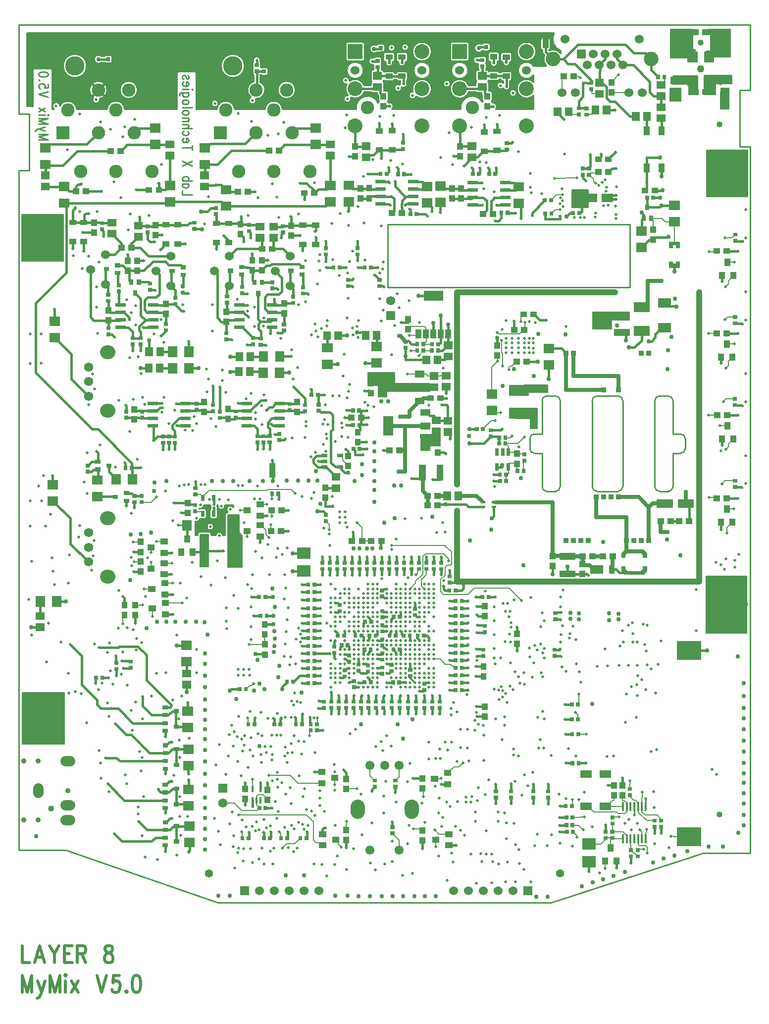
<source format=gbr>
*
*
G04 PADS Layout (Build Number 2006.45.1) generated Gerber (RS-274-X) file*
G04 PC Version=2.1*
*
%IN "MyMix V5.0_01.pcb"*%
*
%MOIN*%
*
%FSLAX35Y35*%
*
*
*
*
G04 PC Standard Apertures*
*
*
G04 Thermal Relief Aperture macro.*
%AMTER*
1,1,$1,0,0*
1,0,$1-$2,0,0*
21,0,$3,$4,0,0,45*
21,0,$3,$4,0,0,135*
%
*
*
G04 Annular Aperture macro.*
%AMANN*
1,1,$1,0,0*
1,0,$2,0,0*
%
*
*
G04 Odd Aperture macro.*
%AMODD*
1,1,$1,0,0*
1,0,$1-0.005,0,0*
%
*
*
G04 PC Custom Aperture Macros*
*
*
*
*
*
*
G04 PC Aperture Table*
*
%ADD010C,0.01*%
%ADD012C,0.015*%
%ADD013C,0.005*%
%ADD014C,0.05*%
%ADD016C,0.006*%
%ADD018R,0.04X0.04*%
%ADD019R,0.024X0.024*%
%ADD023R,0.014X0.014*%
%ADD024R,0.06X0.06*%
%ADD026R,0.076X0.076*%
%ADD030C,0.02*%
%ADD032R,0.1X0.1*%
%ADD037C,0.04*%
%ADD038R,0.056X0.056*%
%ADD041C,0.025*%
%ADD046C,0.055*%
%ADD048C,0.035*%
%ADD051C,0.03*%
%ADD052R,0.062X0.062*%
%ADD058C,0.2*%
%ADD061R,0.036X0.036*%
%ADD069C,0.062*%
%ADD070R,0.05X0.05*%
%ADD084R,0.09X0.09*%
%ADD085C,0.098*%
%ADD087R,0.0748X0.0748*%
%ADD088C,0.06*%
%ADD092R,0.045X0.045*%
%ADD095R,0.02362X0.02362*%
%ADD100R,0.05512X0.05512*%
%ADD108C,0.09*%
%ADD112R,0.05118X0.05118*%
%ADD113R,0.03937X0.03937*%
%ADD114R,0.06299X0.06299*%
%ADD119R,0.0689X0.0689*%
%ADD135R,0.02756X0.02756*%
%ADD138R,0.06693X0.06693*%
%ADD146C,0.13*%
%ADD148C,0.1*%
%ADD152C,0.061*%
%ADD153R,0.04528X0.04528*%
%ADD154R,0.065X0.065*%
%ADD155C,0.06201*%
%ADD159R,0.00394X0.00394*%
%ADD162R,0.12598X0.12598*%
%ADD174C,0.09488*%
%ADD175R,0.01575X0.01575*%
%ADD178R,0.03543X0.03543*%
%ADD179R,0.05787X0.05787*%
%ADD180R,0.02559X0.02559*%
%ADD181R,0.038X0.038*%
%ADD182C,0.07087*%
%ADD185R,0.02512X0.02512*%
%ADD186R,0.06378X0.06378*%
*
*
*
*
G04 PC Copper Outlines (0)*
G04 Layer Name MyMix V5.0_01.pcb - dark (0)*
%LPD*%
*
*
G04 PC Area=ANP007569*
G75*
G36*
G01*
X564950Y771286D02*
Y773152D01*
G03*
X564783Y773388I-250J0D01*
G02*
X560349Y784932I2717J7667D01*
G03*
X560129Y785301I-220J119D01*
G01*
X205500D01*
G03*
X205250Y785051I0J-250D01*
G01*
Y736100D01*
G03*
X205500Y735850I250J0D01*
G01*
X207000D01*
G02*
X209157Y735386I0J-5250D01*
G03*
X209510Y735614I103J228D01*
G01*
Y760309D01*
G02*
X210360Y761159I850J-0D01*
G01*
X221360D01*
G02*
X222210Y760309I-0J-850D01*
G01*
Y734000D01*
G03*
X222460Y733750I250J0D01*
G01*
X223628D01*
G03*
X223764Y734209I-0J250D01*
G02*
X227242Y736095I1228J1886D01*
G01*
Y736088D01*
X227242D01*
G03*
X227717Y735978I250J-0D01*
G02*
X238615Y733978I5171J-2514D01*
G03*
X238864Y733750I249J22D01*
G01*
X259195D01*
G03*
X259444Y733978I-0J250D01*
G02*
X270898I5727J-514D01*
G03*
X271147Y733750I249J22D01*
G01*
X306123D01*
G03*
X306373Y734000I0J250D01*
G01*
Y758165D01*
G02*
X307223Y759015I850J0D01*
G01*
X318223D01*
G02*
X319073Y758165I0J-850D01*
G01*
Y734000D01*
G03*
X319323Y733750I250J0D01*
G01*
X333212D01*
G03*
X333461Y733978I-0J250D01*
G02*
X334075Y736095I5727J-514D01*
G03*
X333655Y736362I-222J114D01*
G02*
X333941Y736853I-1785J1370D01*
G03*
X334381Y736619I231J-97D01*
G02*
X344915Y733978I4807J-3155D01*
G03*
X345164Y733750I249J22D01*
G01*
X365495D01*
G03*
X365744Y733978I-0J250D01*
G02*
X377198I5727J-514D01*
G03*
X377447Y733750I249J22D01*
G01*
X426952D01*
G03*
X427200Y734033I-0J250D01*
G02*
X441589Y737944I7457J987D01*
G03*
X442069Y738041I230J97D01*
G01*
Y738088D01*
G02*
X442548Y739072I1250J-0D01*
G03*
Y739466I-154J197D01*
G02*
X442069Y740450I771J984D01*
G01*
Y742902D01*
G03*
X441996Y743079I-250J0D01*
G01*
X441787Y743287D01*
G02*
X441201Y744701I1414J1414D01*
G01*
Y744849D01*
G03*
X440951Y745099I-250J0D01*
G01*
X438265D01*
G02*
X437319Y745532I0J1250D01*
G03*
X437130Y745619I-189J-163D01*
G01*
X432370D01*
G03*
X432135Y745455I-0J-250D01*
G02*
X423507Y742014I-5864J2164D01*
G03*
X423166Y741690I-111J-225D01*
G02*
X421400Y743030I-2066J-890D01*
G03*
X421620Y743445I33J248D01*
G02*
X420858Y750742I4651J4174D01*
G03*
X420574Y751108I-217J125D01*
G02*
X422190Y752908I-604J2167D01*
G03*
X422584Y752665I246J-41D01*
G02*
X432135Y749782I3687J-5046D01*
G03*
X432370Y749619I235J87D01*
G01*
X436765D01*
G03*
X437015Y749869I0J250D01*
G01*
Y751467D01*
G02*
X437495Y752451I1250J0D01*
G03*
Y752845I-155J197D01*
G02*
X437015Y753829I770J984D01*
G01*
Y758948D01*
G02*
X438265Y760198I1250J-0D01*
G01*
X438566D01*
G03*
X438802Y760529I-0J250D01*
G02*
X438734Y760936I1182J407D01*
G01*
Y763495D01*
G02*
X438753Y763710I1250J-0D01*
G03*
X438443Y763995I-246J44D01*
G02*
X438678Y768273I-570J2177D01*
G03*
X438971Y768360I90J233D01*
G02*
X439984Y768879I1013J-731D01*
G01*
X442740D01*
G02*
X443990Y767629I0J-1250D01*
G01*
Y765070D01*
G02*
X443804Y764413I-1250J-0D01*
G03*
Y764151I213J-131D01*
G02*
X443990Y763495I-1064J-656D01*
G01*
Y760936D01*
G02*
X443922Y760529I-1250J-0D01*
G03*
X444159Y760198I237J-81D01*
G01*
X444171D01*
G02*
X445421Y758948I-0J-1250D01*
G01*
Y758946D01*
G03*
X445848Y758770I250J0D01*
G02*
X446733Y759137I885J-883D01*
G01*
X451533D01*
G02*
X452725Y758262I-0J-1250D01*
G03*
X452963Y758087I238J75D01*
G01*
X453902D01*
G03*
X454140Y758262I-0J250D01*
G02*
X455333Y759137I1193J-375D01*
G01*
X460133D01*
G02*
X461383Y757887I-0J-1250D01*
G01*
Y754287D01*
G02*
X460930Y753324I-1250J-0D01*
G03*
X460840Y753132I160J-192D01*
G01*
Y751955D01*
G03*
X460865Y751846I250J0D01*
G02*
X457708Y748921I-2025J-980D01*
G03*
X457340Y748644I-125J-216D01*
G02*
X456288Y750045I-2183J-544D01*
G03*
X456657Y750321I126J216D01*
G02*
X456815Y751846I2183J545D01*
G03*
X456840Y751955I-225J109D01*
G01*
Y752787D01*
G03*
X456590Y753037I-250J-0D01*
G01*
X455333D01*
G02*
X454140Y753912I-0J1250D01*
G03*
X453902Y754087I-238J-75D01*
G01*
X452963D01*
G03*
X452725Y753912I0J-250D01*
G02*
X451533Y753037I-1192J375D01*
G01*
X446733D01*
G02*
X445774Y753484I-0J1250D01*
G03*
X445347Y753408I-191J-161D01*
G02*
X444941Y752845I-1176J421D01*
G03*
Y752451I154J-197D01*
G02*
X445421Y751467I-770J-984D01*
G01*
Y746349D01*
X445419Y746292D01*
G03*
X445669Y746031I250J-11D01*
G01*
X447256D01*
G02*
X448506Y744781I-0J-1250D01*
G01*
Y740450D01*
G02*
X448026Y739466I-1250J0D01*
G03*
Y739072I155J-197D01*
G02*
X448493Y738267I-770J-984D01*
G03*
X448817Y738064I248J35D01*
G02*
X450945Y734192I690J-2141D01*
G03*
X451105Y733750I160J-192D01*
G01*
X497298D01*
G03*
X497546Y734033I-0J250D01*
G02*
X511661Y738523I7457J987D01*
G03*
X512107Y738531I221J117D01*
G02*
X512463Y738974I1127J-541D01*
G03*
Y739367I-154J197D01*
G02*
X511984Y740352I771J985D01*
G01*
Y742820D01*
G03*
X511928Y742978I-250J0D01*
G02*
X511479Y744240I1551J1262D01*
G01*
Y744757D01*
G03*
X511229Y745007I-250J0D01*
G01*
X508870D01*
G02*
X507863Y745517I0J1250D01*
G03*
X507662Y745619I-201J-148D01*
G01*
X502716D01*
G03*
X502481Y745455I-0J-250D01*
G02*
Y749782I-5864J2164D01*
G03*
X502716Y749619I235J87D01*
G01*
X507370D01*
G03*
X507620Y749869I0J250D01*
G01*
Y751375D01*
G02*
X508099Y752360I1250J0D01*
G03*
Y752753I-154J196D01*
G02*
X507620Y753738I771J985D01*
G01*
Y758856D01*
G02*
X508870Y760106I1250J-0D01*
G01*
X509446D01*
G03*
X509613Y760542I0J250D01*
G02*
X509195Y761475I832J933D01*
G01*
Y764034D01*
G02*
X509257Y764424I1250J0D01*
G03*
X508949Y764742I-237J78D01*
G02*
X509236Y768953I-635J2158D01*
G03*
X509523Y769012I102J228D01*
G02*
X510445Y769418I922J-844D01*
G01*
X513201D01*
G02*
X514451Y768168I-0J-1250D01*
G01*
Y765609D01*
G02*
X514265Y764953I-1250J-0D01*
G03*
Y764690I213J-131D01*
G02*
X514451Y764034I-1064J-656D01*
G01*
Y761475D01*
G02*
X514033Y760542I-1250J0D01*
G03*
X514199Y760106I166J-186D01*
G01*
X514776D01*
G02*
X515988Y759162I-0J-1250D01*
G03*
X516388Y759029I242J61D01*
G02*
X517179Y759311I791J-968D01*
G01*
X521979D01*
G02*
X523171Y758436I-0J-1250D01*
G03*
X523410Y758261I239J75D01*
G01*
X524227D01*
G03*
X524452Y758403I-0J250D01*
G02*
X525579Y759111I1127J-542D01*
G01*
X530379D01*
G02*
X531629Y757861I-0J-1250D01*
G01*
Y754261D01*
G02*
X530436Y753013I-1250J0D01*
G03*
X530197Y752763I11J-250D01*
G01*
Y750057D01*
G03*
X530222Y749948I250J-0D01*
G02*
X526114Y748116I-2025J-981D01*
G03*
X525702Y748195I-231J-94D01*
G02*
X525760Y751255I-1620J1561D01*
G03*
X526197Y751421I187J166D01*
G01*
Y752761D01*
G03*
X525947Y753011I-250J0D01*
G01*
X525579D01*
G02*
X524346Y754053I-0J1250D01*
G03*
X524100Y754261I-246J-42D01*
G01*
X523410D01*
G03*
X523171Y754086I-0J-250D01*
G02*
X521979Y753211I-1192J375D01*
G01*
X517179D01*
G02*
X516375Y753504I-0J1250D01*
G03*
X515974Y753383I-161J-191D01*
G02*
X515546Y752753I-1198J355D01*
G03*
Y752360I154J-197D01*
G02*
X516026Y751375I-770J-985D01*
G01*
Y746257D01*
X516024Y746195D01*
G03*
X516274Y745932I250J-13D01*
G01*
X517171D01*
G02*
X518421Y744682I-0J-1250D01*
G01*
Y740352D01*
G02*
X517941Y739367I-1250J-0D01*
G03*
Y738974I154J-196D01*
G02*
X518407Y738175I-770J-984D01*
G03*
X518704Y737967I247J37D01*
G02*
X520752Y734176I452J-2205D01*
G03*
X520929Y733750I177J-176D01*
G01*
X546300D01*
G03*
X546550Y734000I-0J250D01*
G01*
Y743110D01*
G03*
X546120Y743284I-250J0D01*
G02*
Y751954I-4503J4335D01*
G03*
X546550Y752127I180J173D01*
G01*
Y756816D01*
G03*
X546094Y756957I-250J0D01*
G02*
X546266Y762815I-4477J3063D01*
G03*
X546640Y762751I214J129D01*
G02*
X546800Y762809I160J-192D01*
G01*
X554945D01*
G03*
X555123Y763235I0J250D01*
G02*
X553900Y770097I4377J4320D01*
G03*
X553849Y770377I-228J104D01*
G01*
X553498Y770729D01*
G03*
X553446Y770768I-177J-177D01*
G02*
X552447Y772500I1001J1732D01*
G01*
Y773587D01*
G03*
X552244Y773833I-250J0D01*
G02*
X551228Y775061I234J1228D01*
G01*
Y780179D01*
G02*
X551827Y781246I1250J-0D01*
G03*
X551947Y781459I-130J213D01*
G01*
Y781557D01*
G02*
X556947I2500J0D01*
G01*
Y781459D01*
G03*
X557067Y781246I250J0D01*
G02*
X557666Y780179I-651J-1067D01*
G01*
Y775061D01*
G02*
X556650Y773833I-1250J-0D01*
G03*
X556447Y773587I47J-246D01*
G01*
Y773540D01*
G03*
X556520Y773363I250J0D01*
G01*
X556678Y773206D01*
G03*
X556958Y773155I176J177D01*
G02*
X564497Y771140I2542J-5600D01*
G03*
X564950Y771286I203J146D01*
G37*
G74*
*
*
G04 PC Area=ANP007557*
G75*
G36*
G01*
X344468Y465980D02*
Y467337D01*
G03*
X344218Y467587I-250J-0D01*
G01*
X338569D01*
G03*
X338325Y467283I-0J-250D01*
G02*
X333929I-2198J-482D01*
G03*
X333685Y467587I-244J54D01*
G01*
X333428D01*
G03*
X333190Y467416I-0J-250D01*
G02*
X333036Y467059I-2134J712D01*
G03*
X333050Y466798I220J-119D01*
G02*
X333261Y464622I-1852J-1278D01*
G03*
X333282Y464385I230J-100D01*
G02*
X333487Y463698I-1045J-687D01*
G01*
Y459564D01*
G02*
X332237Y458314I-1250J0D01*
G01*
X329875D01*
G02*
X328625Y459564I0J1250D01*
G01*
Y463698D01*
G02*
X328993Y464584I1250J-0D01*
G03*
X329055Y464837I-177J177D01*
G02*
X329219Y466589I2143J683D01*
G03*
X329204Y466850I-220J119D01*
G02*
X328922Y467416I1852J1278D01*
G03*
X328684Y467587I-238J-79D01*
G01*
X324505D01*
G03*
X324257Y467366I0J-250D01*
G02*
X322558Y465441I-2235J260D01*
G03*
X322618Y464948I60J-243D01*
G01*
X324757D01*
G02*
X326007Y463698I-0J-1250D01*
G01*
Y459564D01*
G02*
X324757Y458314I-1250J0D01*
G01*
X322395D01*
G02*
X321955Y458394I-0J1250D01*
G03*
X321626Y458225I-87J-234D01*
G02*
X318829Y456654I-2171J590D01*
G03*
X318510Y456414I-69J-240D01*
G01*
Y447423D01*
G03*
X318760Y447173I250J0D01*
G01*
X320105D01*
G03*
X320355Y447423I0J250D01*
G01*
Y447985D01*
G02*
X321605Y449235I1250J0D01*
G01*
X327905D01*
G02*
X329155Y447985I-0J-1250D01*
G01*
Y447423D01*
G03*
X329405Y447173I250J0D01*
G01*
X332345D01*
G03*
X332589Y447370I-0J250D01*
G02*
X336985I2198J-480D01*
G03*
X337229Y447173I244J53D01*
G01*
X338609D01*
G03*
X338859Y447423I0J250D01*
G01*
Y447985D01*
G02*
X338940Y448428I1250J0D01*
G03*
X338956Y448516I-234J88D01*
G01*
Y460967D01*
G02*
X340456Y462467I1500J0D01*
G01*
X340502D01*
G03*
X340663Y462908I-0J250D01*
G02*
X344007Y465844I1452J1719D01*
G03*
X344468Y465980I211J136D01*
G37*
G74*
*
*
G04 PC Area=ANP007555*
G75*
G36*
G01*
X322016Y464889D02*
G03*
X321948Y465377I-76J238D01*
G02*
X321412Y465460I74J2249D01*
G03*
X321113Y465126I-68J-240D01*
G02*
X321193Y464822I-1159J-469D01*
G03*
X321600Y464663I248J34D01*
G02*
X322016Y464889I795J-965D01*
G37*
G74*
*
*
G04 PC Void Outlines (0)*
G04 Layer Name MyMix V5.0_01.pcb - clear (0)*
%LPC*%
*
*
G04 PC Area=ANP007569*
G75*
G36*
G01*
X541617Y766369D02*
G03*
X541617I0J6250D01*
G37*
G74*
*
G75*
G36*
G01*
X532569Y742539D02*
G03*
X532569I0J2250D01*
G37*
G74*
*
G75*
G36*
G01*
X531629Y770761D02*
Y767161D01*
G02*
X530428Y765912I-1250J0D01*
G03*
X530192Y765617I10J-250D01*
G02*
X525766I-2213J-406D01*
G03*
X525530Y765912I-246J45D01*
G02*
X524329Y767161I49J1249D01*
G01*
Y770761D01*
G02*
X525579Y772011I1250J0D01*
G01*
X530379D01*
G02*
X531629Y770761I-0J-1250D01*
G37*
G74*
*
G75*
G36*
G01*
X523229Y770961D02*
Y767361D01*
G02*
X521979Y766111I-1250J0D01*
G01*
X521907D01*
G03*
X521674Y765770I0J-250D01*
G02*
X517483I-2095J-819D01*
G03*
X517250Y766111I-233J91D01*
G01*
X517179D01*
G02*
X515929Y767361I-0J1250D01*
G01*
Y770961D01*
G02*
X517179Y772211I1250J0D01*
G01*
X521979D01*
G02*
X523229Y770961I-0J-1250D01*
G37*
G74*
*
G75*
G36*
G01*
X517046Y776992D02*
Y774433D01*
G02*
X515796Y773183I-1250J-0D01*
G01*
X513040D01*
G02*
X512177Y773529I0J1250D01*
G03*
X511795Y773485I-173J-181D01*
G02*
X509965Y777710I-2295J1515D01*
G03*
X510031Y777708I42J247D01*
G02*
X510217Y777717I186J-1991D01*
G01*
X511900D01*
G03*
X512090Y777804I0J250D01*
G02*
X513040Y778242I950J-812D01*
G01*
X515796D01*
G02*
X517046Y776992I-0J-1250D01*
G37*
G74*
*
G75*
G36*
G01*
X496617Y754596D02*
G03*
X496617I0J5424D01*
G37*
G74*
*
G75*
G36*
G01*
X502867Y777619D02*
Y767619D01*
G02*
X501617Y766369I-1250J-0D01*
G01*
X491617D01*
G02*
X490367Y767619I0J1250D01*
G01*
Y777619D01*
G02*
X491617Y778869I1250J-0D01*
G01*
X501617D01*
G02*
X502867Y777619I0J-1250D01*
G37*
G74*
*
G75*
G36*
G01*
X487965Y748758D02*
G03*
X487965I0J2250D01*
G37*
G74*
*
G75*
G36*
G01*
X465323Y745702D02*
G02*
X467450Y742673I5948J1917D01*
G03*
X467056Y742541I-153J-198D01*
G02*
X465065Y745376I-2171J592D01*
G03*
X465323Y745702I20J249D01*
G37*
G74*
*
G75*
G36*
G01*
X471271Y754596D02*
G03*
X471271I0J5424D01*
G37*
G74*
*
G75*
G36*
G01*
Y766369D02*
G03*
X471271I0J6250D01*
G37*
G74*
*
G75*
G36*
G01*
X461383Y770787D02*
Y767187D01*
G02*
X460168Y765937I-1250J-0D01*
G03*
X459931Y765634I7J-250D01*
G02*
X455534I-2199J-479D01*
G03*
X455297Y765937I-244J53D01*
G02*
X454083Y767187I36J1250D01*
G01*
Y770787D01*
G02*
X455333Y772037I1250J-0D01*
G01*
X460133D01*
G02*
X461383Y770787I-0J-1250D01*
G37*
G74*
*
G75*
G36*
G01*
X459917Y773379D02*
G03*
X459917I0J2250D01*
G37*
G74*
*
G75*
G36*
G01*
X452783Y770787D02*
Y767187D01*
G02*
X451538Y765937I-1250J-0D01*
G03*
X451298Y765619I1J-250D01*
G02*
X446967I-2165J-610D01*
G03*
X446727Y765937I-241J68D01*
G02*
X445483Y767187I6J1250D01*
G01*
Y770787D01*
G02*
X446733Y772037I1250J-0D01*
G01*
X451533D01*
G02*
X452783Y770787I-0J-1250D01*
G37*
G74*
*
G75*
G36*
G01*
X450810Y772965D02*
G03*
X450810I0J2250D01*
G37*
G74*
*
G75*
G36*
G01*
X446035Y776407D02*
Y773848D01*
G02*
X444785Y772598I-1250J-0D01*
G01*
X444098D01*
G03*
X444025Y772587I-0J-250D01*
G02*
X443442Y772500I-583J1913D01*
G01*
X440984D01*
G03*
X440819Y772437I0J-250D01*
G02*
X440515Y776795I-1819J2063D01*
G03*
X440882Y776904I138J209D01*
G02*
X442029Y777657I1147J-497D01*
G01*
X444785D01*
G02*
X446035Y776407I-0J-1250D01*
G37*
G74*
*
G75*
G36*
G01*
X426271Y754596D02*
G03*
X426271I0J5424D01*
G37*
G74*
*
G75*
G36*
G01*
X432521Y777619D02*
Y767619D01*
G02*
X431271Y766369I-1250J-0D01*
G01*
X421271D01*
G02*
X420021Y767619I0J1250D01*
G01*
Y777619D01*
G02*
X421271Y778869I1250J-0D01*
G01*
X431271D01*
G02*
X432521Y777619I0J-1250D01*
G37*
G74*
*
G75*
G36*
G01*
X380132Y741100D02*
G03*
X380132I0J5750D01*
G37*
G74*
*
G75*
G36*
G01*
X367556Y760588D02*
Y758029D01*
G02*
X366306Y756779I-1250J-0D01*
G01*
X363550D01*
G02*
X362617Y757197I-0J1250D01*
G03*
X362256Y757209I-186J-167D01*
G02*
X362111Y757088I-871J896D01*
G03*
X362007Y756885I146J-203D01*
G01*
Y752259D01*
G03*
X362148Y752034I250J0D01*
G02*
X359347Y741109I-2488J-5184D01*
G03*
X359110Y740748I-13J-250D01*
G02*
X356181Y741807I-2017J-998D01*
G03*
X356229Y742236I-101J228D01*
G02*
X357836Y752303I3431J4614D01*
G03*
X358007Y752540I-79J237D01*
G01*
Y756885D01*
G03*
X357902Y757088I-250J-0D01*
G02*
X357379Y758105I727J1017D01*
G01*
Y760664D01*
G02*
X357565Y761320I1250J0D01*
G03*
Y761583I-213J131D01*
G02*
X357379Y762239I1064J656D01*
G01*
Y764798D01*
G02*
X357826Y765757I1250J-0D01*
G03*
X357900Y766036I-160J191D01*
G02*
X362113I2107J791D01*
G03*
X362187Y765757I234J-88D01*
G02*
X362635Y764798I-802J-959D01*
G01*
Y762239D01*
G02*
X362605Y761968I-1250J-0D01*
G03*
X362966Y761693I244J-54D01*
G02*
X363550Y761838I584J-1105D01*
G01*
X366306D01*
G02*
X367556Y760588I-0J-1250D01*
G37*
G74*
*
G75*
G36*
G01*
X343912Y755242D02*
G03*
X343912I0J7750D01*
G37*
G74*
*
G75*
G36*
G01*
X273832Y741100D02*
G03*
X273832I0J5750D01*
G37*
G74*
*
G75*
G36*
G01*
X250150Y742079D02*
G02*
X254264Y741171I3210J4771D01*
G03*
X254063Y740856I39J-246D01*
G02*
X250199Y741708I-2163J-621D01*
G03*
X250150Y742079I-189J164D01*
G37*
G74*
*
G75*
G36*
G01*
X262503Y768872D02*
Y766116D01*
G02*
X261253Y764866I-1250J0D01*
G01*
X258694D01*
G02*
X257676Y765391I-0J1250D01*
G03*
X257472Y765496I-204J-145D01*
G01*
X255482Y765498D01*
G03*
X255317Y765436I0J-250D01*
G02*
X255321Y769561I-1817J2064D01*
G03*
X255486Y769498I165J187D01*
G01*
X257475Y769496D01*
G03*
X257678Y769601I0J250D01*
G02*
X258694Y770122I1016J-729D01*
G01*
X261253D01*
G02*
X262503Y768872I0J-1250D01*
G37*
G74*
*
G75*
G36*
G01*
X237612Y755242D02*
G03*
X237612I0J7750D01*
G37*
G74*
*
*
G04 PC Area=ANP007557*
G75*
G36*
G01*
X328674Y450753D02*
G03*
X328674I0J2250D01*
G37*
G74*
*
*
G04 PC Copper Outlines (1)*
G04 Layer Name MyMix V5.0_01.pcb - dark (1)*
%LPD*%
*
*
G04 PC Area=DRW97570809*
G75*
G36*
G01*
X201961Y631680D02*
X229719D01*
Y663119D01*
X201961D01*
Y631680D01*
G37*
G74*
*
*
G04 PC Area=DRW4257827*
G75*
G36*
G01*
X202299Y306650D02*
X230444D01*
Y341219D01*
X202299D01*
Y306650D01*
G37*
G74*
*
*
G04 PC Area=DRW66329184*
G75*
G36*
G01*
X340456Y425741D02*
X350110D01*
Y446974D01*
X348155Y448929D01*
Y460967D01*
X340456D01*
Y425741D01*
G37*
G74*
*
*
G04 PC Area=DRW23334087*
G75*
G36*
G01*
X434959Y548138D02*
X442500D01*
Y544116D01*
X476437D01*
Y549272D01*
X452683D01*
Y556561D01*
X434959D01*
Y548138D01*
G37*
G74*
*
*
G04 PC Area=DRW99127661*
G75*
G36*
G01*
X470424Y512896D02*
Y504475D01*
X476459D01*
Y507438D01*
X483617D01*
X483632Y514910D01*
X470172D01*
Y512896D01*
X470424D01*
G37*
G74*
*
*
G04 PC Area=DRW98042989*
G75*
G36*
G01*
X534338Y532538D02*
X548938D01*
Y519038D01*
X544038D01*
Y525638D01*
X534338D01*
Y532538D01*
G37*
G74*
*
*
G04 PC Area=DRW94103807*
G75*
G36*
G01*
X540038Y548238D02*
X555738D01*
Y543238D01*
X540038D01*
Y548238D01*
G37*
G74*
*
*
G04 PC Area=DRW67930285*
G75*
G36*
G01*
X572150Y667550D02*
X583050D01*
Y679550D01*
X572150D01*
Y667550D01*
G37*
G74*
*
*
G04 PC Area=DRW402605*
G75*
G36*
G01*
X610732Y597288D02*
X586058D01*
Y585872D01*
X598974D01*
Y592027D01*
X610732D01*
Y597288D01*
G37*
G74*
*
*
G04 PC Area=_PSI_PAC_LPS4018_001_N162000000M*
G75*
G36*
G01*
X622747Y422993D02*
Y426190D01*
X619992D01*
Y424615D01*
X618614Y422993D01*
X620236Y420482D01*
X622747Y422993D01*
G37*
G74*
*
G75*
G36*
G01*
X605425D02*
Y426190D01*
X608180D01*
Y424615D01*
X609558Y422993D01*
X607936Y420482D01*
X605425Y422993D01*
G37*
G74*
*
*
G04 PC Area=_PSI_PAC_LPS4018_000_N162000000M*
G75*
G36*
G01*
X605425Y435293D02*
Y432096D01*
X608180D01*
Y433671D01*
X609558Y435293D01*
X607936Y437804D01*
X605425Y435293D01*
G37*
G74*
*
G75*
G36*
G01*
X622747D02*
Y432096D01*
X619992D01*
Y433671D01*
X618614Y435293D01*
X620236Y437804D01*
X622747Y435293D01*
G37*
G74*
*
*
G04 PC Area=_PSI_PAC_SOD-80_001_N162000000M*
G75*
G36*
G01*
X637427Y627123D02*
Y631454D01*
X640182D01*
Y629486D01*
X642151D01*
Y631454D01*
X644907D01*
Y627123D01*
X637427D01*
G37*
G74*
*
*
G04 PC Area=_PSI_PAC_SOD-80_000_N162000000M*
G75*
G36*
G01*
X644907Y644840D02*
Y640509D01*
X642151D01*
Y642478D01*
X640182D01*
Y640509D01*
X637427D01*
Y644840D01*
X644907D01*
G37*
G74*
*
*
G04 PC Area=DRW93002472*
G75*
G36*
G01*
X638075Y747907D02*
X645570D01*
Y739270D01*
X638075D01*
Y747907D01*
G37*
G74*
*
*
G04 PC Area=DRW33356130*
G75*
G36*
G01*
X655075Y768464D02*
Y773908D01*
X653536D01*
Y787642D01*
X638373D01*
Y768464D01*
X655075D01*
G37*
G74*
*
*
G04 PC Area=DRW36863109*
G75*
G36*
G01*
X640051Y756188D02*
Y750843D01*
X650777D01*
Y743582D01*
X656753D01*
Y756188D01*
X640051D01*
G37*
G74*
*
*
G04 PC Area=DRW25738027*
G75*
G36*
G01*
X661238Y756712D02*
X679758D01*
Y751123D01*
X668731D01*
Y743687D01*
X661238D01*
Y756712D01*
G37*
G74*
*
*
G04 PC Area=DRW59983838*
G75*
G36*
G01*
X662347Y381216D02*
X689698D01*
Y419796D01*
X662347D01*
Y381216D01*
G37*
G74*
*
*
G04 PC Area=DRW73923008*
G75*
G36*
G01*
X662637Y768884D02*
X678919D01*
Y787695D01*
X663689D01*
Y783896D01*
X665353D01*
Y773069D01*
X662637D01*
Y768884D01*
G37*
G74*
*
*
G04 PC Area=DRW72616182*
G75*
G36*
G01*
X662680Y674881D02*
X690426D01*
Y706432D01*
X662680D01*
Y674881D01*
G37*
G74*
*
*
G04 PC Area=DRW31241742*
G75*
G36*
G01*
X672311Y745838D02*
X677887D01*
Y734051D01*
X672311D01*
Y745838D01*
G37*
G74*
*
*
G04 PC Copper Outlines (2)*
G04 Layer Name MyMix V5.0_01.pcb - dark (2)*
%LPD*%
*
*
G04 PC Area=Custom_Thermal*
*
G04 PC Custom Flashes*
G04 Layer Name MyMix V5.0_01.pcb - flashes*
%LPD*%
*
*
G04 PC Circuitry*
G04 Layer Name MyMix V5.0_01.pcb - circuitry*
%LPD*%
*
G54D10*
G01X316473Y676302D02*
X309911D01*
Y679029*
X314286Y683802D02*
X309911D01*
X313348D02*
X313973Y683347D01*
X314286Y682893*
Y682211*
X313973Y681756*
X313348Y681302*
X312411Y681075*
X311786*
X310848Y681302*
X310223Y681756*
X309911Y682211*
Y682893*
X310223Y683347*
X310848Y683802*
X316473Y685847D02*
X309911D01*
X313348D02*
X313973Y686302D01*
X314286Y686756*
Y687438*
X313973Y687893*
X313348Y688347*
X312411Y688575*
X311786*
X310848Y688347*
X310223Y687893*
X309911Y687438*
Y686756*
X310223Y686302*
X310848Y685847*
X316473Y695847D02*
X309911Y699029D01*
X316473D02*
X309911Y695847D01*
X316473Y707893D02*
X309911D01*
X316473Y706302D02*
Y709484D01*
X312411Y711529D02*
Y714256D01*
X313036*
X313661Y714029*
X313973Y713802*
X314286Y713347*
Y712665*
X313973Y712211*
X313348Y711756*
X312411Y711529*
X311786*
X310848Y711756*
X310223Y712211*
X309911Y712665*
Y713347*
X310223Y713802*
X310848Y714256*
X313348Y719029D02*
X313973Y718575D01*
X314286Y718120*
Y717438*
X313973Y716984*
X313348Y716529*
X312411Y716302*
X311786*
X310848Y716529*
X310223Y716984*
X309911Y717438*
Y718120*
X310223Y718575*
X310848Y719029*
X316473Y721075D02*
X309911D01*
X313036D02*
X313973Y721756D01*
X314286Y722211*
Y722893*
X313973Y723347*
X313036Y723575*
X309911*
X314286Y725620D02*
X309911D01*
X313036D02*
X313973Y726302D01*
X314286Y726756*
Y727438*
X313973Y727893*
X313036Y728120*
X309911*
X314286Y731302D02*
X313973Y730847D01*
X313348Y730393*
X312411Y730165*
X311786*
X310848Y730393*
X310223Y730847*
X309911Y731302*
Y731984*
X310223Y732438*
X310848Y732893*
X311786Y733120*
X312411*
X313348Y732893*
X313973Y732438*
X314286Y731984*
Y731302*
X316473Y735165D02*
X309911D01*
X314286Y738347D02*
X313973Y737893D01*
X313348Y737438*
X312411Y737211*
X311786*
X310848Y737438*
X310223Y737893*
X309911Y738347*
Y739029*
X310223Y739484*
X310848Y739938*
X311786Y740165*
X312411*
X313348Y739938*
X313973Y739484*
X314286Y739029*
Y738347*
Y744938D02*
X309286D01*
X308348Y744711*
X308036Y744484*
X307723Y744029*
Y743347*
X308036Y742893*
X313348Y744938D02*
X313973Y744484D01*
X314286Y744029*
Y743347*
X313973Y742893*
X313348Y742438*
X312411Y742211*
X311786*
X310848Y742438*
X310223Y742893*
X309911Y743347*
Y744029*
X310223Y744484*
X310848Y744938*
X316473Y746984D02*
X316161Y747211D01*
X316473Y747438*
X316786Y747211*
X316473Y746984*
X314286Y747211D02*
X309911D01*
X312411Y749484D02*
Y752211D01*
X313036*
X313661Y751984*
X313973Y751756*
X314286Y751302*
Y750620*
X313973Y750165*
X313348Y749711*
X312411Y749484*
X311786*
X310848Y749711*
X310223Y750165*
X309911Y750620*
Y751302*
X310223Y751756*
X310848Y752211*
X313348Y756756D02*
X313973Y756529D01*
X314286Y755847*
Y755165*
X313973Y754484*
X313348Y754256*
X312723Y754484*
X312411Y754938*
X312098Y756075*
X311786Y756529*
X311161Y756756*
X310848*
X310223Y756529*
X309911Y755847*
Y755165*
X310223Y754484*
X310848Y754256*
X219610Y713445D02*
X213047D01*
X219610D02*
X213047Y715263D01*
X219610Y717081D02*
X213047Y715263D01*
X219610Y717081D02*
X213047D01*
X217422Y719354D02*
X213047Y720718D01*
X217422Y722081D02*
X213047Y720718D01*
X211797Y720263*
X211172Y719809*
X210860Y719354*
Y719127*
X219610Y724127D02*
X213047D01*
X219610D02*
X213047Y725945D01*
X219610Y727763D02*
X213047Y725945D01*
X219610Y727763D02*
X213047D01*
X219610Y729809D02*
X219297Y730036D01*
X219610Y730263*
X219922Y730036*
X219610Y729809*
X217422Y730036D02*
X213047D01*
X217422Y732309D02*
X213047Y734809D01*
X217422D02*
X213047Y732309D01*
X219610Y742081D02*
X213047Y743899D01*
X219610Y745718D02*
X213047Y743899D01*
X219610Y750718D02*
Y748445D01*
X216797Y748218*
X217110Y748445*
X217422Y749127*
Y749809*
X217110Y750490*
X216485Y750945*
X215547Y751172*
X214922Y750945*
X213985Y750718*
X213360Y750263*
X213047Y749581*
Y748899*
X213360Y748218*
X213672Y747990*
X214297Y747763*
X213672Y753445D02*
X213360Y753218D01*
X213047Y753445*
X213360Y753672*
X213672Y753445*
X219610Y757081D02*
X219297Y756399D01*
X218360Y755945*
X216797Y755718*
X215860*
X214297Y755945*
X213360Y756399*
X213047Y757081*
Y757536*
X213360Y758218*
X214297Y758672*
X215860Y758899*
X216797*
X218360Y758672*
X219297Y758218*
X219610Y757536*
Y757081*
X614200Y258919D02*
Y264659D01*
X621900D02*
Y270035D01*
X466406Y348163D02*
X463320Y351249D01*
X312927Y453972D02*
Y453998D01*
X307283*
X512366Y469503D02*
X511607Y470262D01*
X511387*
X639585Y629787D02*
X642776D01*
Y628715*
X639681*
Y630335*
X200000Y790551D02*
X692126D01*
Y746600*
X685126*
Y708600*
X692126*
Y233465*
X684094*
X660630*
X558268Y200000*
X333860*
X231500Y235430*
X200000*
Y692600*
X207000*
Y730600*
X200000*
Y790551*
X448300Y614173D02*
X611200D01*
Y656500*
X448300*
Y614173*
X588891Y540912D02*
G75*
G03X585801Y537822I0J-3090D01*
G01X588891Y540912D02*
X603310D01*
X606423Y537799D02*
G03X603310Y540912I-3113J0D01*
G01X606423Y537799D02*
Y479945D01*
X603288Y476810D02*
G03X606423Y479945I0J3135D01*
G01X603288Y476810D02*
X588894D01*
X585801Y479903D02*
G03X588894Y476810I3093J0D01*
G01X585801Y479903D02*
Y537822D01*
X631050Y540912D02*
G03X627950Y537812I-0J-3100D01*
G01Y479901*
G03X631041Y476810I3091J0*
G01X637059*
G03X640159Y479910I-0J3100*
G01Y502360*
X645273*
G03X648373Y505460I-0J3100*
G01Y512262*
G03X645273Y515362I-3100J-0*
G01X640159*
Y537812*
G03X637059Y540912I-3100J0*
G01X631050*
X552065Y479910D02*
G03X555165Y476810I3100J-0D01*
G01X561174*
G03X564274Y479910I-0J3100*
G01Y537812*
G03X561174Y540912I-3100J-0*
G01X555165*
G03X552065Y537812I-0J-3100*
G01Y515362*
X546951*
G03X543851Y512262I-0J-3100*
G01Y505460*
G03X546951Y502360I3100J-0*
G01X552065*
Y479910*
G54D12*
X314288Y234088D02*
Y235088D01*
X314670*
Y240528*
X583540Y220938D02*
Y227490D01*
X611812Y226728D02*
Y231174D01*
X602104Y223370D02*
Y228026D01*
X289273Y241216D02*
X269234D01*
X264158Y246262*
X289273Y241216D02*
X291800Y243744D01*
X291800D02*
X298433D01*
Y234509D02*
Y238626D01*
X305913Y241185D02*
X305980Y241252D01*
Y251476*
X314595*
X314670Y251551*
X298500Y254035D02*
X298893D01*
X301506Y256648*
X302681*
X298500Y248917D02*
X286180D01*
X280379Y254719*
X298500Y248917D02*
X301409D01*
X303766Y251274*
Y251476*
X305980*
X368926Y243417D02*
X369388Y243879D01*
Y247588*
X364792Y243417D02*
Y247284D01*
X364588Y247488*
X354426Y243417D02*
X354888Y243879D01*
Y247388*
X380426Y243417D02*
X380888Y243879D01*
Y247688*
X404300Y246159D02*
Y249509D01*
X405279Y250488*
X406138*
X393426Y243417D02*
X393888Y243879D01*
Y247688*
X420300Y236854D02*
Y242213D01*
X451293Y250773D02*
Y254210D01*
X471400Y236394D02*
Y241913D01*
X494128Y238559D02*
X489300D01*
X563766Y247659D02*
X568733D01*
X563882Y252159D02*
X568433D01*
X594810Y247652D02*
Y252319D01*
X632284Y246645D02*
Y251030D01*
X627830Y246645D02*
Y251061D01*
X298358Y260433D02*
Y263657D01*
X305838Y266216D02*
X305905Y266283D01*
Y276766*
X298358Y268776D02*
X270989D01*
X259810Y279955*
X298425Y274207D02*
X295303D01*
X293745Y275765*
Y276332*
X298425Y274207D02*
X300844D01*
X303403Y276766*
X305905*
X314095Y265233D02*
X313111Y266216D01*
X305838*
X352300Y265645D02*
Y269813D01*
X357200Y264700D02*
Y268859D01*
X365867Y263659D02*
X370175D01*
X453319Y273911D02*
Y278035D01*
X521000Y266632D02*
Y270692D01*
X531100Y266746D02*
Y270692D01*
X546100Y266632D02*
Y270792D01*
X556200Y266460D02*
Y270692D01*
X563998Y257358D02*
X567940D01*
X568433Y257359*
X564230Y265059D02*
X568033D01*
X298521Y286539D02*
Y290113D01*
X298425Y279325D02*
X298818D01*
X301260Y281767*
X302802*
X306001Y292672D02*
X305766Y292907D01*
Y303047*
X306001Y303282*
X314099Y286823D02*
X313907D01*
Y292178*
X314095Y276256D02*
Y282524D01*
X314095*
X352300Y276505D02*
Y280782D01*
X362400Y276459D02*
Y280604D01*
X367300Y276005D02*
Y280690D01*
X403800Y287859D02*
X399017D01*
X398988Y287888*
X420300Y283305D02*
Y287397D01*
X418410Y289287*
X437444Y274986D02*
X437546Y275088D01*
Y276116*
X439464Y278035*
X465288Y283588D02*
Y283605D01*
X471400*
X484037Y279659D02*
X488500D01*
X521000Y274826D02*
Y279762D01*
X531100Y274826D02*
Y279878D01*
X546100Y274926D02*
Y279646D01*
X568051Y293889D02*
X572584D01*
X556200Y274826D02*
Y279530D01*
X581599Y293889D02*
X576718D01*
X606299Y278937D02*
X606299D01*
Y283920*
X600394Y278937D02*
X596370D01*
X596370*
X281538Y306911D02*
X275462Y312987D01*
X272086*
X264694Y320379*
X298349Y311557D02*
Y315678D01*
X298521Y295231D02*
X267689D01*
X265513Y297407*
X258080*
X298521Y305841D02*
X298915D01*
X301256Y308183*
X302803*
X298521Y300723D02*
X287726D01*
X281538Y306911*
X298521Y300723D02*
X300663D01*
X303222Y303282*
X306001*
X313907Y303202D02*
X313827Y303282D01*
X306001*
X567736Y313394D02*
X572367D01*
X262281Y330659D02*
X255253D01*
X252526Y333386*
Y336270*
X242168Y346628*
Y366115*
X234646Y373637*
X262281Y330659D02*
X266707Y330676D01*
X300437Y326242D02*
X303041Y328846D01*
X305829*
X300437Y326242D02*
X300392Y326287D01*
X298349*
X302621Y332901D02*
X285814Y349708D01*
Y366521*
X279925Y372410*
X278993*
X305829Y318237D02*
X305405Y318661D01*
Y328421*
X305829Y328846*
X298349Y320796D02*
X276587D01*
X266707Y330676*
X298349Y331405D02*
X301471D01*
X302621Y332555*
Y332901*
X298349Y326287D02*
X289083D01*
X283116Y332253*
Y338638*
X313535Y317845D02*
X313144Y318237D01*
X305829*
X313535Y328869D02*
Y334530D01*
X313535*
X371300Y324076D02*
X371288Y324088D01*
X371792Y319917D02*
Y323584D01*
X371288Y324088*
X358426Y319917D02*
Y323986D01*
X358446*
X358918Y324458*
X358888Y324488*
X385800Y324776D02*
X385788Y324788D01*
X390426Y319917D02*
Y326395D01*
X390888Y326857*
Y326924*
X386292Y319917D02*
Y324284D01*
X385788Y324788*
X375926Y319917D02*
Y323642D01*
X376418Y324134*
Y324158*
X376388Y324188*
X395800Y324526D02*
X395788Y324538D01*
X404386Y315888D02*
X400947D01*
X400426Y315917*
X401661Y330529D02*
X404796D01*
X405288Y331021*
X410288Y326895D02*
Y331021D01*
X396292Y319917D02*
Y320126D01*
X395788Y320630*
Y324538*
X420288Y326895D02*
Y331021D01*
X415288Y326895D02*
Y331021D01*
X425438Y326895D02*
Y330379D01*
X425288Y331021*
X430588Y326895D02*
Y330229D01*
X430288Y331021*
X435648Y326895D02*
Y330169D01*
X435288Y331021*
X440799Y326895D02*
Y330018D01*
X440288Y331021*
X445989Y326895D02*
Y329828D01*
X445288Y331021*
X451139Y326895D02*
Y330178D01*
X450788Y331021*
X456288Y326895D02*
Y331021D01*
X461788Y326895D02*
Y331021D01*
X467288Y326895D02*
Y331021D01*
X472788Y326895D02*
Y331021D01*
X478288Y326895D02*
Y331021D01*
X482998Y326876D02*
X483024D01*
Y330529*
X483288Y331021*
X507834Y331934D02*
X507834D01*
X513429*
Y325242D02*
X508175D01*
X508175*
X567608Y323377D02*
X572110D01*
X567543Y333295D02*
X572110D01*
X251350Y347534D02*
X251350D01*
Y350573*
X251843Y351066*
Y351314*
X265502Y352668D02*
X265502D01*
Y357237*
X260262Y351314D02*
X256469D01*
X255976*
X312788Y341588D02*
Y346660D01*
X312953*
Y354141D02*
X312788D01*
Y362076*
X341833Y342594D02*
X342863Y343624D01*
Y343694*
X348510*
X390595Y347588D02*
X394721D01*
X377086Y343709D02*
X377227Y343850D01*
Y345255*
X380363Y348391*
Y348746*
X384497D02*
X384943D01*
X388785Y352588*
X390595*
X402981D02*
X398855D01*
X405288Y335155D02*
Y335647D01*
X401928*
X398855Y347588D02*
X402981D01*
X410288Y335155D02*
Y341567D01*
X394721Y352588D02*
X390595D01*
X428611Y348163D02*
X431964D01*
X432602Y348309*
X416012Y351312D02*
X418208D01*
X419101Y352205*
X422312Y348163D02*
X422810Y348661D01*
X424566*
X425516Y349119*
X425288Y335155D02*
Y339006D01*
X425563Y339281*
X420288Y335155D02*
Y339281D01*
X430288Y335155D02*
Y338856D01*
X430713Y339281*
X425516Y344985D02*
X428583D01*
X428611Y345013*
X415288Y335155D02*
Y339281D01*
X447508Y348163D02*
X451244D01*
X451785Y348212*
X436736Y348309D02*
X435896Y349641D01*
Y350457*
X435040Y351313*
X434910*
X450788Y335155D02*
Y339167D01*
X450902Y339281*
X440288Y335155D02*
Y339131D01*
X440438Y339281*
X435288Y335155D02*
Y339280D01*
X435287Y339281*
X445288Y335155D02*
Y338817D01*
X445752Y339281*
X444429Y354021D02*
X443496Y354462D01*
X441209*
X463320Y351249D02*
Y352567D01*
X460107Y348163D02*
X460058Y348212D01*
X455919*
X469659Y342326D02*
Y342341D01*
X472049*
X472829Y343121*
X456288Y335155D02*
Y338769D01*
X456800Y339281*
X456887*
X461788Y335155D02*
Y339281D01*
X467288Y335155D02*
Y339256D01*
X467313Y339281*
X489783Y347953D02*
X493417D01*
X493909*
X489782Y342951D02*
X493416D01*
X493909Y342953*
X489783Y352953D02*
X493909D01*
X483288Y335155D02*
Y339281D01*
X478288Y335155D02*
Y339281D01*
X472788Y335155D02*
Y339281D01*
X472829Y347255D02*
X473673Y348099D01*
Y348163*
X475855*
X502169Y347953D02*
X498043D01*
X512692Y352212D02*
X512692D01*
X507549*
X498043Y342953D02*
X501941D01*
X502168Y343180*
X498043Y352953D02*
X502018D01*
X502169Y353104*
X270108Y357529D02*
X270108D01*
X253912Y371614D02*
X266763D01*
X267559Y372410*
X278993*
X270108Y357529D02*
X274796D01*
X275288Y358021*
X265502Y361371D02*
X265288Y361863D01*
Y366088*
X275288Y362155D02*
X274855Y362588D01*
X269288*
X312788Y373100D02*
X306017D01*
X365523Y367011D02*
X365048Y367486D01*
X359142*
X359142*
X390595Y357588D02*
X394721D01*
X390595Y362588D02*
X394721D01*
X390595Y372588D02*
X394721D01*
X390595Y367588D02*
X394721D01*
X402981Y362588D02*
X398855D01*
X402981Y372588D02*
X398855D01*
X402981Y357588D02*
X398855D01*
Y367588D02*
X409082D01*
X412162Y372153D02*
Y375799D01*
X412863Y376500*
Y376510*
Y363911D02*
Y364059D01*
X412162Y364760*
Y368019*
X431760Y367060D02*
Y369937D01*
X431830*
X432559Y370174*
X431761Y354462D02*
X430049D01*
Y354502*
X428529Y356021*
X431761Y354462D02*
X433783D01*
X434829Y355508*
X416012Y370210D02*
X416217Y370415D01*
Y371827*
X417062Y372672*
Y373188*
X422312Y370210D02*
Y372072D01*
X421196Y373188*
X422227Y366261D02*
X421427Y367061D01*
X419162*
X422227Y362127D02*
X420130Y363732D01*
X419162Y363911*
X419101Y356339D02*
X419483D01*
X420756Y357612*
X422312*
X428529Y360155D02*
X428611Y360729D01*
Y363911*
X447509Y354462D02*
X449270D01*
X450629Y355821*
X441209Y357612D02*
X441279D01*
X441643Y357976*
X444250*
X444429Y358155*
X441209Y367060D02*
X443902D01*
X444429Y367587*
Y367655*
X434910Y367060D02*
X435588Y367738D01*
Y368788*
X435799*
X436693Y370174*
X447509Y370210D02*
X446219Y371500D01*
X445457*
X444429Y373021*
X434829Y359642D02*
X433710Y360761D01*
X431760*
X444429Y363521D02*
X444039Y363911D01*
X441209*
X450629Y359955D02*
X450589Y360487D01*
X450268*
X449994Y360761*
X447509*
X453808Y367060D02*
Y367967D01*
X452010Y370257*
X456958Y367060D02*
Y369935D01*
X456144Y370257*
X463320Y356701D02*
Y360698D01*
X463257Y360761*
X489770Y362953D02*
X493909D01*
X489783Y367953D02*
X493909D01*
X489783Y372953D02*
X493417D01*
X493909*
X508374Y365529D02*
X508293D01*
X508293*
X508374D02*
X508866Y366021D01*
X512429*
X507437Y358904D02*
X507437D01*
X512692*
X512429Y370155D02*
X511939Y370645D01*
X507894*
X498043Y357953D02*
X502169D01*
X498043Y367953D02*
X501989D01*
X502169Y368133*
X498043Y372953D02*
X501657D01*
X502169Y373465*
Y373550*
X498043Y362953D02*
X501657D01*
X502169Y363465*
Y363704*
X535235Y369509D02*
Y374020D01*
X564729Y365529D02*
X564237Y366021D01*
X560429*
Y370155D02*
X563837D01*
X564329Y370647*
X564329*
X663246Y369598D02*
X663246D01*
X651000*
X208180Y385311D02*
X214232D01*
X214269Y385349*
Y392829D02*
X214188Y393195D01*
Y402659*
X278103Y388070D02*
X278249Y393449D01*
X303585Y394059D02*
X298500D01*
X371200Y387203D02*
X371200D01*
X365323*
X371200Y392988D02*
X366633D01*
X357857D02*
X362499D01*
X390595Y378088D02*
X394721D01*
X390595Y383088D02*
X394721D01*
X390595Y388088D02*
X394721D01*
X390595Y393088D02*
X394721D01*
X402981Y388088D02*
X398855D01*
X402981Y383088D02*
X398855D01*
X402981Y378088D02*
X398855D01*
Y393088D02*
X402981D01*
X431760Y376509D02*
Y378816D01*
X430496Y379588*
X431760Y385958D02*
X431856Y386054D01*
Y387970*
X432923Y389037*
Y389124*
X426362Y379588D02*
X425870Y382400D01*
X425461Y382809*
X414592Y379588D02*
X414100Y381572D01*
X412863Y382809*
X418726Y379588D02*
X419218Y382753D01*
X419162Y382809*
X434910Y376509D02*
X435370Y376969D01*
X435862Y379588*
X441209Y376509D02*
X444194D01*
X444429Y376744*
Y377155*
X447509Y385958D02*
X445192D01*
X444495Y386655*
X444429*
X447509Y392258D02*
X447475Y392292D01*
X444429*
X450658Y389108D02*
Y390671D01*
X452094Y392106*
Y392246*
X437057Y389124D02*
X436688D01*
X436052Y389760*
Y391116*
X434910Y392258*
X444429Y392021D02*
Y392292D01*
X439996Y379588D02*
X441209Y380309D01*
Y382809*
X449362Y379588D02*
X449703Y380422D01*
Y381854*
X450658Y382809*
X444429Y382521D02*
Y382809D01*
X447509*
X463257Y376509D02*
X463488Y376400D01*
X462996Y379588*
X467903Y392249D02*
X466631Y393521D01*
X466429*
X467903Y392249D02*
X469547D01*
X469556Y392258*
Y376509D02*
Y376819D01*
X467870Y378505*
X468362Y379588*
X456228Y392246D02*
X456958Y392484D01*
Y395407*
X458862Y379588D02*
X457438Y380519D01*
X457438D02*
Y382356D01*
X457438D02*
X456986Y382809D01*
X456958*
X453496Y379588D02*
X453808Y379900D01*
Y382809*
X489783Y377953D02*
X493417D01*
X493909*
X475855Y376509D02*
Y378478D01*
X474745Y379588*
X472496*
X489782Y392953D02*
X493417D01*
X493909*
X508351Y386647D02*
X508351D01*
X512711*
X512824Y386760*
X502169Y377953D02*
X498043D01*
X502169Y382953D02*
X498043D01*
X502169Y392953D02*
X498043D01*
Y387953D02*
X501936D01*
X502169Y388186*
X493909Y387953D02*
X489783D01*
X493909Y382953D02*
X489783D01*
X512824Y381416D02*
X512711Y381529D01*
X508008*
X512824Y381416D02*
X513429Y382021D01*
Y386155D02*
X512824Y386760D01*
X513429Y392742D02*
X509134D01*
X508179Y393697*
X535235Y380713D02*
Y385452D01*
X564615Y390185D02*
X564615D01*
X564123Y390677*
X560959*
X225212Y402659D02*
X231540D01*
X270977Y400141D02*
Y404907D01*
X269927Y405957*
X269814*
X303664Y407359D02*
X298100D01*
X356439Y405566D02*
X361610D01*
X370697D02*
X365744D01*
X390595Y398088D02*
X394721D01*
X390595Y403588D02*
X394721D01*
X390595Y409088D02*
X394721D01*
X402981Y414088D02*
X398855D01*
X402981Y398088D02*
X398855D01*
Y403588D02*
X402981D01*
X398855Y409088D02*
X402981D01*
X394721Y414088D02*
X390595D01*
X412863Y395407D02*
X414915D01*
X415729Y396221*
Y400355D02*
X414378Y401706D01*
X412863*
X447509Y395407D02*
X447316Y395600D01*
X444429*
Y396155*
X447509Y404856D02*
X445794D01*
X444661Y405989*
X444376*
Y410123D02*
X444418D01*
X445450Y411155*
X447509*
X466429Y397655D02*
Y401683D01*
X466406Y401706*
X489783Y397953D02*
X493909D01*
X489783Y402953D02*
X493909D01*
X489721Y410015D02*
X486862D01*
X485702Y411175*
Y412981*
X485595Y413088*
X502169Y397953D02*
X498043D01*
X508179Y399434D02*
X508179D01*
X513429*
X507437Y405588D02*
X511862D01*
X493855Y410015D02*
X497691D01*
X499301Y411625*
Y415888*
X498043Y402953D02*
X502018D01*
X502169Y403104*
X520346Y405588D02*
X515996D01*
X564672Y395303D02*
X564672D01*
X560959Y394811D02*
X561268Y395120D01*
Y395303*
X564672*
X246685Y429240D02*
X234466Y441460D01*
Y458575*
X222994Y470047*
X222600*
X281900Y422713D02*
X277085D01*
X277085*
X302640Y420859D02*
X297700D01*
X349145Y428426D02*
X343259D01*
Y436765*
X384288Y423088D02*
X384334Y423134D01*
X391732*
X404288Y420395D02*
Y424521D01*
X409288Y420395D02*
Y424521D01*
Y428655D02*
Y432781D01*
X404288Y428655D02*
Y432781D01*
X414288Y420395D02*
Y424521D01*
X419288Y420395D02*
Y424521D01*
X429288Y420395D02*
Y424521D01*
X424288Y420395D02*
Y424521D01*
Y428655D02*
Y432781D01*
X429288Y428655D02*
Y432781D01*
X414288Y428655D02*
Y432781D01*
X419288Y428655D02*
Y432781D01*
X444288Y420709D02*
Y424521D01*
X434288Y420395D02*
Y424521D01*
X439287Y420395D02*
Y424028D01*
X439288Y424521*
X449288Y420793D02*
Y424521D01*
X434288Y428655D02*
Y432781D01*
X444288Y428655D02*
Y432781D01*
X449288Y428655D02*
Y432781D01*
X439288Y428655D02*
Y432781D01*
X459271Y420755D02*
Y424029D01*
X459288Y424521*
X454288Y420667D02*
Y424521D01*
X464288Y420833D02*
Y424521D01*
X469288Y428655D02*
Y432781D01*
X464288Y428655D02*
Y432781D01*
X454288Y428655D02*
Y432781D01*
X484288Y420719D02*
Y424521D01*
X479288Y420833D02*
Y424521D01*
X489739Y419569D02*
Y423761D01*
X484288Y428655D02*
Y432781D01*
X474288Y428655D02*
Y432781D01*
X479288Y428655D02*
Y432781D01*
X494788Y420321D02*
Y415259D01*
X494612Y415435*
X489739*
X498488Y414488D02*
Y415588D01*
X559088Y421088D02*
Y426642D01*
X569288Y421182D02*
Y425907D01*
X583041Y420242D02*
X581995Y421288D01*
X579288Y421142D02*
X581849D01*
X581995Y421288*
X579288Y421142D02*
X569288D01*
Y421182*
X614086Y421860D02*
X604231D01*
X601888Y424203*
X599006*
X281900Y436013D02*
X277231D01*
X277231*
X302719Y435359D02*
X297700D01*
X319024Y453972D02*
X323951D01*
X324755Y436765D02*
X337645D01*
X313113Y444716D02*
Y453972D01*
X312927*
X316913Y435916D02*
X324755D01*
Y436765*
X336397Y449886D02*
X336397D01*
Y453426*
X347327D02*
X343089D01*
X349288Y436588D02*
X343259D01*
Y436765*
Y446532*
X348854*
X343089Y453426D02*
X347327D01*
X362329Y442246D02*
Y446345D01*
X384288Y435088D02*
X384334Y435134D01*
X391732*
X381067Y450145D02*
X376275D01*
X376275*
X424154Y443459D02*
X424674Y443979D01*
X424694Y449515*
X443511Y438543D02*
Y443543D01*
X443846Y443459*
X672619Y450989D02*
X672629Y450999D01*
Y456088*
X272287Y467106D02*
X272273Y470468D01*
X264793Y473027D02*
X264633Y473187D01*
X252776*
X252648Y473315*
X277646Y465850D02*
Y469492D01*
X282390Y473626D02*
X277646D01*
X275950Y475321*
X272602*
X272338Y475586*
X272273*
X304303Y468926D02*
X313299D01*
X313386*
X313386*
X331056Y468128D02*
Y472261D01*
X331056*
X318576Y467511D02*
X318084Y468003D01*
X313438*
Y468787*
X313299Y468926*
X304303*
X313386Y462234D02*
X309335D01*
X309335*
X327316Y461631D02*
Y465640D01*
X331056Y461631D02*
X331198Y461773D01*
Y465520*
X347327Y459162D02*
X343089D01*
X336397D02*
Y463041D01*
X336397*
X366916Y460345D02*
X366916D01*
X362329*
X374988Y471233D02*
Y474653D01*
X374496Y475145*
X381212Y464145D02*
X376775D01*
X376775*
X411086Y466813D02*
X406285D01*
Y472488*
X411086Y466813D02*
X411132Y466859D01*
X406500Y460926D02*
Y461754D01*
X404855Y463399*
X400965Y463465*
X481758Y467237D02*
X482737D01*
X483588Y468088*
X487122*
X512366Y466353D02*
X502623D01*
X500888Y468088*
X487122*
X521185Y469465D02*
X519649Y469503D01*
X518195Y458601D02*
X519649Y460055D01*
Y466353*
X634741Y468525D02*
Y468588D01*
X638634Y456588D02*
X644442D01*
X651134D02*
Y468588D01*
X648835*
X676275Y471988D02*
X683863D01*
Y472117*
X222600Y481071D02*
Y486247D01*
X222560Y486287*
Y487381*
X248802Y489984D02*
X248794Y489992D01*
X246200*
X248802Y489984D02*
X250317Y491500D01*
X253060*
X252648Y484339D02*
X253060Y484751D01*
Y491500*
X246200Y494126D02*
X246346D01*
X248838Y496618*
X253060*
X271633Y492559D02*
Y495463D01*
X271141Y495955*
X265288Y484859D02*
Y485253D01*
X260540Y490001*
Y494059*
X275767Y492559D02*
X275773Y492565D01*
Y495773*
X253013Y518533*
X249227*
X211041Y556719*
Y603453*
X231719Y624131*
Y669159*
X233192Y670631*
Y670736*
X275767Y492559D02*
X279406D01*
X279427Y492580*
X281803*
X276312Y484859D02*
Y492014D01*
X275767Y492559*
X318712Y478846D02*
Y483285D01*
X370788Y483588D02*
Y488345D01*
X370633Y488500*
Y493224D02*
Y497341D01*
X370386Y497588*
X405385Y493119D02*
X401281D01*
X398300Y496100*
Y497600*
X405485Y493219D02*
X405385Y493119D01*
X401281*
X405385D02*
X405485Y493219D01*
X401281Y493119D02*
X398300Y496100D01*
Y497600*
X421656Y489368D02*
X419300D01*
X416868Y491800*
Y493219*
X416115*
X412800*
X409900Y496119*
Y517300*
X411100Y518500*
Y528100*
X409163Y530037*
X405934*
X413372Y486417D02*
X407078Y492711D01*
X405268*
X405485Y492929*
Y493219*
X413372Y478937D02*
X413128Y479180D01*
X406285*
X464288Y485188D02*
X471506D01*
Y489337*
X478560Y484794D02*
X483318D01*
Y489337*
X519443Y487983D02*
X519443D01*
X523642*
X523813Y483739D02*
X519476D01*
X523813*
X521740Y493167D02*
X525313D01*
X525314Y494206*
X648835Y476373D02*
X648835D01*
X686561Y479189D02*
X686010Y479740D01*
X682040*
X253060Y496618D02*
Y502816D01*
X252288Y503588*
X290531Y511141D02*
Y520428D01*
X290100Y520859*
X290531Y511141D02*
X293093Y513703D01*
X296923*
X290531Y511141D02*
X293093Y513703D01*
X297000Y504827D02*
Y509492D01*
X301000Y504975D02*
Y509492D01*
X304900Y505041D02*
Y509392D01*
Y513526D02*
X304800Y513626D01*
X301000*
X304900Y513526D02*
Y517421D01*
X303233Y519088*
Y521348*
X307800Y525915*
X312044*
X301000Y513626D02*
X297000D01*
X296923Y513703*
X297000Y513626D02*
X296923Y513703D01*
X293093*
X360403Y505060D02*
Y509197D01*
X360400Y509692*
X368700Y505174D02*
Y509892D01*
X364600Y505240D02*
Y509692D01*
X368700Y514026D02*
Y518676D01*
X367388Y519988*
Y522988*
X370259Y525859*
X375200*
X360400Y513826D02*
X364600D01*
X368500*
X368700Y514026*
X360400Y513826D02*
Y518731D01*
X375121Y511273D02*
X378513D01*
X379317Y511938*
X401500Y496959D02*
X401400Y496859D01*
X401500Y496861*
X405485Y496959*
X398300Y497600D02*
Y498600D01*
X400257Y500557*
X403000*
X405485Y500699*
X401500Y496900D02*
Y496959D01*
X426099Y501461D02*
X431603D01*
X431603*
X426099D02*
Y504001D01*
X425133Y505459*
X421500Y500633D02*
Y503600D01*
X420100Y505000*
X420000*
X428000Y509913D02*
X428000D01*
X433855*
X434121Y505459D02*
X429267D01*
X445179Y504477D02*
X449357D01*
X471249Y507888D02*
X475488Y508529D01*
Y511621*
X473479*
X475488Y508529D02*
X481879Y509667D01*
X487010Y502185D02*
Y501958D01*
X487010D02*
X485993Y502975D01*
X485993D02*
X481879D01*
X490188Y512162D02*
Y516705D01*
X488709*
X473010Y506270D02*
X471249Y507888D01*
X475488Y506236D02*
Y508529D01*
X481879Y509667D02*
X482079Y509867D01*
X481228Y514910*
X480879Y516981*
X503223Y509151D02*
X512843D01*
X517415Y513723*
X523176Y508904D02*
Y512808D01*
X522261Y513723*
X517415*
X673092Y507703D02*
X673129Y507740D01*
Y512088*
X272100Y530426D02*
Y534423D01*
X271952Y534571*
X282859Y530859D02*
X277336D01*
X277500Y531023*
Y531905*
X282800Y530426D02*
X282859Y530485D01*
Y530859*
X277336*
X277500Y531023*
Y531905*
X282859Y530859D02*
X290100D01*
X292951*
X294980Y532888*
X296388*
X290100Y525859D02*
X290060Y525899D01*
X282740*
X282800Y525959*
Y526292*
X277500Y525213D02*
X277507Y525219D01*
Y525356*
X277513Y525362*
Y526292*
X272100*
X277500Y525213D02*
X277507Y525219D01*
Y525356*
X277513Y525362*
Y526292*
X282800*
X306189Y520859D02*
X312100D01*
Y525859D02*
X312044Y525915D01*
X312100Y530859D02*
X319159D01*
X319262Y531171*
X319308Y531218*
X324400Y530313D02*
Y531124D01*
X324306Y531218*
X319308*
X324400Y530313D02*
X330487D01*
X330600Y530692*
X324400Y530313D02*
Y531124D01*
X324306Y531218*
X319308*
X319400Y531310*
Y531592*
X346059Y530859D02*
X340688D01*
X340700Y530871*
Y532205*
X345900Y530526D02*
X346059Y530685D01*
Y530859*
X340688*
X340700Y530871*
Y532205*
X335100Y530326D02*
Y547134D01*
X340700Y525513D02*
X340020Y526192D01*
X335100*
X340700Y525513D02*
X345020D01*
X345900Y526392*
X366588Y531388D02*
X368588Y533388D01*
X370429*
X372900Y535859*
X375200*
X372058Y515040D02*
X375121D01*
Y515406*
X360400Y518731D02*
X358256Y520875D01*
X346059Y530859D02*
X353200D01*
X355500*
X362729Y538088*
X366288*
X353200Y525859D02*
X353104Y525955D01*
X352960*
X352909Y526006*
X345760*
X345900Y526146*
Y526392*
X353200Y520859D02*
X358240D01*
X358256Y520875*
X375200Y520859D02*
X370936D01*
X369814Y521982*
X369662*
X375200Y530859D02*
X382159D01*
X382163Y530904*
X382180Y530922*
X387200Y530113D02*
X386391Y530922D01*
X382180*
X387200Y530113D02*
X391820D01*
X392400Y530692*
X387200Y530113D02*
X386391Y530922D01*
X382180*
X382200Y530942*
Y531392*
X405934Y530037D02*
X403030D01*
X402127Y530940*
X401644*
X420527Y521359D02*
X424933D01*
X419267Y526259D02*
X423554D01*
X428000Y516605D02*
X429559Y518165D01*
X429067Y521359*
X430246Y526259D02*
X435057D01*
X435157Y526359*
X430246Y526259D02*
Y530272D01*
X428867Y531159*
X424733D02*
X424433Y531459D01*
X420461*
X428867Y531159D02*
X434304D01*
X434306Y531161*
X429067Y521359D02*
X429894Y521693D01*
X434207*
X434216Y521702D02*
X434207Y521693D01*
X429894*
X430246Y522046*
Y526259*
X434207Y521693D02*
X434216Y521702D01*
X488647Y524461D02*
Y534026D01*
X487711Y534962*
X484384*
X480879Y524461D02*
X479018Y527522D01*
X476651*
X474352Y529821*
X473479*
X480879Y524461D02*
X488647D01*
Y534026*
X487711Y534962*
X484384*
X488709Y524185D02*
X490433Y524461D01*
X488647*
X488709Y524185D02*
X488647D01*
Y524461*
X508089Y518619D02*
X507992Y518716D01*
X503206*
X517415Y517857D02*
X524450D01*
X525206Y518613*
X547085Y529376D02*
X547085D01*
X536456*
X547088Y524888D02*
X547085D01*
Y529376*
X547088Y520588D02*
Y524888D01*
X683863Y527945D02*
Y527988D01*
X676775*
X246685Y540735D02*
X235116Y552305D01*
Y569031*
X223900Y580247*
X290100Y535859D02*
Y535907D01*
X296142*
X305688Y535788D02*
X312029D01*
X312100Y535859*
X319165Y535813D02*
X324281D01*
X324400Y535932*
Y537005*
X319165Y535813D02*
X319041Y535859D01*
X312100*
X319400Y535726D02*
X319165Y535813D01*
X324281*
X324400Y535932*
Y537005*
X330600Y534826D02*
Y547790D01*
X353200Y535859D02*
X347483D01*
X382200Y535526D02*
X382041Y535859D01*
X375200*
X382200Y535526D02*
X387206D01*
Y536799*
X387200Y536805*
X392400Y534826D02*
Y539313D01*
X384792Y546921*
X405604Y541759D02*
X401067D01*
X401644Y535074D02*
Y541674D01*
X401067Y541759*
X396933D02*
Y545011D01*
X396749Y545195*
X396749*
X396441Y545503*
X432367Y544508D02*
X434884D01*
X435006Y544631*
X436925Y542713D02*
X435006Y544631D01*
X487592Y542647D02*
Y547129D01*
X487888Y539488D02*
X483599Y539501D01*
X540038Y544730D02*
X536456D01*
X546064D02*
X546064D01*
X540038*
X550088Y544688D02*
X546064D01*
Y544730*
X554288Y544688D02*
X550088D01*
X556648Y552480D02*
X556648D01*
Y561841*
X686752Y534290D02*
X686230Y534812D01*
X681882*
X276500Y571318D02*
Y575692D01*
X281900Y571198D02*
Y575692D01*
X281777Y559659D02*
X287260D01*
X287460Y570659D02*
Y578372D01*
X287460*
X303188Y559559D02*
X294740D01*
Y559659*
X294940Y570659D02*
X303288D01*
X320685Y559559D02*
X314212D01*
X314312Y570659D02*
Y577563D01*
X314312*
X342149Y567459D02*
X348260D01*
X342288Y557088D02*
Y557259D01*
X347960*
X364486Y567443D02*
X364470Y567459D01*
X355740*
X364388Y556559D02*
Y557259D01*
X355440*
X375510Y567443D02*
Y567588D01*
X383288*
X375412Y556559D02*
Y556588D01*
X381788*
X407506Y573336D02*
X407384D01*
Y581532*
X414551Y562312D02*
X414551D01*
X407506*
X433020Y563114D02*
X433020D01*
X440711*
Y574138D02*
X440734Y574161D01*
Y581701*
X460088Y567788D02*
X460158Y573295D01*
X475039Y565204D02*
X460158D01*
Y573295*
X475072Y565204D02*
X475039D01*
X481658Y565202D02*
X486467D01*
X488754Y567489*
X474178Y565202D02*
X475039Y565204D01*
X460158*
Y573295*
X482001Y571485D02*
X484756D01*
X487962Y574691*
X489276*
X488754Y574969*
X549111Y564113D02*
X541793D01*
X568263Y569637D02*
X565036Y572864D01*
X556648*
X610420Y573547D02*
X614191D01*
X619100Y578456*
Y584588*
X672625Y563009D02*
X672629Y563013D01*
Y567088*
X223900Y591271D02*
Y599451D01*
X264222Y580700D02*
X262530Y582392D01*
X260200*
Y586525D02*
Y591613D01*
X260100Y591713*
X267854*
X268200Y592059*
X260100Y591713D02*
X250327D01*
X248174Y593866*
X248200Y593891*
Y626059*
X285134Y591987D02*
X290128D01*
X290200Y592059*
X285134Y591987D02*
X281972Y595149D01*
Y606153*
X281075Y607051*
Y607144*
X278100Y610119*
X274289Y592306D02*
Y593767D01*
X270998Y597059*
X268200*
X276500Y579826D02*
Y584145D01*
X273586Y587059*
X268200*
X281900Y579826D02*
Y583905D01*
X280708Y585097*
Y587561*
X285134Y591987*
X290128*
X290200Y592059*
X281900Y579826D02*
X276500D01*
X290200Y587059D02*
X283592D01*
X295548Y581448D02*
X298800Y584700D01*
Y585192*
Y589326D02*
Y596113D01*
X343056Y578600D02*
X342564Y579092D01*
X339400*
Y583226D02*
X339500Y583818D01*
Y590813*
X339746*
X340992Y592059*
X348400*
X339500Y590813D02*
X336327D01*
X333457Y593683*
Y623102*
X331600Y624959*
X369303Y590962D02*
X362642D01*
X360967Y592637*
X361000Y592670*
Y609819*
X369303Y590962D02*
X370400Y592059D01*
X366031Y574900D02*
X365539Y575392D01*
X362700*
X369043Y582940D02*
Y587059D01*
X370400*
X353637Y575300D02*
X357008D01*
X357500Y575792*
X354376Y593883D02*
X351201Y597059D01*
X348400*
X362700Y579526D02*
Y579771D01*
X362501Y579969*
X362700Y579526D02*
Y584384D01*
X361087Y585997*
Y589408*
X362642Y590962*
X369303*
X370400Y592059*
X357500Y579926D02*
Y579960D01*
X350401Y587059*
X348400*
X357500Y579926D02*
X362458D01*
X362501Y579969*
X377116Y583316D02*
X374295D01*
X374295*
X377116D02*
X378300Y584992D01*
Y589126D02*
X378500Y589818D01*
Y596513*
X414864Y581532D02*
Y581588D01*
X420788*
X433254Y581701D02*
Y583838D01*
X427669*
X457304Y590306D02*
X461881D01*
Y592629*
X467984Y575841D02*
X464188D01*
X462108Y577921*
X460158Y577429D02*
X462108Y577921D01*
X482169Y575779D02*
X483893Y576611D01*
Y582795*
X478893D02*
Y590138D01*
X483893Y582795D02*
Y594923D01*
X488893Y582795D02*
Y588879D01*
X488754Y574969D02*
X488893D01*
Y582795*
X521893Y574975D02*
Y579855D01*
X533205Y585390D02*
X533229Y585414D01*
Y591258*
X554815Y592098D02*
X550443D01*
X546660Y595881*
X546469*
X608488Y578188D02*
Y583653D01*
X605700*
X623699Y577758D02*
X625830D01*
X628287Y580215*
Y582804*
X628367*
X632385Y586822*
X634509*
X683863Y582983D02*
Y582988D01*
X676275*
X686818Y589339D02*
X686309Y589848D01*
X681966*
X267100Y606703D02*
Y611292D01*
X260000Y609026D02*
Y614259D01*
X258200Y616059*
X268200Y602059D02*
X267100D01*
Y606703*
X268200Y597059D02*
X261332D01*
Y597174*
X260100Y598405*
Y604300*
X260000Y604892*
X291473Y612014D02*
X291066Y612421D01*
X288127*
X290200Y597059D02*
X286330D01*
X284416Y598973*
Y605196*
X286450Y607230*
X292311*
X294583Y609502*
Y622779*
X292403Y624959*
X292300*
X290200Y602059D02*
X298054D01*
X298800Y602805*
X310731Y598060D02*
X309540D01*
X305200Y602400*
Y602892*
Y607026D02*
Y612059D01*
X302300Y614959*
X298800Y602805D02*
X304794D01*
X305200Y602892*
X298800Y596113D02*
X297854Y597059D01*
X290200*
X313827Y610000D02*
X310100D01*
Y610492*
X340000Y607826D02*
Y612851D01*
X341600Y614451*
Y614959*
X350200Y614226D02*
Y622240D01*
X349840Y622600*
X348400Y602059D02*
X353853D01*
X348400Y597059D02*
X347954Y597505D01*
X339500*
X340000Y598005*
Y603692*
X371884Y602059D02*
X377832D01*
X378500Y602727*
Y603205*
X353596Y609600D02*
X350200D01*
Y610092*
X370588Y613241D02*
X373367D01*
X373371Y613245*
X370400Y597059D02*
X368100D01*
X365350Y599809*
Y607446*
X367125Y609221*
X374890*
X376873Y611203*
Y620486*
X372400Y624959*
X370400Y602059D02*
X371884D01*
X377832*
X371884D02*
Y605984D01*
X377832Y602059D02*
X378500Y602727D01*
Y603205*
X374005Y612612D02*
X373371Y613245D01*
X384600Y607626D02*
Y612759D01*
X382400Y614959*
X391100Y614026D02*
Y622040D01*
X390540Y622600*
X378500Y603205D02*
X384394D01*
X384600Y603492*
X378500Y596513D02*
X377954Y597059D01*
X370400*
X394526Y609400D02*
X394034Y609892D01*
X391100*
X468849Y608295D02*
X478893D01*
X642423Y601063D02*
X641983Y601503D01*
X634509*
Y603436*
X267100Y615426D02*
X266340Y616678D01*
Y623700*
X258200Y616059D02*
Y626259D01*
X258860*
X273441Y625313D02*
X279600D01*
X283837Y632005D02*
X279600D01*
X279600*
X275541Y617599D02*
X274300Y618840D01*
Y624453*
X273441Y625313*
X273300*
X279600D02*
X283938D01*
X290016Y631391*
X298530*
X273441Y625313D02*
X273300D01*
X269794Y628818*
X266340*
X273300Y632005D02*
Y636060D01*
X288127Y616555D02*
Y616584D01*
X287112Y617599*
X280659*
X310540Y627518D02*
X308940Y629118D01*
X300803*
X298530Y631391*
X310100Y614626D02*
X310540Y615558D01*
Y622400*
X302300Y614959D02*
X302400Y615059D01*
Y624959*
X303060*
X341600Y614959D02*
X341700Y615059D01*
Y625159*
X342360*
X367561Y632205D02*
X367561D01*
X363600*
X363559Y617299D02*
X370020D01*
X370588Y617375*
X358441Y617299D02*
X357200Y618540D01*
Y625313*
X357000Y625513*
X363600*
X366608Y628520*
X368981*
X370297Y629836*
X357000Y625513D02*
X355106Y627406D01*
X352475*
X352163Y627718*
X349840*
X357000Y632205D02*
Y636739D01*
X390540Y627718D02*
X390540D01*
X388422Y629836*
X370297*
X382400Y614959D02*
Y625159D01*
X383060*
X406400Y631362D02*
Y636192D01*
X411633Y627259D02*
X406885D01*
X424639Y614400D02*
X424639D01*
X420151Y627259D02*
X415767D01*
X424676Y619518D02*
X424676D01*
X427800Y631996D02*
Y636192D01*
X428291Y627259D02*
X432633D01*
X424639Y614400D02*
X424147Y614892D01*
X421500*
Y619026D02*
X424184D01*
X424676Y619518*
X445637Y614400D02*
Y614446D01*
X441376Y627259D02*
X436767D01*
X445637Y614446D02*
X445179Y614904D01*
X442700Y614892D02*
X445167D01*
X445179Y614904*
X442700Y619026D02*
X439426Y622300D01*
X439100*
X641156Y624765D02*
X641167Y624776D01*
Y629289*
X673137Y618067D02*
Y622080D01*
X673129Y622088*
X236200Y640067D02*
Y644809D01*
X243600Y638410D02*
Y644809D01*
X250500Y650913D02*
X242864D01*
X242864*
X268854Y640659D02*
X264251Y636056D01*
X264248Y636059*
X258200*
X256724Y648394D02*
X256724D01*
Y651676*
X255800Y653092*
X268854Y640659D02*
Y643665D01*
X262400Y650119*
X291323Y644825D02*
X288135D01*
X286653Y646307*
Y650347*
X286500Y650992*
X275546Y640659D02*
Y643517D01*
X275798*
X280300Y648019*
X275546Y640659D02*
X281443D01*
X281482Y640698*
X291800Y649313D02*
X296205D01*
X296205*
X311809Y643209D02*
X306900D01*
X295131Y639440D02*
X298900Y643209D01*
X302300Y634959D02*
X287221D01*
X281482Y640698*
X323087Y652896D02*
X322595Y653388D01*
X318043*
X332900Y639774D02*
Y644109D01*
X351195Y644836D02*
Y647770D01*
X349152Y649813*
X349000*
X341600Y634959D02*
X346524Y639883D01*
X341200Y644109D02*
Y645259D01*
X337673Y648786*
X355726Y647489D02*
Y650474D01*
X354800Y651892*
X363654Y639859D02*
Y645983D01*
X362318Y647319*
X362100*
X363654Y639859D02*
X363629Y639883D01*
X346524*
X370346Y639859D02*
X371300Y640813D01*
Y647319*
X376356Y647322D02*
Y649256D01*
X377700Y651092*
X391000Y638760D02*
Y642909D01*
X382400Y634959D02*
X377500Y639859D01*
X370346*
X383200Y648913D02*
X389221D01*
X389221*
X399243Y651735D02*
X399700Y652192D01*
Y655809*
X406400Y640326D02*
Y644886D01*
X399700Y642909D02*
Y647634D01*
X427800Y640326D02*
Y644886D01*
X619039Y640862D02*
X624262Y646085D01*
X626706*
X626808Y646187*
X619039Y651885D02*
X619157Y652003D01*
Y659199*
X620398Y660440*
X626808Y646187D02*
Y647543D01*
X637206*
Y647875*
X687327Y644890D02*
X686842Y644853D01*
X682091*
X682122Y644884*
Y645382*
X676275Y638488D02*
X683863D01*
Y638515*
X233192Y670736D02*
X230251Y670696D01*
X275794Y670734*
X243600Y657709D02*
X243819Y657928D01*
Y662671*
X244680Y663532*
X247000*
X243600Y657709D02*
X236200D01*
Y665815*
X237801Y667415*
Y667554*
X250500Y657605D02*
X250396Y657709D01*
X243600*
X255800Y657226D02*
X261789D01*
X262154Y657591*
X262391*
X262400Y657599*
X255800Y657226D02*
X255687Y657605D01*
X250500*
X286500Y655126D02*
X286381Y655499D01*
X281200*
Y661378*
X286500Y655126D02*
X286381Y655499D01*
X281200*
X286500Y655126D02*
X291761D01*
X291800Y655165*
Y656005*
X280300Y655499D02*
X281200D01*
X291800Y656005D02*
X298796D01*
X298900Y656109*
X301409Y670547D02*
X301580Y670718D01*
Y671592*
X301409Y670547D02*
X301222Y670734D01*
X275794*
X298900Y656109D02*
X306900D01*
X313363*
X314730Y657476*
X317505*
X318043Y657522*
X301580Y671592D02*
X336232D01*
X336294Y671654*
X322348Y665067D02*
X326773D01*
X329148Y667442*
X332452*
X349600Y656505D02*
X349000D01*
X341200Y657009D02*
X332900D01*
Y662860*
X332452Y663308*
X336294Y671654D02*
X339277Y668671D01*
X406616*
X409538Y671592*
X349000Y656505D02*
X349600D01*
Y661772*
X349000Y656505D02*
X348496Y657009D01*
X341200*
X354800Y656026D02*
X354787Y656505D01*
X349600*
X371300Y654799D02*
X377273D01*
X377700Y655226*
X362100Y654799D02*
X360873Y656026D01*
X354800*
X392045Y673142D02*
Y677525D01*
X377700Y655226D02*
X382820D01*
X383200Y655605*
X391000Y655809D02*
X399700D01*
X383200Y655605D02*
Y661472D01*
X382900Y661772*
X383200Y655605D02*
X390796D01*
X391000Y655809*
X421591Y664929D02*
X422000Y665338D01*
Y671647*
X429900Y673813D02*
X435500D01*
X435700Y674013*
X449873Y669259D02*
X448961Y670171D01*
X443400*
X451054Y664061D02*
X452383Y665391D01*
Y673521*
X450668Y675236*
X435700Y674013D02*
X437025Y675337D01*
X459869Y669259D02*
X461034Y670424D01*
X465147*
X457746Y664061D02*
Y667790D01*
X457619Y667917*
Y670448*
X457710Y670539*
Y672212*
X460264Y674766*
X453008Y682022*
Y685503*
X453008*
X465400Y670171D02*
X465147Y670424D01*
X463433Y663276D02*
Y666213D01*
X462995Y666651*
X474760Y661987D02*
X473471Y663276D01*
X467567*
X477882Y664929D02*
Y668012D01*
X474947Y670947*
X474600*
X483600Y664259D02*
Y671147D01*
X511771Y669459D02*
X505200D01*
X512254Y663459D02*
X514750Y665955D01*
Y672300*
X512591Y674459*
X505200*
X491500Y673813D02*
X497500D01*
X504554*
X505200Y674459*
X521360Y669459D02*
X527200D01*
X520484Y658805D02*
X522670D01*
X524634Y660769*
Y664158*
X524633Y664159*
X518946Y663459D02*
X517782Y664623D01*
Y671896*
X520314Y674428*
X534335Y664159D02*
X528767D01*
X528767*
X545419Y662459D02*
X545455Y662495D01*
Y664117*
X553927Y672589*
Y672721*
X537753Y660238D02*
Y670326D01*
X537753D02*
X536400Y670647D01*
X554233Y660137D02*
X564008D01*
Y661957*
X554233Y660137D02*
Y663759D01*
X568380Y661521D02*
X568604D01*
X570942Y663859*
X572933Y664113*
X585500Y674200D02*
X582600D01*
Y678600*
X581900*
X578700Y673359D02*
X578800Y673459D01*
Y674200*
X582600*
X577067Y664113D02*
X578689Y664989D01*
Y668552*
X578642Y668599*
X601700Y673194D02*
X596100D01*
Y674200*
Y675900*
X601900*
X622957Y667921D02*
Y673559D01*
X622738Y674270*
X622957Y667921D02*
X631141D01*
X632362Y669142*
X620398Y660440D02*
Y662849D01*
X619157Y664090*
Y664488*
X641167Y669142D02*
X641166D01*
X632362*
X230251Y681719D02*
X230155Y681815D01*
X217701*
Y689295D02*
Y695928D01*
X217829Y696056*
X229600*
X239215Y705672*
X261678*
X238175Y678640D02*
Y681730D01*
X238174*
X239951Y683507*
X241650*
X241777Y683634*
X238175Y678640D02*
X233965D01*
X230886Y681719*
X230251*
X255479Y678640D02*
X244867D01*
X287476Y679537D02*
X278786D01*
X301580Y682615D02*
Y702689D01*
X294169Y679537D02*
Y683874D01*
X293896Y684147*
X294169Y679537D02*
X298501D01*
X301580Y682615*
X324839Y681815D02*
X325185D01*
X326059Y682689*
X332211*
X332430Y682908*
X324839Y689295D02*
X325072Y689528D01*
Y696691*
X339277Y679694D02*
X336063Y682908D01*
X332430*
X347332Y678425D02*
X340610D01*
X339341Y679694*
X339277*
X358702Y678425D02*
X354025D01*
X409538Y682616D02*
Y702689D01*
X398738Y677525D02*
Y678986D01*
X393638Y684085*
X389075*
X398738Y677525D02*
X401367Y680155D01*
X407077*
X409538Y682616*
X429900Y680505D02*
X435500D01*
X435700Y680705*
X429900Y680505D02*
X424405D01*
X422240Y682671*
X422000*
X449316Y684259D02*
X448359Y685216D01*
X443400Y685171D02*
X448314D01*
X448359Y685216*
X443400Y680171D02*
X436235D01*
X435700Y680705*
X443400Y675171D02*
X443233Y675337D01*
X437025*
X443400Y675171D02*
X450603D01*
X450668Y675236*
X443333Y690259D02*
X434760D01*
X447467D02*
X448968Y691760D01*
Y694562*
X460264Y674766D02*
X453008Y682022D01*
Y685503*
X453008*
X460264Y674766D02*
Y675171D01*
X465400*
X463693Y690159D02*
X459267D01*
X465400Y680171D02*
X472800D01*
X474600Y681971*
X465400Y685171D02*
X471016D01*
X455133Y690159D02*
Y693943D01*
X454383Y694693*
X474600Y681971D02*
X471400Y685171D01*
X471016*
X491500Y680505D02*
X483780D01*
Y681991*
X483600Y682171*
X505200Y684459D02*
X511633D01*
X505200Y679459D02*
X497853D01*
Y680153*
X497500Y680505*
X505433Y690459D02*
Y693821D01*
X504941Y694313*
X509567Y690459D02*
X510059Y690951D01*
Y694449*
X497500Y680505D02*
X491500D01*
X520314Y674428D02*
X527169D01*
X527200Y674459*
Y679459D02*
X534188D01*
X536400Y681671*
X527200Y684459D02*
X533102D01*
X516433Y690359D02*
Y693821D01*
X515941Y694313*
X520567Y690359D02*
X521059Y690851D01*
Y694386*
X536400Y681671D02*
X533612Y684459D01*
X533102*
X581646Y685563D02*
Y685678D01*
X579600Y687724*
Y689792*
Y693926D02*
X583700D01*
X584502Y695220*
Y703475*
X596827Y691713D02*
X599277Y694163D01*
X601972*
X631401Y674270D02*
X631401D01*
X626872*
X622484Y684534D02*
Y694433D01*
X632345Y688642D02*
X632484Y688781D01*
Y694433*
X627972Y679182D02*
X633042D01*
Y679274*
X621280Y679182D02*
X622484Y680387D01*
Y684534*
X217701Y696692D02*
Y695928D01*
X217829Y696056*
X229600*
X239215Y705672*
X261678*
X217701Y707715D02*
X220385Y710399D01*
X245649*
X253360Y718110*
X268371Y705672D02*
X272510Y709811D01*
X272510D02*
Y710058D01*
X272510D02*
X291774D01*
X301469*
X301580Y710169*
X325072Y696691D02*
X333589D01*
X342965Y706067*
X368218*
X325072Y707715D02*
X325770D01*
X328797Y710741*
X352291*
X359660Y718110*
X374911Y706067D02*
X378513Y709669D01*
Y710058*
X399610*
X409427*
X409538Y710169*
X422021Y702140D02*
X426123D01*
Y708833D02*
X433430D01*
X433623Y709027*
X426123Y708833D02*
X426271Y713877D01*
Y722619*
X443700Y700778D02*
Y705209D01*
X442500Y706409*
X451100Y706609D02*
X458509D01*
X458600Y707192*
X442500Y706409D02*
X450900D01*
X451100Y706609*
X433623Y701547D02*
X434732D01*
X436084Y702899*
X438527*
X441507Y705878*
X441969*
X442500Y706409*
X458600Y711326D02*
Y717101D01*
X499346Y695759D02*
X504801Y701213D01*
X504827Y701525*
Y709005D02*
X504820Y709012D01*
X496727*
X504827Y701525D02*
X508444D01*
X512202Y705284*
Y705294*
X512238*
X512316Y705373*
X512990Y705719*
X496727Y702319D02*
X492459D01*
X496727Y709012D02*
X496700Y722536D01*
X496617Y722619*
X532139Y711518D02*
X532139D01*
X528300Y711026D02*
X531647D01*
X532139Y711518*
X521700Y706109D02*
X528009D01*
X528300Y706892*
X512990Y705719D02*
X513100Y705609D01*
X521200*
X521700Y706109*
X589964Y700197D02*
X591945Y702178D01*
Y703499*
X591888Y703556*
X596656Y700197D02*
X601373Y704914D01*
X622484Y694433D02*
Y701370D01*
X631424*
X277376Y718110D02*
X277863D01*
X280835Y721081*
X291774*
X383676Y718110D02*
X383831D01*
X386803Y721082*
X399610*
X451100Y719509D02*
Y723961D01*
X442500Y719309D02*
Y724205D01*
X521700Y719009D02*
Y723649D01*
X513100Y718509D02*
Y723191D01*
X566790Y726993D02*
X562518Y731265D01*
X562543Y731290*
Y732206*
X595540Y733459D02*
X601024D01*
X601038Y733473*
X615160Y728959D02*
X611250D01*
X601226Y738983*
X597818*
X595558Y741243*
Y748605*
X592497Y751665*
X590663*
X632484Y719433D02*
Y727591D01*
X632268Y727807*
X622484Y719433D02*
X622640D01*
Y728959*
X359660Y746850D02*
X360007Y747197D01*
Y759385*
X426271Y747619D02*
X442400D01*
X441218Y748908*
X445287Y742615D02*
X443201Y744701D01*
Y746925*
X441218Y748908*
X445287Y735923D02*
X449507D01*
X458840Y750866D02*
Y755265D01*
X458018Y756087*
X457733*
X528197Y748967D02*
Y755843D01*
X527979Y756061*
X519156Y735762D02*
X519094Y735824D01*
X515202*
Y742517D02*
X513479Y744240D01*
Y747160*
X511823Y748816*
X515202Y742517D02*
X513479Y744240D01*
Y747522*
X513382Y747619*
X496617*
X582017Y734360D02*
X581817Y734560D01*
X576717*
X579651Y751526D02*
X585203Y751499D01*
X585486Y753044*
X574155Y764374*
X569579*
X566398Y767555*
X576271Y777428*
X576717Y734560D02*
X576700Y739289D01*
X579651Y742240*
Y751526*
X590663Y751665D02*
X591228Y762327D01*
X590198Y763357*
X590302*
X590500Y763555*
X632268Y742680D02*
X627280D01*
X624669Y745290*
Y752358*
X613472Y763555*
X606500*
X632268Y735287D02*
Y742680D01*
X643607Y740733D02*
Y745735D01*
X641577*
X639721Y740834D02*
Y745735D01*
X641577*
X671693Y751123D02*
X674837Y752975D01*
X675077Y753215*
X655467Y745507D02*
X655137Y750843D01*
X654990Y753215*
X641577*
X662159Y745507D02*
Y752978D01*
X664496*
Y753059*
X674788Y739588D02*
Y745446D01*
X675077Y745735*
X259973Y767494D02*
X253400Y767500D01*
X253500*
X364928Y759308D02*
X364852Y759385D01*
X360007*
Y763518D02*
Y766827D01*
X449133Y765009D02*
Y768987D01*
X437873Y766172D02*
X441185D01*
X441362Y766349*
X449133Y756087D02*
X448831Y756388D01*
X441218*
X441362Y762215*
X457732Y765155D02*
X457733Y768987D01*
Y756087D02*
X449133D01*
X511823Y766888D02*
X511811Y766900D01*
X508314*
X522390Y756299D02*
X511823Y756297D01*
Y762755*
X527979Y765211D02*
Y768961D01*
X519579Y764951D02*
Y769161D01*
X527979Y756061D02*
X527779Y756261D01*
X519579*
X522390Y756299*
X559500Y767555D02*
X554555Y772500D01*
X554447*
Y777620*
X559500Y767555D02*
X566398D01*
X576271Y777428*
X608071*
X590500Y763555D02*
X594500Y767555D01*
Y771055*
X606500Y763555D02*
Y763823D01*
X602500Y767823*
Y771055*
X630201Y755550D02*
X629879Y755517D01*
Y755907*
X625504Y760282*
Y767551*
X625500Y767555*
X621517Y771538*
X613961*
X608071Y777428*
X576271*
X625500Y767555D02*
X621517Y771538D01*
X613961*
X608071Y777428*
X666609Y770475D02*
X663976D01*
X662637*
X666609Y771072D02*
Y770475D01*
X670007Y770490*
X664496Y769003D02*
Y769245D01*
X663976*
Y770475*
X666609*
X664496Y769003D02*
Y769245D01*
X663976*
Y770475*
X653276Y769003D02*
Y770911D01*
X649642*
Y774659*
X439000Y774635D02*
Y774500D01*
X443442*
Y775092*
X443407Y775127*
X509500Y775220D02*
Y775000D01*
X510217Y775717*
X514414*
X514418Y775712*
X649642Y774659D02*
Y778388D01*
Y781753*
Y785767*
X655467*
X663689D02*
X662159D01*
X666921Y782303D02*
X666609D01*
Y785767*
X663689*
X666921Y782303D02*
Y779348D01*
Y775933*
X662159Y785767D02*
X663689D01*
X257426Y750916D02*
X256542Y750032D01*
X249294Y750916D02*
X250178Y750032D01*
X249294Y742784D02*
X250178Y743668D01*
X257426Y742784D02*
X256542Y743668D01*
G54D13*
X655075Y768464D02*
Y773908D01*
X655075D02*
X653536D01*
X653536D02*
Y787642D01*
X653536D02*
X638373D01*
X638373D02*
Y768464D01*
X638373D02*
X655075D01*
X662637Y768884D02*
X678919D01*
X678919D02*
Y787695D01*
X678919D02*
X663689D01*
Y783896*
X665353*
Y773069*
X662637*
X662637D02*
Y768884D01*
X640051Y756188D02*
Y750843D01*
X640051D02*
X650777D01*
Y743582*
X656753*
X656753D02*
Y756188D01*
X656753D02*
X640051D01*
X661238Y756712D02*
X679758D01*
X679758D02*
Y751123D01*
X679758D02*
X668731D01*
Y743687*
X661238*
X661238D02*
Y756712D01*
X662347Y381216D02*
X689698D01*
Y419796*
X662347*
Y381216*
X662680Y674881D02*
X690426D01*
Y706432*
X662680*
Y674881*
X201961Y631680D02*
X229719D01*
Y663119*
X201961*
Y631680*
X202299Y306650D02*
X230444D01*
Y341219*
X202299*
Y306650*
X638075Y747907D02*
X645570D01*
Y739270*
X638075*
Y747907*
X672311Y745838D02*
X677887D01*
Y734051*
X672311*
Y745838*
X434959Y548138D02*
X442500D01*
Y544116*
X476437*
Y549272*
X452683*
Y556561*
X434959*
Y548138*
X470424Y512896D02*
Y504475D01*
X476459*
Y507438*
X483617*
X483632Y514910*
X470172*
Y512896*
X470424*
X340456Y425741D02*
X350110D01*
Y446974*
X348155Y448929*
Y460967*
X340456*
Y425741*
X540038Y548238D02*
X555738D01*
Y543238*
X540038*
Y548238*
X534338Y532538D02*
X548938D01*
Y519038*
X544038*
Y525638*
X534338*
Y532538*
X610732Y597288D02*
X586058D01*
Y585872*
X598974*
Y592027*
X610732*
Y597288*
X572150Y667550D02*
X583050D01*
Y679550*
X572150*
Y667550*
X330924Y453003D02*
G03X330924I-2250J0D01*
G01X547867Y772619D02*
G03X547867I-6250J0D01*
G01X534819Y744789D02*
G03X534819I-2250J0D01*
G01X502041Y760020D02*
G03X502041I-5424J0D01*
G01X490215Y751008D02*
G03X490215I-2250J0D01*
G01X476695Y760020D02*
G03X476695I-5424J0D01*
G01X477521Y772619D02*
G03X477521I-6250J0D01*
G01X462167Y775629D02*
G03X462167I-2250J0D01*
G01X453060Y775215D02*
G03X453060I-2250J0D01*
G01X431695Y760020D02*
G03X431695I-5424J0D01*
G01X385882Y746850D02*
G03X385882I-5750J0D01*
G01X351662Y762992D02*
G03X351662I-7750J0D01*
G01X279582Y746850D02*
G03X279582I-5750J0D01*
G01X245362Y762992D02*
G03X245362I-7750J0D01*
G01X344468Y465980D02*
Y467337D01*
X344468D02*
G03X344218Y467587I-250J-0D01*
G01X344218D02*
X338569D01*
G03X338325Y467283I-0J-250*
G01X333929D02*
G03X338325I2198J-482D01*
G01X333929D02*
G03X333685Y467587I-244J54D01*
G01X333428*
G03X333190Y467416I-0J-250*
G01X333036Y467059D02*
G03X333190Y467416I-1980J1069D01*
G01X333036Y467059D02*
G03X333050Y466798I220J-119D01*
G01X333261Y464622D02*
G03X333050Y466798I-2063J898D01*
G01X333261Y464622D02*
G03X333282Y464385I230J-100D01*
G01X333487Y463698D02*
G03X333282Y464385I-1250J-0D01*
G01X333487Y463698D02*
Y459564D01*
X332237Y458314D02*
G03X333487Y459564I0J1250D01*
G01X332237Y458314D02*
X329875D01*
X328625Y459564D02*
G03X329875Y458314I1250J0D01*
G01X328625Y459564D02*
Y463698D01*
X328993Y464584D02*
G03X328625Y463698I882J-886D01*
G01X328993Y464584D02*
G03X329055Y464837I-177J177D01*
G01X329219Y466589D02*
G03X329055Y464837I1979J-1069D01*
G01X329219Y466589D02*
G03X329204Y466850I-220J119D01*
G01X328922Y467416D02*
G03X329204Y466850I2134J712D01*
G01X328922Y467416D02*
G03X328684Y467587I-238J-79D01*
G01X324505*
G03X324257Y467366I0J-250*
G01X322558Y465441D02*
G03X324257Y467366I-536J2185D01*
G01X322558Y465441D02*
G03X322618Y464948I60J-243D01*
G01X324757*
X326007Y463698D02*
G03X324757Y464948I-1250J-0D01*
G01X326007Y463698D02*
Y459564D01*
X324757Y458314D02*
G03X326007Y459564I-0J1250D01*
G01X324757Y458314D02*
X322395D01*
X321955Y458394D02*
G03X322395Y458314I440J1170D01*
G01X321955Y458394D02*
G03X321626Y458225I-87J-234D01*
G01X318829Y456654D02*
G03X321626Y458225I626J2161D01*
G01X318829Y456654D02*
G03X318510Y456414I-69J-240D01*
G01Y447423*
G03X318760Y447173I250J0*
G01X320105*
G03X320355Y447423I0J250*
G01Y447985*
X321605Y449235D02*
G03X320355Y447985I0J-1250D01*
G01X321605Y449235D02*
X327905D01*
X329155Y447985D02*
G03X327905Y449235I-1250J0D01*
G01X329155Y447985D02*
Y447423D01*
G03X329405Y447173I250J0*
G01X332345*
G03X332589Y447370I-0J250*
G01X336985D02*
G03X332589I-2198J-480D01*
G01X336985D02*
G03X337229Y447173I244J53D01*
G01X338609*
G03X338859Y447423I0J250*
G01Y447985*
X338940Y448428D02*
G03X338859Y447985I1169J-443D01*
G01X338940Y448428D02*
G03X338956Y448516I-234J88D01*
G01Y460967*
X340456Y462467D02*
G03X338956Y460967I0J-1500D01*
G01X340456Y462467D02*
X340502D01*
G03X340663Y462908I-0J250*
G01X344007Y465844D02*
G03X340663Y462908I-1892J-1217D01*
G01X344007Y465844D02*
G03X344468Y465980I211J136D01*
G01X322016Y464889D02*
G03X321948Y465377I-76J238D01*
G01X321412Y465460D02*
G03X321948Y465377I610J2166D01*
G01X321412Y465460D02*
G03X321113Y465126I-68J-240D01*
G01X321193Y464822D02*
G03X321113Y465126I-1239J-165D01*
G01X321193Y464822D02*
G03X321600Y464663I248J34D01*
G01X322016Y464889D02*
G03X321600Y464663I379J-1191D01*
G01X564950Y771286D02*
Y773152D01*
G03X564783Y773388I-250J0*
G01X560349Y784932D02*
G03X564783Y773388I7151J-3877D01*
G01X560349Y784932D02*
G03X560129Y785301I-220J119D01*
G01X205500*
G03X205250Y785051I0J-250*
G01Y736100*
G03X205500Y735850I250J0*
G01X207000*
X209157Y735386D02*
G03X207000Y735850I-2157J-4786D01*
G01X209157Y735386D02*
G03X209510Y735614I103J228D01*
G01Y760309*
X210360Y761159D02*
G03X209510Y760309I-0J-850D01*
G01X210360Y761159D02*
X221360D01*
X222210Y760309D02*
G03X221360Y761159I-850J-0D01*
G01X222210Y760309D02*
Y734000D01*
G03X222460Y733750I250J0*
G01X223628*
G03X223764Y734209I-0J250*
G01X227242Y736095D02*
G03X223764Y734210I-2250J0D01*
G01X227242Y736095D02*
Y736088D01*
X227242*
G03X227717Y735978I250J-0*
G01X238615Y733978D02*
G03X227717Y735978I-5727J-514D01*
G01X238615Y733978D02*
G03X238864Y733750I249J22D01*
G01X259195*
G03X259444Y733978I-0J250*
G01X270898D02*
G03X259444I-5727J-514D01*
G01X270898D02*
G03X271147Y733750I249J22D01*
G01X306123*
G03X306373Y734000I0J250*
G01Y758165*
X307223Y759015D02*
G03X306373Y758165I0J-850D01*
G01X307223Y759015D02*
X318223D01*
X319073Y758165D02*
G03X318223Y759015I-850J0D01*
G01X319073Y758165D02*
Y734000D01*
G03X319323Y733750I250J0*
G01X333212*
G03X333461Y733978I-0J250*
G01X334075Y736095D02*
G03X333461Y733978I5113J-2631D01*
G01X334075Y736095D02*
G03X333655Y736362I-222J114D01*
G01X333941Y736853D02*
G03X333655Y736362I-2071J879D01*
G01X333941Y736853D02*
G03X334381Y736619I231J-97D01*
G01X344915Y733978D02*
G03X334381Y736619I-5727J-514D01*
G01X344915Y733978D02*
G03X345164Y733750I249J22D01*
G01X365495*
G03X365744Y733978I-0J250*
G01X377198D02*
G03X365744I-5727J-514D01*
G01X377198D02*
G03X377447Y733750I249J22D01*
G01X426952*
G03X427200Y734033I-0J250*
G01X441589Y737944D02*
G03X427200Y734033I-6932J-2924D01*
G01X441589Y737944D02*
G03X442069Y738041I230J97D01*
G01Y738088*
X442548Y739072D02*
G03X442069Y738088I771J-984D01*
G01X442548Y739072D02*
G03Y739466I-154J197D01*
G01X442069Y740450D02*
G03X442548Y739466I1250J0D01*
G01X442069Y740450D02*
Y742902D01*
G03X441996Y743079I-250J0*
G01X441787Y743287*
X441201Y744701D02*
G03X441787Y743287I2000J0D01*
G01X441201Y744701D02*
Y744849D01*
G03X440951Y745099I-250J0*
G01X438265*
X437319Y745532D02*
G03X438265Y745099I946J817D01*
G01X437319Y745532D02*
G03X437130Y745619I-189J-163D01*
G01X432370*
G03X432135Y745455I-0J-250*
G01X423507Y742014D02*
G03X432135Y745455I2764J5605D01*
G01X423507Y742014D02*
G03X423166Y741690I-111J-225D01*
G01X421400Y743030D02*
G03X423166Y741690I-300J-2230D01*
G01X421400Y743030D02*
G03X421620Y743445I33J248D01*
G01X420858Y750742D02*
G03X421620Y743445I5413J-3123D01*
G01X420858Y750742D02*
G03X420574Y751108I-217J125D01*
G01X422190Y752908D02*
G03X420574Y751108I-2220J367D01*
G01X422190Y752908D02*
G03X422584Y752665I246J-41D01*
G01X432135Y749782D02*
G03X422584Y752665I-5864J-2163D01*
G01X432135Y749782D02*
G03X432370Y749619I235J87D01*
G01X436765*
G03X437015Y749869I0J250*
G01Y751467*
X437495Y752451D02*
G03X437015Y751467I770J-984D01*
G01X437495Y752451D02*
G03Y752845I-155J197D01*
G01X437015Y753829D02*
G03X437495Y752845I1250J0D01*
G01X437015Y753829D02*
Y758948D01*
X438265Y760198D02*
G03X437015Y758948I0J-1250D01*
G01X438265Y760198D02*
X438566D01*
G03X438802Y760529I-0J250*
G01X438734Y760936D02*
G03X438802Y760529I1250J-0D01*
G01X438734Y760936D02*
Y763495D01*
X438753Y763710D02*
G03X438734Y763495I1231J-215D01*
G01X438753Y763710D02*
G03X438443Y763995I-246J44D01*
G01X438678Y768273D02*
G03X438443Y763995I-805J-2101D01*
G01X438678Y768273D02*
G03X438971Y768360I90J233D01*
G01X439984Y768879D02*
G03X438971Y768360I0J-1250D01*
G01X439984Y768879D02*
X442740D01*
X443990Y767629D02*
G03X442740Y768879I-1250J-0D01*
G01X443990Y767629D02*
Y765070D01*
X443804Y764413D02*
G03X443990Y765070I-1064J657D01*
G01X443804Y764413D02*
G03Y764151I213J-131D01*
G01X443990Y763495D02*
G03X443804Y764151I-1250J-0D01*
G01X443990Y763495D02*
Y760936D01*
X443922Y760529D02*
G03X443990Y760936I-1182J407D01*
G01X443922Y760529D02*
G03X444159Y760198I237J-81D01*
G01X444171*
X445421Y758948D02*
G03X444171Y760198I-1250J-0D01*
G01X445421Y758948D02*
Y758946D01*
G03X445848Y758770I250J0*
G01X446733Y759137D02*
G03X445848Y758770I-0J-1250D01*
G01X446733Y759137D02*
X451533D01*
X452725Y758262D02*
G03X451533Y759137I-1192J-375D01*
G01X452725Y758262D02*
G03X452963Y758087I238J75D01*
G01X453902*
G03X454140Y758262I-0J250*
G01X455333Y759137D02*
G03X454140Y758262I-0J-1250D01*
G01X455333Y759137D02*
X460133D01*
X461383Y757887D02*
G03X460133Y759137I-1250J-0D01*
G01X461383Y757887D02*
Y754287D01*
X460930Y753324D02*
G03X461383Y754287I-797J963D01*
G01X460930Y753324D02*
G03X460840Y753132I160J-192D01*
G01Y751955*
G03X460865Y751846I250J0*
G01X457708Y748921D02*
G03X460865Y751846I1132J1945D01*
G01X457708Y748921D02*
G03X457340Y748644I-125J-216D01*
G01X456288Y750045D02*
G03X457340Y748644I-1131J-1945D01*
G01X456288Y750045D02*
G03X456657Y750321I126J216D01*
G01X456815Y751846D02*
G03X456657Y750321I2025J-980D01*
G01X456815Y751846D02*
G03X456840Y751955I-225J109D01*
G01Y752787*
G03X456590Y753037I-250J-0*
G01X455333*
X454140Y753912D02*
G03X455333Y753037I1193J375D01*
G01X454140Y753912D02*
G03X453902Y754087I-238J-75D01*
G01X452963*
G03X452725Y753912I0J-250*
G01X451533Y753037D02*
G03X452725Y753912I-0J1250D01*
G01X451533Y753037D02*
X446733D01*
X445774Y753484D02*
G03X446733Y753037I959J803D01*
G01X445774Y753484D02*
G03X445347Y753408I-191J-161D01*
G01X444941Y752845D02*
G03X445347Y753408I-770J984D01*
G01X444941Y752845D02*
G03Y752451I154J-197D01*
G01X445421Y751467D02*
G03X444941Y752451I-1250J0D01*
G01X445421Y751467D02*
Y746349D01*
X445419Y746292D02*
G03X445421Y746349I-1248J57D01*
G01X445419Y746292D02*
G03X445669Y746031I250J-11D01*
G01X447256*
X448506Y744781D02*
G03X447256Y746031I-1250J-0D01*
G01X448506Y744781D02*
Y740450D01*
X448026Y739466D02*
G03X448506Y740450I-770J984D01*
G01X448026Y739466D02*
G03Y739072I155J-197D01*
G01X448493Y738267D02*
G03X448026Y739072I-1237J-179D01*
G01X448493Y738267D02*
G03X448817Y738064I248J35D01*
G01X450945Y734192D02*
G03X448817Y738064I-1438J1731D01*
G01X450945Y734192D02*
G03X451105Y733750I160J-192D01*
G01X497298*
G03X497546Y734033I-0J250*
G01X511661Y738523D02*
G03X497546Y734033I-6658J-3503D01*
G01X511661Y738523D02*
G03X512107Y738531I221J117D01*
G01X512463Y738974D02*
G03X512107Y738531I771J-984D01*
G01X512463Y738974D02*
G03Y739367I-154J197D01*
G01X511984Y740352D02*
G03X512463Y739367I1250J-0D01*
G01X511984Y740352D02*
Y742820D01*
G03X511928Y742978I-250J0*
G01X511479Y744240D02*
G03X511928Y742978I2000J0D01*
G01X511479Y744240D02*
Y744757D01*
G03X511229Y745007I-250J0*
G01X508870*
X507863Y745517D02*
G03X508870Y745007I1007J740D01*
G01X507863Y745517D02*
G03X507662Y745619I-201J-148D01*
G01X502716*
G03X502481Y745455I-0J-250*
G01Y749782D02*
G03Y745455I-5864J-2163D01*
G01Y749782D02*
G03X502716Y749619I235J87D01*
G01X507370*
G03X507620Y749869I0J250*
G01Y751375*
X508099Y752360D02*
G03X507620Y751375I771J-985D01*
G01X508099Y752360D02*
G03Y752753I-154J196D01*
G01X507620Y753738D02*
G03X508099Y752753I1250J-0D01*
G01X507620Y753738D02*
Y758856D01*
X508870Y760106D02*
G03X507620Y758856I0J-1250D01*
G01X508870Y760106D02*
X509446D01*
G03X509613Y760542I0J250*
G01X509195Y761475D02*
G03X509613Y760542I1250J0D01*
G01X509195Y761475D02*
Y764034D01*
X509257Y764424D02*
G03X509195Y764034I1188J-390D01*
G01X509257Y764424D02*
G03X508949Y764742I-237J78D01*
G01X509236Y768953D02*
G03X508949Y764742I-922J-2053D01*
G01X509236Y768953D02*
G03X509523Y769012I102J228D01*
G01X510445Y769418D02*
G03X509523Y769012I-0J-1250D01*
G01X510445Y769418D02*
X513201D01*
X514451Y768168D02*
G03X513201Y769418I-1250J-0D01*
G01X514451Y768168D02*
Y765609D01*
X514265Y764953D02*
G03X514451Y765609I-1064J656D01*
G01X514265Y764953D02*
G03Y764690I213J-131D01*
G01X514451Y764034D02*
G03X514265Y764690I-1250J0D01*
G01X514451Y764034D02*
Y761475D01*
X514033Y760542D02*
G03X514451Y761475I-832J933D01*
G01X514033Y760542D02*
G03X514199Y760106I166J-186D01*
G01X514776*
X515988Y759162D02*
G03X514776Y760106I-1212J-306D01*
G01X515988Y759162D02*
G03X516388Y759029I242J61D01*
G01X517179Y759311D02*
G03X516388Y759029I-0J-1250D01*
G01X517179Y759311D02*
X521979D01*
X523171Y758436D02*
G03X521979Y759311I-1192J-375D01*
G01X523171Y758436D02*
G03X523410Y758261I239J75D01*
G01X524227*
G03X524452Y758403I-0J250*
G01X525579Y759111D02*
G03X524452Y758403I-0J-1250D01*
G01X525579Y759111D02*
X530379D01*
X531629Y757861D02*
G03X530379Y759111I-1250J0D01*
G01X531629Y757861D02*
Y754261D01*
X530436Y753013D02*
G03X531629Y754261I-57J1248D01*
G01X530436Y753013D02*
G03X530197Y752763I11J-250D01*
G01Y750057*
G03X530222Y749948I250J-0*
G01X526114Y748116D02*
G03X530222Y749948I2083J851D01*
G01X526114Y748116D02*
G03X525703Y748195I-231J-94D01*
G01X525760Y751255D02*
G03X525702Y748195I-1678J-1499D01*
G01X525760Y751255D02*
G03X526197Y751421I187J166D01*
G01Y752761*
G03X525947Y753011I-250J0*
G01X525579*
X524346Y754053D02*
G03X525579Y753011I1233J208D01*
G01X524346Y754053D02*
G03X524100Y754261I-246J-42D01*
G01X523410*
G03X523171Y754086I-0J-250*
G01X521979Y753211D02*
G03X523171Y754086I-0J1250D01*
G01X521979Y753211D02*
X517179D01*
X516375Y753504D02*
G03X517179Y753211I804J957D01*
G01X516375Y753504D02*
G03X515974Y753383I-161J-191D01*
G01X515546Y752753D02*
G03X515974Y753383I-770J985D01*
G01X515546Y752753D02*
G03Y752360I154J-197D01*
G01X516026Y751375D02*
G03X515546Y752360I-1250J0D01*
G01X516026Y751375D02*
Y746257D01*
X516024Y746195D02*
G03X516026Y746257I-1248J62D01*
G01X516024Y746195D02*
G03X516274Y745932I250J-13D01*
G01X517171*
X518421Y744682D02*
G03X517171Y745932I-1250J0D01*
G01X518421Y744682D02*
Y740352D01*
X517941Y739367D02*
G03X518421Y740352I-770J985D01*
G01X517941Y739367D02*
G03Y738974I154J-196D01*
G01X518407Y738175D02*
G03X517941Y738974I-1236J-185D01*
G01X518407Y738175D02*
G03X518704Y737967I247J37D01*
G01X520752Y734176D02*
G03X518704Y737967I-1596J1586D01*
G01X520752Y734176D02*
G03X520929Y733750I177J-176D01*
G01X546300*
G03X546550Y734000I-0J250*
G01Y743110*
G03X546120Y743284I-250J0*
G01Y751954D02*
G03Y743284I-4503J-4335D01*
G01Y751954D02*
G03X546550Y752127I180J173D01*
G01Y756816*
G03X546094Y756957I-250J0*
G01X546266Y762815D02*
G03X546094Y756957I-4649J-2795D01*
G01X546266Y762815D02*
G03X546640Y762751I214J129D01*
G01X546800Y762809D02*
G03X546640Y762751I0J-250D01*
G01X546800Y762809D02*
X554945D01*
G03X555123Y763235I0J250*
G01X553900Y770097D02*
G03X555123Y763235I5600J-2542D01*
G01X553900Y770097D02*
G03X553849Y770377I-228J104D01*
G01X553498Y770729*
G03X553446Y770768I-177J-177*
G01X552447Y772500D02*
G03X553446Y770768I2000J0D01*
G01X552447Y772500D02*
Y773587D01*
G03X552244Y773833I-250J0*
G01X551228Y775061D02*
G03X552244Y773833I1250J-0D01*
G01X551228Y775061D02*
Y780179D01*
X551827Y781246D02*
G03X551228Y780179I651J-1067D01*
G01X551827Y781246D02*
G03X551947Y781459I-130J213D01*
G01Y781557*
X556947D02*
G03X551947I-2500J0D01*
G01X556947D02*
Y781459D01*
G03X557067Y781246I250J0*
G01X557666Y780179D02*
G03X557067Y781246I-1250J-0D01*
G01X557666Y780179D02*
Y775061D01*
X556650Y773833D02*
G03X557666Y775061I-234J1228D01*
G01X556650Y773833D02*
G03X556447Y773587I47J-246D01*
G01Y773540*
G03X556520Y773363I250J0*
G01X556678Y773206*
G03X556958Y773155I176J177*
G01X564497Y771140D02*
G03X556958Y773155I-4997J-3585D01*
G01X564497Y771140D02*
G03X564950Y771286I203J146D01*
G01X330924Y453003D02*
G03X330924I-2250J0D01*
G01X547867Y772619D02*
G03X547867I-6250J0D01*
G01X534819Y744789D02*
G03X534819I-2250J0D01*
G01X531629Y770761D02*
Y767161D01*
X530428Y765912D02*
G03X531629Y767161I-49J1249D01*
G01X530428Y765912D02*
G03X530192Y765617I10J-250D01*
G01X525766D02*
G03X530192I2213J-406D01*
G01X525766D02*
G03X525530Y765912I-246J45D01*
G01X524329Y767161D02*
G03X525530Y765912I1250J0D01*
G01X524329Y767161D02*
Y770761D01*
X525579Y772011D02*
G03X524329Y770761I-0J-1250D01*
G01X525579Y772011D02*
X530379D01*
X531629Y770761D02*
G03X530379Y772011I-1250J0D01*
G01X523229Y770961D02*
Y767361D01*
X521979Y766111D02*
G03X523229Y767361I-0J1250D01*
G01X521979Y766111D02*
X521907D01*
G03X521674Y765770I0J-250*
G01X517483D02*
G03X521674I2096J-819D01*
G01X517483D02*
G03X517250Y766111I-233J91D01*
G01X517179*
X515929Y767361D02*
G03X517179Y766111I1250J0D01*
G01X515929Y767361D02*
Y770961D01*
X517179Y772211D02*
G03X515929Y770961I-0J-1250D01*
G01X517179Y772211D02*
X521979D01*
X523229Y770961D02*
G03X521979Y772211I-1250J0D01*
G01X517046Y776992D02*
Y774433D01*
X515796Y773183D02*
G03X517046Y774433I-0J1250D01*
G01X515796Y773183D02*
X513040D01*
X512177Y773529D02*
G03X513040Y773183I863J904D01*
G01X512177Y773529D02*
G03X511795Y773485I-173J-181D01*
G01X509965Y777710D02*
G03X511795Y773485I-465J-2710D01*
G01X509965Y777710D02*
G03X510031Y777708I42J247D01*
G01X510217Y777717D02*
G03X510031Y777708I-0J-2000D01*
G01X510217Y777717D02*
X511900D01*
G03X512090Y777804I0J250*
G01X513040Y778242D02*
G03X512090Y777804I0J-1250D01*
G01X513040Y778242D02*
X515796D01*
X517046Y776992D02*
G03X515796Y778242I-1250J-0D01*
G01X502041Y760020D02*
G03X502041I-5424J0D01*
G01X502867Y777619D02*
Y767619D01*
X501617Y766369D02*
G03X502867Y767619I0J1250D01*
G01X501617Y766369D02*
X491617D01*
X490367Y767619D02*
G03X491617Y766369I1250J-0D01*
G01X490367Y767619D02*
Y777619D01*
X491617Y778869D02*
G03X490367Y777619I0J-1250D01*
G01X491617Y778869D02*
X501617D01*
X502867Y777619D02*
G03X501617Y778869I-1250J-0D01*
G01X490215Y751008D02*
G03X490215I-2250J0D01*
G01X467450Y742673D02*
G03X465323Y745702I3821J4946D01*
G01X467450Y742673D02*
G03X467056Y742541I-153J-198D01*
G01X465065Y745376D02*
G03X467056Y742541I-180J-2243D01*
G01X465065Y745376D02*
G03X465323Y745702I20J249D01*
G01X476695Y760020D02*
G03X476695I-5424J0D01*
G01X477521Y772619D02*
G03X477521I-6250J0D01*
G01X461383Y770787D02*
Y767187D01*
X460168Y765937D02*
G03X461383Y767187I-35J1250D01*
G01X460168Y765937D02*
G03X459931Y765634I7J-250D01*
G01X455534D02*
G03X459931I2198J-479D01*
G01X455534D02*
G03X455297Y765937I-244J53D01*
G01X454083Y767187D02*
G03X455297Y765937I1250J-0D01*
G01X454083Y767187D02*
Y770787D01*
X455333Y772037D02*
G03X454083Y770787I-0J-1250D01*
G01X455333Y772037D02*
X460133D01*
X461383Y770787D02*
G03X460133Y772037I-1250J-0D01*
G01X462167Y775629D02*
G03X462167I-2250J0D01*
G01X452783Y770787D02*
Y767187D01*
X451538Y765937D02*
G03X452783Y767187I-5J1250D01*
G01X451538Y765937D02*
G03X451298Y765619I1J-250D01*
G01X446967D02*
G03X451298I2166J-610D01*
G01X446967D02*
G03X446727Y765937I-241J68D01*
G01X445483Y767187D02*
G03X446727Y765937I1250J-0D01*
G01X445483Y767187D02*
Y770787D01*
X446733Y772037D02*
G03X445483Y770787I-0J-1250D01*
G01X446733Y772037D02*
X451533D01*
X452783Y770787D02*
G03X451533Y772037I-1250J-0D01*
G01X453060Y775215D02*
G03X453060I-2250J0D01*
G01X446035Y776407D02*
Y773848D01*
X444785Y772598D02*
G03X446035Y773848I-0J1250D01*
G01X444785Y772598D02*
X444098D01*
G03X444025Y772587I-0J-250*
G01X443442Y772500D02*
G03X444025Y772587I0J2000D01*
G01X443442Y772500D02*
X440984D01*
G03X440819Y772437I0J-250*
G01X440515Y776795D02*
G03X440819Y772437I-1515J-2295D01*
G01X440515Y776795D02*
G03X440882Y776904I138J209D01*
G01X442029Y777657D02*
G03X440882Y776904I0J-1250D01*
G01X442029Y777657D02*
X444785D01*
X446035Y776407D02*
G03X444785Y777657I-1250J-0D01*
G01X431695Y760020D02*
G03X431695I-5424J0D01*
G01X432521Y777619D02*
Y767619D01*
X431271Y766369D02*
G03X432521Y767619I0J1250D01*
G01X431271Y766369D02*
X421271D01*
X420021Y767619D02*
G03X421271Y766369I1250J-0D01*
G01X420021Y767619D02*
Y777619D01*
X421271Y778869D02*
G03X420021Y777619I0J-1250D01*
G01X421271Y778869D02*
X431271D01*
X432521Y777619D02*
G03X431271Y778869I-1250J-0D01*
G01X385882Y746850D02*
G03X385882I-5750J0D01*
G01X367556Y760588D02*
Y758029D01*
X366306Y756779D02*
G03X367556Y758029I-0J1250D01*
G01X366306Y756779D02*
X363550D01*
X362617Y757197D02*
G03X363550Y756779I933J832D01*
G01X362617Y757197D02*
G03X362256Y757209I-186J-167D01*
G01X362111Y757088D02*
G03X362256Y757209I-726J1017D01*
G01X362111Y757088D02*
G03X362007Y756885I146J-203D01*
G01Y752259*
G03X362148Y752034I250J0*
G01X359347Y741109D02*
G03X362148Y752034I313J5741D01*
G01X359347Y741109D02*
G03X359110Y740748I-13J-250D01*
G01X356181Y741807D02*
G03X359110Y740748I912J-2057D01*
G01X356181Y741807D02*
G03X356229Y742236I-101J228D01*
G01X357836Y752303D02*
G03X356229Y742236I1824J-5453D01*
G01X357836Y752303D02*
G03X358007Y752540I-79J237D01*
G01Y756885*
G03X357902Y757088I-250J-0*
G01X357379Y758105D02*
G03X357902Y757088I1250J-0D01*
G01X357379Y758105D02*
Y760664D01*
X357565Y761320D02*
G03X357379Y760664I1064J-656D01*
G01X357565Y761320D02*
G03Y761583I-213J131D01*
G01X357379Y762239D02*
G03X357565Y761583I1250J-0D01*
G01X357379Y762239D02*
Y764798D01*
X357826Y765757D02*
G03X357379Y764798I803J-959D01*
G01X357826Y765757D02*
G03X357900Y766036I-160J191D01*
G01X362113D02*
G03X357900I-2106J791D01*
G01X362113D02*
G03X362187Y765757I234J-88D01*
G01X362635Y764798D02*
G03X362187Y765757I-1250J-0D01*
G01X362635Y764798D02*
Y762239D01*
X362605Y761968D02*
G03X362635Y762239I-1220J271D01*
G01X362605Y761968D02*
G03X362966Y761693I244J-54D01*
G01X363550Y761838D02*
G03X362966Y761693I-0J-1250D01*
G01X363550Y761838D02*
X366306D01*
X367556Y760588D02*
G03X366306Y761838I-1250J-0D01*
G01X351662Y762992D02*
G03X351662I-7750J0D01*
G01X279582Y746850D02*
G03X279582I-5750J0D01*
G01X254264Y741171D02*
G03X250150Y742079I-904J5679D01*
G01X254264Y741171D02*
G03X254063Y740856I39J-246D01*
G01X250199Y741708D02*
G03X254063Y740856I1701J-1473D01*
G01X250199Y741708D02*
G03X250150Y742079I-189J164D01*
G01X262503Y768872D02*
Y766116D01*
X261253Y764866D02*
G03X262503Y766116I0J1250D01*
G01X261253Y764866D02*
X258694D01*
X257676Y765391D02*
G03X258694Y764866I1018J725D01*
G01X257676Y765391D02*
G03X257472Y765496I-204J-145D01*
G01X255482Y765498*
G03X255317Y765436I0J-250*
G01X255321Y769561D02*
G03X255317Y765436I-1821J-2061D01*
G01X255321Y769561D02*
G03X255486Y769498I165J187D01*
G01X257475Y769496*
G03X257678Y769601I0J250*
G01X258694Y770122D02*
G03X257678Y769601I-0J-1250D01*
G01X258694Y770122D02*
X261253D01*
X262503Y768872D02*
G03X261253Y770122I-1250J0D01*
G01X245362Y762992D02*
G03X245362I-7750J0D01*
G54D14*
G01X658870Y761045D03*
G54D16*
X594532Y222988D02*
Y227998D01*
X594504Y228026*
X616471Y231174D02*
Y231076D01*
X614306Y233241*
X613977*
X611812Y235406*
X622798Y233426D02*
Y237244D01*
X621757Y238285*
X617474*
X616800Y238959*
Y242859*
X350292Y243417D02*
Y247406D01*
X349881Y247817*
X349718*
X377259Y236623D02*
X380239Y239603D01*
X385478*
X389292Y243417*
X376292D02*
Y246803D01*
X375573Y247522*
X375271*
X404300Y238559D02*
X404233Y238626D01*
X403470*
X401686Y240410*
X399850*
X398113Y242146*
Y254444*
X393607Y258950*
X347917*
X416998Y237425D02*
X414948Y239475D01*
Y240911*
X413500Y242359*
X413100*
X420300Y248905D02*
Y252377D01*
X420422Y252499*
Y254805*
X455910Y235400D02*
Y242022D01*
X451293Y246640*
X471400Y248605D02*
Y249417D01*
X471077Y249740*
X465501*
X480440Y237583D02*
Y238861D01*
X480500Y238921*
Y242359*
X489300Y246159D02*
X482666D01*
X479859Y248966*
X575343Y244074D02*
Y245183D01*
X572867Y247659*
X579694Y249023D02*
X576558Y252159D01*
X572567*
X583540Y239490D02*
X591668D01*
X594810Y242632*
Y243518*
X611812Y235308D02*
Y238610D01*
X611600Y238822*
Y242859*
X611812Y235308D02*
Y235406D01*
X594810Y243518D02*
X599352D01*
Y247652D02*
X599468Y248260D01*
Y253184*
X606500Y242859D02*
X599525D01*
X599540Y242874*
Y243494*
X599352Y243518*
X609100Y242859D02*
Y245159D01*
X606607Y247652*
X599352*
X598304Y236826D02*
Y242785D01*
X598619*
X599352Y243518*
X620377Y235913D02*
X620256Y236034D01*
X616471Y235308D02*
X617197Y236034D01*
X620256*
X619300Y242859D02*
Y247714D01*
X617872Y249142*
X621900Y242859D02*
Y246904D01*
X622417Y247421*
Y249467*
X651000Y244402D02*
X641323D01*
X641157Y244568*
X638748*
X349682Y261997D02*
X360093D01*
X361733Y263636*
Y263659*
X349682Y261997D02*
X344820Y266859D01*
X337100*
X361733Y263659D02*
X359749Y265643D01*
X359800Y265693*
Y268859*
Y271547*
X360782Y272529*
X367300Y269313D02*
Y269438D01*
X364209Y272529*
X360782*
X472296Y271481D02*
Y276090D01*
X471400*
Y276913*
X572652Y265043D02*
X572636Y265059D01*
X572167*
X572652Y265043D02*
Y269334D01*
X572567Y257359D02*
X577076D01*
X577345Y257628*
X580590*
X607895Y259882D02*
X603171D01*
Y259913*
X602224Y260859*
X586850*
X582850Y264859*
X581600*
X607895Y259882D02*
X609100Y261087D01*
Y264659*
X599468Y257318D02*
X599730Y257580D01*
Y257774*
X603762*
X594600Y264859D02*
X595850D01*
X596016Y265025*
X609100Y264659D02*
Y266959D01*
X607241Y268818*
X606659*
X606299Y269178*
Y272244*
X606500Y264659D02*
X596382D01*
X596016Y265025*
X606500Y264659D02*
X596382D01*
X596016Y265025*
X599578Y268587*
X599803*
X600394Y269178*
Y272244*
X632284Y255164D02*
Y256050D01*
X629398Y258936*
X621499*
X619300Y261134*
Y264659*
X627830Y255195D02*
X622364D01*
X616800Y260759*
Y264659*
X619300D02*
Y270317D01*
X619567Y270584*
Y274242*
X616800Y264659D02*
Y266959D01*
X614769Y268990*
X613605*
X611060Y271535*
Y272421*
X357200Y276459D02*
Y280154D01*
X357313Y280267*
Y282863*
X412553Y279430D02*
X412600Y279477D01*
Y284059*
X403800Y280259D02*
X387932D01*
X382495Y285696*
X368027*
X427651Y276613D02*
X420300D01*
X439464Y282169D02*
X436210Y285423D01*
Y292500*
X453319Y282169D02*
X455910Y284760D01*
Y292500*
X479700Y283459D02*
X484032D01*
X484287Y283714*
X488500Y287259D02*
X488900D01*
X492985Y291344*
X496151*
X498943Y294136*
X611060Y276555D02*
Y281956D01*
X611049Y281967*
X395524Y312498D02*
X395630Y312604D01*
Y315255*
X396292Y315917*
X581907Y313351D02*
X581864Y313394D01*
X576501*
X354292Y319917D02*
Y323750D01*
X353798Y324244*
X400426Y319917D02*
X400447D01*
X400988Y320458*
Y324411*
X576244Y323377D02*
Y326236D01*
X574480Y328000*
X576244Y333295D02*
X576761Y333320D01*
Y340201*
X352644Y343694D02*
X355421Y345979D01*
X356439*
X356447Y345972*
X357706Y347231*
X354989Y373663D02*
X359751D01*
X359791Y373703*
X365523*
Y377007*
X365323Y377207*
Y380511*
X493909Y357953D02*
X493023D01*
X490588Y360388*
X486988*
X483465Y363911*
X479005*
X269926Y387599D02*
Y393269D01*
X270797*
X270977Y393449*
X289749Y392804D02*
Y394807D01*
X289700Y394856*
Y397859*
X284089Y411123D02*
X285989D01*
X285994Y411128*
Y411153*
X286000Y411159*
X289300*
X278249Y400141D02*
X281118D01*
X281200Y400223*
Y400294*
X281282Y400376*
X283182*
X309923Y401619D02*
X304931D01*
X304891Y401659*
X298500*
X463257Y411155D02*
X466954Y414852D01*
Y416321*
X471788Y421155*
Y433181*
X473438Y434831*
X485544Y407516D02*
X502194D01*
X506368Y411690*
X485544Y407516D02*
X483795Y409265D01*
Y417528*
X486758Y420491*
Y425810*
X487855Y426907*
X490310*
X491188Y427785*
Y435867*
X486549Y440506*
X450998*
X472706Y411155D02*
X470906Y412955D01*
Y417451*
X474288Y420833*
Y424521*
X538274Y403387D02*
X529971Y411690D01*
X506368*
X277493Y429405D02*
X281900D01*
X288900Y424659D02*
Y429034D01*
X297700Y428459D02*
X301019D01*
X301053Y428493*
X302973*
X298100Y414959D02*
X301507D01*
X301617Y415069*
X303625*
X467201Y420653D02*
X468069Y421520D01*
Y422810*
X469288Y424521*
X459288Y428655D02*
Y432781D01*
X489088Y429988D02*
X489131Y430031D01*
Y431388*
X485688Y434831*
X473438*
X292503Y442946D02*
X297687D01*
X297700Y442959*
X288900Y435674D02*
Y439159D01*
X281900Y442705D02*
X276992D01*
X369583Y450145D02*
Y454311D01*
X368109Y445618D02*
X366030Y447697D01*
Y450644*
X362729Y453945*
X362329*
X353529Y446502D02*
Y450145D01*
X409001Y451052D02*
Y454291D01*
X406500Y456792*
X430846Y443459D02*
Y452256D01*
X427467Y455635*
X437154Y443459D02*
X430846D01*
X676473Y448707D02*
Y452365D01*
X676506*
X680229Y456088*
X282390Y469492D02*
X288969D01*
X292627Y473150*
X323576Y472261D02*
Y473147D01*
X322011Y474712*
X318712*
X323576Y472261D02*
Y473147D01*
X327753Y477324*
X366531*
X367322Y478114*
X323576Y461631D02*
X323578Y461634D01*
Y462866*
X318399*
X318576Y463043*
Y463377*
X348729Y464145D02*
X353529D01*
X370275Y471837D02*
Y474741D01*
X370362Y475145*
X370083Y460144D02*
Y464145D01*
X362329Y467945D02*
X366698D01*
X669583Y471988D02*
X668965D01*
X668436Y472517*
X664598*
X676429Y464888D02*
X679358D01*
X679370Y464900*
X681299*
X385800Y475392D02*
X383078Y478114D01*
X367322*
X421500Y493940D02*
X417870Y497570D01*
Y499829*
X417000Y500699*
X416115*
X527776Y487983D02*
X528531D01*
X529340Y488792*
Y493167*
X527946Y483739D02*
Y487813D01*
X527776Y487983*
X529340Y493167D02*
Y495587D01*
X535045*
X535525Y490529D02*
X535045Y490541D01*
Y495330*
X539659Y490529D02*
Y497281D01*
X539960*
X540138Y497459*
X675316Y483906D02*
X673041Y481631D01*
X675316Y483906*
X682008*
X682040Y483874*
X675316Y483906D02*
X682008D01*
X682040Y483874*
X527309Y508904D02*
X535754D01*
X540085Y513235*
X527309Y512808D02*
X530628D01*
X531701Y513881*
X529340Y503167D02*
Y506874D01*
X527309Y508904*
X535045Y495330D02*
X535233Y495518D01*
Y495587*
X535045*
Y502023D02*
X533900Y503167D01*
X529340*
X540138Y501592D02*
X540076Y502023D01*
X535045*
X675829Y505010D02*
X677633Y506814D01*
Y508592*
X680729Y511688*
Y512088*
X512223Y518619D02*
X512236D01*
X517816Y524199*
X520426*
X524205Y529786D02*
X519685D01*
X518219Y531251*
X670083Y527988D02*
X664188D01*
X676929Y520888D02*
X673999D01*
X673791Y521096*
X671861*
X518219Y542275D02*
Y560304D01*
X522191Y564276*
X674006Y536969D02*
X675921Y538884D01*
X681821*
X681882Y538946*
X469141Y568024D02*
X469141D01*
X472118Y571493*
X463936Y571333D02*
X467984Y571493D01*
X461482Y555633D02*
X469556D01*
X469592Y555669*
X477867Y571485D02*
X478267Y571493D01*
X472118*
X479292Y554409D02*
X475221D01*
X473961Y555669*
X469592*
X479292Y554409D02*
X483342D01*
X483542Y554609*
X487592*
X522191Y564276D02*
Y567985D01*
X521893Y568283*
X529986Y558822D02*
Y560722D01*
X530379Y561115*
X531906*
X534904Y564113*
X535101*
X525532Y560939D02*
Y569410D01*
X524948Y569994*
Y578464*
X675937Y559704D02*
X677437Y561204D01*
Y564296*
X680229Y567088*
X462844Y581743D02*
X468889D01*
X468893Y581747*
Y582795*
X472118Y575841D02*
X474104Y577827D01*
Y582584*
X473893Y582795*
X461881Y585937D02*
X463432Y587488D01*
Y587703*
X478035Y575779D02*
X477881Y575841D01*
X472118*
X473893Y582795D02*
Y586528D01*
X472718Y587703*
X463432*
X536932Y582621D02*
X523785D01*
X523779Y582627*
X522687*
Y582684*
X521762Y583609*
X536932Y582621D02*
X539701Y585390D01*
X539897*
X537946Y591170D02*
Y594247D01*
X539580Y595881*
X539777*
X539897Y585390D02*
X540574Y586067D01*
Y590294*
X595412Y586587D02*
X598119Y589294D01*
Y594776*
X669583Y582988D02*
X669512Y583059D01*
X664135*
X676871Y593991D02*
X675079Y592199D01*
X676871Y593991*
X681957*
X676429Y575888D02*
X679329D01*
X679418Y575977*
Y576025*
X679506Y576113*
X681406*
X681966Y593982D02*
X681957Y593991D01*
X676871*
X681966Y593982D02*
X681957Y593991D01*
X598119Y594776D02*
X598808Y595465D01*
X605700*
X675615Y614292D02*
X677526Y616203D01*
Y618485*
X680729Y621688*
Y622088*
X676929Y630888D02*
X681487D01*
X681621Y631022*
X626808Y652879D02*
Y658919D01*
X626757Y658970*
Y659199*
X625516Y660440*
X641167Y642674D02*
Y658118D01*
X664346Y638059D02*
X669553D01*
X669553D02*
X669583Y638088D01*
Y638488*
X675079Y647430D02*
X679938D01*
X682122Y649614*
Y649516D02*
Y649614D01*
X558061Y672721D02*
X561680Y676340D01*
X565889*
X558367Y663759D02*
X561077Y666469D01*
X564069*
X641167Y658118D02*
X635120D01*
X632798Y660440*
X625516*
X565917Y676312D02*
X565889Y676340D01*
X560506Y687397D02*
X567897D01*
X568133Y687633*
X575524*
X588091Y684162D02*
X586938Y685315D01*
Y686554*
X583700Y689792*
X584962Y691054*
X590264*
Y691583*
X590134Y691713*
X571850Y731392D02*
X569983Y733259D01*
X570024Y732206*
X582017Y730227D02*
X584827D01*
X588060Y733459*
X576717Y730427D02*
X570896D01*
Y731333*
X570024Y732206*
X565500Y745055D02*
Y754797D01*
X566702Y755999*
Y756021*
X590663Y744185D02*
X591064Y744349D01*
X586239*
X585486Y745102*
X585203Y747365*
X610500Y745055D02*
X610411Y745144D01*
X598853*
Y751837D02*
X601979Y754964D01*
Y755644*
X603512Y757177*
X632268Y750160D02*
X631678Y750685D01*
X634433*
Y755451*
X634335Y755550*
X577768Y754891D02*
X576638Y756021D01*
X573395*
G54D18*
X632484Y695433D02*
Y693433D01*
X622484Y695433D02*
Y693433D01*
Y720433D02*
Y718433D01*
X632484Y720433D02*
Y718433D01*
X602104Y227626D02*
Y228426D01*
X594504Y227626D02*
Y228426D01*
X598304Y236426D02*
Y237226D01*
X316913Y435516D02*
Y436316D01*
X309313Y435516D02*
Y436316D01*
X313113Y444316D02*
Y445116D01*
X403900Y238559D02*
X404700D01*
X403900Y246159D02*
X404700D01*
X412700Y242359D02*
X413500D01*
X489700Y246159D02*
X488900D01*
X489700Y238559D02*
X488900D01*
X480900Y242359D02*
X480100D01*
X403400Y280259D02*
X404200D01*
X403400Y287859D02*
X404200D01*
X412200Y284059D02*
X413000D01*
X488900Y287259D02*
X488100D01*
X488900Y279659D02*
X488100D01*
X480100Y283459D02*
X479300D01*
X680229Y455688D02*
Y456488D01*
X672629Y455688D02*
Y456488D01*
X676429Y464488D02*
Y465288D01*
X680729Y511688D02*
Y512488D01*
X673129Y511688D02*
Y512488D01*
X676929Y520488D02*
Y521288D01*
X680229Y566688D02*
Y567488D01*
X672629Y566688D02*
Y567488D01*
X676429Y575488D02*
Y576288D01*
X680729Y621688D02*
Y622488D01*
X673129Y621688D02*
Y622488D01*
X676929Y630488D02*
Y631288D01*
X298900Y401659D02*
X298100D01*
X298900Y394059D02*
X298100D01*
X290100Y397859D02*
X289300D01*
X298500Y414959D02*
X297700D01*
X298500Y407359D02*
X297700D01*
X289700Y411159D02*
X288900D01*
X362729Y453945D02*
X361929D01*
X362729Y446345D02*
X361929D01*
X353929Y450145D02*
X353129D01*
X362729Y467945D02*
X361929D01*
X362729Y460345D02*
X361929D01*
X353929Y464145D02*
X353129D01*
X298100Y442959D02*
X297300D01*
X298100Y435359D02*
X297300D01*
X289300Y439159D02*
X288500D01*
X298100Y428459D02*
X297300D01*
X298100Y420859D02*
X297300D01*
X289300Y424659D02*
X288500D01*
X488893Y581795D02*
Y583795D01*
X483893Y581795D02*
Y583795D01*
X478893Y581795D02*
Y583795D01*
X473893Y581795D02*
Y583795D01*
X468893Y581795D02*
Y583795D01*
G54D19*
X292500Y602059D02*
X287900D01*
X292500Y597059D02*
X287900D01*
X292500Y592059D02*
X287900D01*
X292500Y587059D02*
X287900D01*
X270500D02*
X265900D01*
X270500Y592059D02*
X265900D01*
X270500Y597059D02*
X265900D01*
X270500Y602059D02*
X265900D01*
X372700D02*
X368100D01*
X372700Y597059D02*
X368100D01*
X372700Y592059D02*
X368100D01*
X372700Y587059D02*
X368100D01*
X350700D02*
X346100D01*
X350700Y592059D02*
X346100D01*
X350700Y597059D02*
X346100D01*
X350700Y602059D02*
X346100D01*
X377500Y535859D02*
X372900D01*
X377500Y530859D02*
X372900D01*
X377500Y525859D02*
X372900D01*
X377500Y520859D02*
X372900D01*
X355500D02*
X350900D01*
X355500Y525859D02*
X350900D01*
X355500Y530859D02*
X350900D01*
X355500Y535859D02*
X350900D01*
X314400D02*
X309800D01*
X314400Y530859D02*
X309800D01*
X314400Y525859D02*
X309800D01*
X314400Y520859D02*
X309800D01*
X292400D02*
X287800D01*
X292400Y525859D02*
X287800D01*
X292400Y530859D02*
X287800D01*
X292400Y535859D02*
X287800D01*
X521740Y501867D02*
Y504467D01*
X525540Y501867D02*
Y504467D01*
X529340Y501867D02*
Y504467D01*
Y491867D02*
Y494467D01*
X521740Y491867D02*
Y494467D01*
X529500Y684459D02*
X524900D01*
X529500Y679459D02*
X524900D01*
X529500Y674459D02*
X524900D01*
X529500Y669459D02*
X524900D01*
X507500D02*
X502900D01*
X507500Y674459D02*
X502900D01*
X507500Y679459D02*
X502900D01*
X507500Y684459D02*
X502900D01*
X467700Y685171D02*
X463100D01*
X467700Y680171D02*
X463100D01*
X467700Y675171D02*
X463100D01*
X467700Y670171D02*
X463100D01*
X445700D02*
X441100D01*
X445700Y675171D02*
X441100D01*
X445700Y680171D02*
X441100D01*
X445700Y685171D02*
X441100D01*
G54D23*
X362400Y270259D02*
Y267459D01*
X359800Y270259D02*
Y267459D01*
X357200Y270259D02*
Y267459D01*
Y277859D02*
Y275059D01*
X362400Y277859D02*
Y275059D01*
X606500Y262359D02*
Y266959D01*
X609100Y262359D02*
Y266959D01*
X611600Y262359D02*
Y266959D01*
X614200Y262359D02*
Y266959D01*
X616800Y262359D02*
Y266959D01*
X619300Y262359D02*
Y266959D01*
X621900Y262359D02*
Y266959D01*
Y240559D02*
Y245159D01*
X619300Y240559D02*
Y245159D01*
X616800Y240559D02*
Y245159D01*
X614200Y240559D02*
Y245159D01*
X611600Y240559D02*
Y245159D01*
X609100Y240559D02*
Y245159D01*
X606500Y240559D02*
Y245159D01*
G54D24*
X542500Y208000D03*
X351712D03*
X578500Y771055D03*
G54D26*
X391032Y423134D02*
X392432D01*
X391032Y435134D02*
X392432D01*
X584240Y239490D02*
X582840D01*
X584240Y227490D02*
X582840D01*
G54D30*
X585827Y251046D03*
X202288Y151072D02*
Y139588D01*
Y151072D02*
X205470Y139588D01*
X208652Y151072D02*
X205470Y139588D01*
X208652Y151072D02*
Y139588D01*
X212629Y147244D02*
X215015Y139588D01*
X217402Y147244D02*
X215015Y139588D01*
X214220Y137400*
X214220D02*
X213424Y136307D01*
X212629Y135760*
X212231*
X220981Y151072D02*
Y139588D01*
Y151072D02*
X224163Y139588D01*
X227345Y151072D02*
X224163Y139588D01*
X227345Y151072D02*
Y139588D01*
X230924Y151072D02*
X231322Y150525D01*
X231322D02*
X231720Y151072D01*
X231322Y151619*
X230924Y151072*
X231322Y147244D02*
Y139588D01*
X235299Y147244D02*
X239674Y139588D01*
Y147244D02*
X235299Y139588D01*
X252402Y151072D02*
X255583Y139588D01*
X258765Y151072D02*
X255583Y139588D01*
X267515Y151072D02*
X263538D01*
X263140Y146150*
X263140D02*
X263538Y146697D01*
X264731Y147244*
X265924*
X267118Y146697*
X267913Y145604*
X268311Y143963*
X267913Y142869*
X267515Y141229*
X266720Y140135*
X265527Y139588*
X264333*
X263140Y140135*
X262743Y140682*
X262345Y141775*
X272288Y140682D02*
X271890Y140135D01*
X272288Y139588*
X272686Y140135*
X272288Y140682*
X278652Y151072D02*
X277458Y150525D01*
X277458D02*
X276663Y148885D01*
X276265Y146150*
X276265D02*
Y144510D01*
X276663Y141775*
X276663D02*
X277458Y140135D01*
X278652Y139588*
X279447*
X280640Y140135*
X281436Y141775*
X281436D02*
X281833Y144510D01*
Y146150*
X281833D02*
X281436Y148885D01*
X280640Y150525*
X280640D02*
X279447Y151072D01*
X278652*
X202288Y171072D02*
Y159588D01*
X207061*
X213822Y171072D02*
X210640Y159588D01*
X213822Y171072D02*
X217004Y159588D01*
X211833Y163416D02*
X215811D01*
X220583Y171072D02*
X223765Y165604D01*
Y159588*
X226947Y171072D02*
X223765Y165604D01*
X230527Y171072D02*
Y159588D01*
Y171072D02*
X235697D01*
X230527Y165604D02*
X233708D01*
X230527Y159588D02*
X235697D01*
X239277Y171072D02*
Y159588D01*
Y171072D02*
X242856D01*
X244049Y170525*
X244049D02*
X244447Y169979D01*
X244845Y168885*
Y167791*
X244447Y166697*
X244049Y166150*
X244049D02*
X242856Y165604D01*
X239277*
X242061D02*
X244845Y159588D01*
X259561Y171072D02*
X258368Y170525D01*
X258368D02*
X257970Y169432D01*
Y168338*
X258368Y167244*
X259163Y166697*
X260754Y166150*
X260754D02*
X261947Y165604D01*
X262743Y164510*
X263140Y163416*
Y161775*
X263140D02*
X262743Y160682D01*
X262345Y160135*
X261152Y159588*
X259561*
X258368Y160135*
X257970Y160682*
X257572Y161775*
X257572D02*
Y163416D01*
X257970Y164510*
X258765Y165604*
X259958Y166150*
X259958D02*
X261549Y166697D01*
X262345Y167244*
X262743Y168338*
Y169432*
X262345Y170525*
X262345D02*
X261152Y171072D01*
X259561*
X507731Y213049D03*
X527601Y213877D03*
X518287Y213463D03*
X544574Y213877D03*
X534224Y214084D03*
X284788Y230588D03*
X293089Y228986D03*
X306129Y231884D03*
X314288Y234088D03*
X345249Y223191D03*
X350838Y228158D03*
X347319Y233540D03*
X370915Y226089D03*
X364912D03*
X357047Y227124D03*
X361624Y229358D03*
X398425Y226050D03*
X407100Y218100D03*
X403825Y225675D03*
X412400Y225800D03*
X414174Y231263D03*
X420600Y222269D03*
X436600Y226600D03*
X451017Y227745D03*
X446100Y226000D03*
X439700Y222000D03*
X458262Y218430D03*
X464700Y219800D03*
X482479Y231263D03*
X488067Y214912D03*
X491254Y233314D03*
X492207Y227331D03*
X510760Y232945D03*
X504100Y232563D03*
X511663Y227538D03*
X518240Y232788D03*
X514500Y232798D03*
X518701Y227745D03*
X528843Y227331D03*
X522800Y226163D03*
X536915Y226296D03*
X539965Y222269D03*
X583540Y220938D03*
X590731Y219879D03*
X611812Y226728D03*
X594532Y222988D03*
X602104Y223370D03*
X622798Y233426D03*
X264158Y246262D03*
X282788Y245088D03*
X308686Y245304D03*
X298433Y234509D03*
X341937Y252996D03*
X344628Y245131D03*
X344007Y237680D03*
X335521Y239129D03*
X334279Y248029D03*
X347936Y236749D03*
X351016Y236270D03*
X349718Y247817D03*
X369388Y247588D03*
X354888Y247388D03*
X352907Y250927D03*
X355791Y236344D03*
X356722Y251240D03*
X359011Y248264D03*
X361564Y249061D03*
X366633Y250488D03*
X369140Y251754D03*
X369309Y234746D03*
X371404Y236736D03*
X364588Y247488D03*
X363588Y236788D03*
X377259Y236623D03*
X378987Y250720D03*
X387186Y236832D03*
X383371Y252161D03*
X385212Y249584D03*
X388232Y254150D03*
X390934Y252641D03*
X391683Y249370D03*
X384916Y234431D03*
X381250Y237155D03*
X380888Y247688D03*
X375271Y247522D03*
X406138Y250488D03*
X394613Y252027D03*
X393888Y247688D03*
X416998Y237425D03*
X425144Y236231D03*
X430733Y245545D03*
X420300Y236854D03*
X413000Y251933D03*
X451017Y241198D03*
X437563Y253617D03*
X451293Y254210D03*
X462608Y252169D03*
X461573Y239750D03*
X471400Y236394D03*
X465501Y249740D03*
X484548Y251341D03*
X479859Y248966D03*
X480440Y237583D03*
X473269Y254183D03*
X499799Y245205D03*
X497158Y248554D03*
X493726Y251437D03*
X494128Y238559D03*
X514429Y248274D03*
X528314Y243000D03*
X528015Y253824D03*
X548713Y246166D03*
X547057Y238508D03*
X533190Y253410D03*
X534017Y239129D03*
X536424Y235786D03*
X572516Y237887D03*
X564030Y239957D03*
X555544Y238508D03*
X558648Y245752D03*
X563766Y247659D03*
X563882Y252159D03*
X575343Y244074D03*
X579694Y249023D03*
X594810Y252319D03*
X612050Y249064D03*
X607704Y253203D03*
X620377Y235913D03*
X622417Y249467D03*
X617872Y249142D03*
X616190Y253410D03*
X632284Y246645D03*
X627781Y239750D03*
X627830Y246645D03*
X638748Y244568D03*
X637509Y237059D03*
X280049Y259620D03*
Y264381D03*
X283871Y271464D03*
X280379Y254719D03*
X308199Y258171D03*
X302681Y256648D03*
X308277Y271464D03*
X298358Y260433D03*
X313581Y258171D03*
X331381Y256722D03*
X347917Y258950D03*
X343593Y260862D03*
X352300Y265645D03*
X350010Y255687D03*
X364706Y256101D03*
X359945Y254445D03*
X372364Y267899D03*
X357200Y264700D03*
X370175Y263659D03*
X373484Y256573D03*
X383127Y266657D03*
X379608Y273074D03*
X374641Y261276D03*
X391199Y271211D03*
X402583Y270383D03*
X402376Y265209D03*
X393476Y262725D03*
X396979Y261813D03*
X399053Y258691D03*
X405423Y261462D03*
X430112Y273074D03*
X420422Y254805D03*
X445636Y260448D03*
Y271832D03*
X471094Y267071D03*
X453708Y267692D03*
X453319Y273911D03*
X472296Y271481D03*
X482479Y260241D03*
X485213Y257478D03*
X490091Y264661D03*
X482893Y270383D03*
X488000Y267835D03*
X507118Y254559D03*
X507004Y260959D03*
X495200Y267888D03*
X500728Y267638D03*
X504113Y267672D03*
X500950Y271039D03*
X504860Y271220D03*
X508352Y268520D03*
X526812Y260251D03*
X513744Y272788D03*
X521000Y266632D03*
X531100Y266746D03*
X522544Y254559D03*
Y261119D03*
X538531Y272514D03*
X546100Y266632D03*
X556200Y266460D03*
X563603Y272859D03*
X572652Y269334D03*
X568170Y269969D03*
X563998Y257358D03*
X564230Y265059D03*
X580590Y257628D03*
X580441Y274196D03*
X576863Y269348D03*
X603762Y257774D03*
X610601Y256101D03*
X627367Y264174D03*
X621900Y270035D03*
X614200Y258919D03*
X260386Y274730D03*
X255211Y283837D03*
X271563Y286114D03*
X254788Y294088D03*
X259810Y279955D03*
X272611Y280076D03*
X282288Y288588D03*
X302802Y281767D03*
X304059Y285700D03*
X293745Y276332D03*
X298521Y286539D03*
X314095Y282524D03*
X314099Y286823D03*
X332623Y292530D03*
X349389Y285493D03*
X339040Y286321D03*
X352300Y280782D03*
X368027Y285696D03*
X367300Y280690D03*
X370501Y282181D03*
X354149Y291081D03*
X362400Y280604D03*
X357313Y282863D03*
X373859Y287707D03*
X376878Y280648D03*
X373847Y282881D03*
X388509Y285286D03*
X392027Y276800D03*
X382506Y277421D03*
X374020Y277835D03*
X412263Y292948D03*
X412553Y279430D03*
X398988Y287888D03*
X412546Y288004D03*
X412491Y275784D03*
X402583Y275351D03*
X418410Y289287D03*
X427651Y276613D03*
X446670Y281767D03*
X437444Y274986D03*
X465288Y283588D03*
X461366Y281353D03*
X463022Y293565D03*
X480040Y278457D03*
X484287Y283714D03*
X484037Y279659D03*
X498943Y294136D03*
X509179Y277421D03*
X516010Y282595D03*
X521000Y279762D03*
X531100Y279878D03*
X542471Y278568D03*
X545760Y287820D03*
X533942Y281603D03*
X546100Y279646D03*
X540260Y286172D03*
X556200Y279530D03*
X568051Y293889D03*
X581599D03*
X611049Y281967D03*
X606299Y283920D03*
X596370Y278937D03*
X619567Y274242D03*
X627160Y274523D03*
X669651Y286227D03*
X666487Y289840D03*
X253800Y302400D03*
X258080Y297407D03*
X281291Y301845D03*
X282788Y297588D03*
X281538Y306911D03*
X307785Y309503D03*
X302803Y308183D03*
X308016Y297764D03*
X298349Y311557D03*
X314616Y310745D03*
X346964Y311843D03*
X349887Y310135D03*
X351836Y312214D03*
X341523Y313022D03*
X334693Y306191D03*
X350631Y302052D03*
X351353Y305969D03*
X344214Y305363D03*
X340695Y298740D03*
X347112Y295014D03*
X370650Y299539D03*
X362837Y299781D03*
X366567Y300860D03*
X363588Y312488D03*
X370294Y296049D03*
X363257Y294393D03*
X357668Y298740D03*
X356134Y311146D03*
X360757Y313721D03*
X370140Y312709D03*
X355480Y302669D03*
X365541Y304989D03*
X369345Y305069D03*
X383909Y301134D03*
X380872Y300627D03*
X378678Y298602D03*
X390203Y300074D03*
X376188Y312836D03*
X388163Y308592D03*
X391694Y308392D03*
X379272Y304835D03*
X383258Y306920D03*
X380365Y294383D03*
X373488Y312588D03*
X385288Y312488D03*
X395524Y312498D03*
X399040Y301043D03*
X422867Y313643D03*
X450524Y305319D03*
X444760Y302359D03*
X440047Y305156D03*
X443773Y308468D03*
X447498Y312194D03*
X491300Y308039D03*
X486724Y308002D03*
X480433Y297062D03*
X488533Y302826D03*
X483237Y303449D03*
X483599Y296880D03*
X475900Y307996D03*
Y296773D03*
X494824Y295097D03*
X497100Y304291D03*
X502000Y304079D03*
X502763Y295221D03*
X512698Y295635D03*
X512905Y312608D03*
X525091Y309659D03*
X549742Y303883D03*
X532849Y299216D03*
X532992Y303417D03*
X536149Y298666D03*
X550913Y309659D03*
X558100Y299100D03*
X569904Y303723D03*
X553311Y304158D03*
X567736Y313394D03*
X581907Y313351D03*
X574803Y298637D03*
X600045Y298533D03*
X595838Y298500D03*
X625363Y301701D03*
X629230Y302880D03*
X245400Y320900D03*
X260386Y325234D03*
X262281Y330659D03*
X264694Y320379D03*
X276232Y316183D03*
X275496Y329373D03*
X283161Y323641D03*
X302621Y332901D03*
X307655Y323641D03*
X347733Y325234D03*
X343179Y319438D03*
X344672Y315008D03*
X362843Y327924D03*
X355391Y328752D03*
X367548Y323927D03*
X358888Y324488D03*
X371288Y324088D03*
X353798Y324244D03*
X385788Y324788D03*
X376388Y324188D03*
X373809Y327247D03*
X390888Y326924D03*
X379316Y324662D03*
X383034Y324602D03*
X384920Y332881D03*
X404386Y315888D03*
X395788Y324538D03*
X401661Y330529D03*
X410288Y326895D03*
X398481Y324298D03*
X400988Y324411D03*
X426386Y316747D03*
X420288Y326895D03*
X415288D03*
X425438D03*
X430588D03*
X435648D03*
X440799D03*
X445989D03*
X451139D03*
X456288D03*
X461788D03*
X467288D03*
X490705Y330656D03*
X472788Y326895D03*
X478288D03*
X482998Y326876D03*
X490965Y326269D03*
X502000Y316663D03*
X497100D03*
X507723Y328099D03*
X494686Y328447D03*
X509112Y320065D03*
X506696Y315919D03*
X512491Y319438D03*
X507834Y331934D03*
X506693Y322588D03*
X508175Y325242D03*
X526773Y325027D03*
Y319231D03*
X520879Y323759D03*
X552657Y328595D03*
X549127Y324820D03*
X553362Y323759D03*
X567608Y323377D03*
X567543Y333295D03*
X574480Y328000D03*
X608118Y321508D03*
X615581Y324823D03*
X251350Y347534D03*
X237686Y342042D03*
X241757Y340757D03*
X233478Y341171D03*
X233087Y354230D03*
X259558Y334341D03*
X268815Y353621D03*
X265502Y352668D03*
X255675Y347646D03*
X260262Y351314D03*
X263077Y347173D03*
X253348Y343448D03*
X289261Y339069D03*
X292636Y354189D03*
X278600Y334962D03*
X272805Y346346D03*
X283116Y338638D03*
X309441Y339102D03*
X303438Y336204D03*
X313535Y334530D03*
X347500Y353084D03*
X351288Y352938D03*
X357706Y347231D03*
X355033Y352892D03*
X390595Y352588D03*
X385404Y340964D03*
X383634Y335724D03*
X389666Y334520D03*
X387276Y335477D03*
X390595Y347588D03*
X409713Y351312D03*
Y345013D03*
X401928Y335647D03*
X402981Y352588D03*
X410288Y341567D03*
X402981Y347588D03*
X412863Y351312D03*
X425563Y339281D03*
X416012Y348163D03*
X428611D03*
X416012Y351312D03*
X428611Y345013D03*
X431760D03*
X422312Y351312D03*
Y348163D03*
X412863D03*
X415288Y339281D03*
X430713D03*
X420288D03*
X438060Y351312D03*
X441209Y348163D03*
Y345013D03*
X438060D03*
X441210Y351312D03*
X434910Y345013D03*
X450658Y351312D03*
Y345013D03*
X447509D03*
X434910Y351313D03*
X447508Y348163D03*
X435287Y339281D03*
X445752D03*
X440438D03*
X450902D03*
X466406Y351312D03*
X460107Y348163D03*
X469659Y342326D03*
X456958Y351312D03*
Y345013D03*
X466406D03*
X463257Y348163D03*
Y345013D03*
X460107D03*
X469556D03*
Y348163D03*
Y351312D03*
X460107D03*
X453808D03*
X466406Y348163D03*
X456887Y339281D03*
X467313D03*
X461788D03*
X489783Y347953D03*
X475855Y351312D03*
X479005D03*
X472706D03*
X479005Y345013D03*
X492395Y334588D03*
X475855Y348163D03*
X478288Y339281D03*
X483288D03*
X489782Y342951D03*
X489783Y352953D03*
X472788Y339281D03*
X475855Y345013D03*
X479005Y348163D03*
X501471Y339929D03*
X507549Y352212D03*
X502168Y343180D03*
X502169Y347953D03*
Y353104D03*
X530438Y345756D03*
X527462Y340697D03*
X525578Y338515D03*
X523197Y336630D03*
X525578Y342681D03*
X519924Y343573D03*
X522800Y343177D03*
X524451Y345390D03*
X532355Y343482D03*
X528425Y334836D03*
X537183Y347541D03*
X536092Y351906D03*
X545416Y351608D03*
X552657Y352005D03*
X540200Y347090D03*
X578051Y348236D03*
X576761Y340201D03*
X612024Y345277D03*
X608738Y340344D03*
X621984Y343499D03*
X619316Y349902D03*
X628402Y340964D03*
X616190Y339516D03*
X615983Y346553D03*
X616604Y352555D03*
X218542Y361943D03*
X250865Y373874D03*
X234646Y373637D03*
X253912Y371614D03*
X265288Y366088D03*
X269288Y362588D03*
X269788Y368588D03*
X270108Y357529D03*
X259558Y368493D03*
X261628Y356074D03*
X278993Y370160D03*
X298788Y354588D03*
X319339Y370253D03*
X319497Y354812D03*
X347543Y357054D03*
X351241Y357104D03*
X354989Y373663D03*
X354939Y357104D03*
X390595Y357588D03*
Y362588D03*
X382231Y359864D03*
X378573Y365595D03*
X379194Y373874D03*
X386115Y360571D03*
X382983Y365331D03*
X390595Y372588D03*
Y367588D03*
X402981Y362588D03*
X409713Y354462D03*
Y357612D03*
Y360761D03*
X402981Y372588D03*
Y357588D03*
X409082Y367588D03*
X425461Y363911D03*
Y370210D03*
Y373360D03*
Y367060D03*
X412863Y354462D03*
X425461Y357612D03*
Y354462D03*
X416012Y360761D03*
X419162Y367061D03*
X412863Y363911D03*
X425461Y360761D03*
X431760Y367060D03*
Y373360D03*
X431761Y354462D03*
X416012Y370210D03*
X428611D03*
Y367060D03*
X431760Y363911D03*
X419162Y360761D03*
X416012Y354462D03*
Y357612D03*
Y367060D03*
X422312Y354462D03*
Y357612D03*
X428611Y373360D03*
X412863Y357612D03*
X422312Y370210D03*
X428611Y363911D03*
X419162D03*
Y370210D03*
X431760Y360761D03*
X438060Y367060D03*
Y373360D03*
X441209Y363911D03*
Y370210D03*
X447509Y367060D03*
Y373360D03*
Y354462D03*
X441209Y357612D03*
X438060Y354462D03*
X434910Y363911D03*
X438060Y360761D03*
X450658Y363911D03*
X441209Y354462D03*
X438060Y357612D03*
Y363911D03*
X447509D03*
Y360761D03*
X441209Y367060D03*
X434910Y373360D03*
Y367060D03*
X441209Y373360D03*
X450658D03*
Y367060D03*
X447509Y370210D03*
X466406Y357612D03*
X469556Y354462D03*
Y360761D03*
X463257Y363911D03*
X469556Y373360D03*
Y370210D03*
Y367060D03*
X466406Y363911D03*
X469556Y357612D03*
X466406Y367060D03*
X463257D03*
Y370210D03*
X466406Y373360D03*
X463257D03*
X453808Y367060D03*
Y373360D03*
X456958Y354462D03*
X460107Y367060D03*
Y373360D03*
X456958Y363911D03*
X469556D03*
X463257Y360761D03*
X460107D03*
Y357612D03*
X466406Y354462D03*
X460107D03*
X453808Y360761D03*
X456958Y357612D03*
Y360761D03*
X453808Y357612D03*
X466406Y360762D03*
X453808Y363911D03*
X460107Y370210D03*
X466406D03*
X456958Y367060D03*
Y373360D03*
X460107Y363911D03*
X479005Y370210D03*
X472706Y373360D03*
X475855D03*
X479005D03*
X475855Y367060D03*
X472706Y363911D03*
Y367060D03*
Y360761D03*
X479005Y367061D03*
Y363911D03*
Y357612D03*
X472706Y354462D03*
X475855D03*
X479005D03*
X475855Y363911D03*
Y357612D03*
Y370210D03*
X489770Y362953D03*
X489783Y367953D03*
Y372953D03*
X502169Y357953D03*
X508188Y362897D03*
X507894Y370645D03*
X502169Y363704D03*
Y368133D03*
Y373550D03*
X507437Y358904D03*
X508293Y365529D03*
X520618Y360734D03*
X530706Y361248D03*
X524082Y364560D03*
X519889Y370957D03*
X519718Y364659D03*
X551070Y374026D03*
X552360Y367876D03*
X533712Y355278D03*
X547003Y373068D03*
X548987Y369959D03*
X543532Y371447D03*
X546643Y361455D03*
X551404Y354832D03*
X539802Y354620D03*
X535235Y369509D03*
X543730Y365297D03*
X568303Y355771D03*
X565552Y358849D03*
X553591Y364659D03*
X564729Y365529D03*
X553476Y370959D03*
X564329Y370647D03*
X575075Y360535D03*
X589075Y358972D03*
X577070Y355246D03*
X596016Y359506D03*
X604625Y372644D03*
X594457Y370563D03*
X603917Y359617D03*
X610288Y359588D03*
X622696Y359862D03*
X621309Y373613D03*
X622192Y369321D03*
X630217Y360326D03*
X625504Y357316D03*
X616288Y359588D03*
X208640Y379877D03*
X219745Y388125D03*
X228096Y375323D03*
X266957Y384823D03*
X260800Y374702D03*
X269926Y387599D03*
X276738Y383603D03*
X289749Y392804D03*
X272739Y385114D03*
X282533Y374909D03*
X279221Y377807D03*
X278103Y388070D03*
X303585Y394059D03*
X306336Y380084D03*
X339867Y384430D03*
X339454Y389191D03*
X356012Y376979D03*
X356219Y385672D03*
X357857Y392988D03*
X386553Y377268D03*
X388069Y384678D03*
X379815Y382361D03*
X380436Y390433D03*
X389497Y375416D03*
X389560Y380802D03*
X390595Y378088D03*
Y383088D03*
Y388088D03*
Y393088D03*
X402981D03*
X407286Y388033D03*
X409713Y376509D03*
Y385958D03*
X402981Y388088D03*
Y383088D03*
Y378088D03*
X425461Y392258D03*
X422312Y385958D03*
X425461Y389108D03*
X419162Y392258D03*
X416012Y389108D03*
Y392258D03*
X412863D03*
X425461Y376509D03*
X412863Y382809D03*
X425461D03*
X428611Y392258D03*
Y385958D03*
X431760Y382809D03*
X419162Y376509D03*
X428611D03*
X425461Y385958D03*
X422312Y382809D03*
X412863Y385958D03*
X428611Y382809D03*
X412863Y389108D03*
X422312D03*
X428611D03*
X412863Y376510D03*
X419162Y382809D03*
X431760Y376509D03*
Y385958D03*
Y392258D03*
X434910Y385958D03*
Y376509D03*
Y392258D03*
X438060Y382809D03*
X441209Y385958D03*
Y392258D03*
X447509Y389108D03*
X450658Y385958D03*
Y376509D03*
X441209D03*
X447509Y382809D03*
X438060Y385958D03*
X441209Y382809D03*
X434910D03*
X438060Y376509D03*
X447509Y385958D03*
Y392258D03*
X450658Y389108D03*
X447509Y376509D03*
X438060Y392258D03*
X441209Y389108D03*
X450658Y382809D03*
X466406D03*
X460107Y392258D03*
X466406Y389108D03*
X469556D03*
X463257D03*
X469556Y385958D03*
X463257Y392258D03*
X466406Y376509D03*
X463257D03*
X453808Y382809D03*
Y389108D03*
X456958Y376509D03*
Y385958D03*
X460107Y389108D03*
Y382809D03*
X469556D03*
Y392258D03*
X463257Y382809D03*
X460107Y376509D03*
Y385958D03*
X469556Y376509D03*
X466406Y385958D03*
X456958Y382809D03*
X453808Y376509D03*
Y385958D03*
X456958Y389108D03*
X489783Y377953D03*
X472706Y392258D03*
X479005Y382809D03*
X475855D03*
X472706Y389108D03*
Y376509D03*
X475855D03*
X479005Y392258D03*
X475855Y385958D03*
X489783Y382953D03*
X489782Y392953D03*
X489783Y387953D03*
X508008Y381529D03*
X508351Y386647D03*
X508179Y393697D03*
X502169Y377953D03*
Y382953D03*
Y388186D03*
Y392953D03*
X527165Y375613D03*
X530141Y380572D03*
X531331Y385433D03*
X531132Y388210D03*
X529843Y392277D03*
X519775Y389832D03*
X530783Y375476D03*
X519775Y380359D03*
X551197Y385672D03*
X535235Y385452D03*
X564615Y390185D03*
X570611Y377993D03*
X565674Y386307D03*
X564786Y380359D03*
X564663Y375191D03*
X553476Y389759D03*
X570810Y381168D03*
X574713Y376988D03*
X572748Y385914D03*
X606255Y382982D03*
X606829Y375514D03*
X610007Y386530D03*
X622816D03*
X612806Y388252D03*
X632128Y375944D03*
X613065Y381159D03*
X620018Y387499D03*
X613236Y375443D03*
X616250D03*
X655920Y382932D03*
X206363Y403887D03*
X223772Y413994D03*
X267036Y410108D03*
X269814Y405957D03*
X284089Y411123D03*
X285224Y406164D03*
X283182Y400376D03*
X309923Y401619D03*
X303664Y407359D03*
X329311Y413615D03*
X312960Y404922D03*
X344421Y406578D03*
X339454Y398298D03*
X347526Y398091D03*
X356282Y398876D03*
X356439Y405566D03*
X353735Y414029D03*
X356463Y411194D03*
X379401Y411752D03*
X378366Y404301D03*
X381057Y398298D03*
X390595Y398088D03*
Y403588D03*
Y414088D03*
Y409088D03*
X409713Y404856D03*
Y401706D03*
Y398557D03*
Y395407D03*
X402981Y414088D03*
Y398088D03*
Y403588D03*
Y409088D03*
X422312Y398557D03*
Y395407D03*
X419162Y408006D03*
Y401706D03*
X416012Y404856D03*
X412863D03*
X425461D03*
Y401706D03*
X422312Y408006D03*
Y404856D03*
X419162Y411155D03*
X431760Y408006D03*
Y401706D03*
Y398557D03*
X428611Y404856D03*
Y401706D03*
Y398557D03*
X416012Y408006D03*
X412863Y395407D03*
X428611Y411155D03*
X431760Y395407D03*
Y404856D03*
X419162Y395407D03*
X425461Y398557D03*
X412863Y401706D03*
Y411155D03*
X422312D03*
Y401706D03*
X428611Y395407D03*
X438060D03*
X447508Y408005D03*
X450658Y398557D03*
Y401706D03*
Y404856D03*
Y408006D03*
X434910Y398557D03*
Y404856D03*
X438060Y398557D03*
X441209Y411155D03*
Y401706D03*
X438060D03*
X434910Y411155D03*
X447509Y401706D03*
Y395407D03*
Y411155D03*
X441209Y404856D03*
Y408006D03*
X438060D03*
Y404856D03*
X434910Y408006D03*
Y401706D03*
X438060Y411155D03*
X447509Y404856D03*
X450658Y395407D03*
X434910D03*
X441209D03*
X466406Y408006D03*
X463257Y401706D03*
X456958Y411155D03*
X469556Y401706D03*
Y398557D03*
Y395407D03*
X453808D03*
X460107Y408006D03*
Y401706D03*
Y398557D03*
X463257Y404856D03*
Y408006D03*
Y411155D03*
X456958Y398557D03*
Y401706D03*
Y404856D03*
Y408006D03*
Y395407D03*
X460107Y404856D03*
Y411155D03*
X463257Y398557D03*
X469556Y408006D03*
Y404856D03*
X453808Y408006D03*
Y404856D03*
Y398557D03*
Y401706D03*
Y411155D03*
X466406D03*
Y401706D03*
X460107Y395407D03*
X469556Y411155D03*
X463257Y395407D03*
X489783Y397953D03*
X472706Y411155D03*
Y395407D03*
X475855Y398557D03*
X479005D03*
Y401706D03*
X475855Y404856D03*
X479005D03*
X475855Y408006D03*
X479005D03*
X472706Y404856D03*
Y398557D03*
X475855Y395407D03*
X472706Y408006D03*
X475855Y401706D03*
X489783Y402953D03*
X485595Y413088D03*
X475855Y411155D03*
X479005D03*
X502169Y397953D03*
Y403104D03*
X508179Y399434D03*
X507437Y405588D03*
X530537Y396146D03*
X527661Y396046D03*
X525974Y401502D03*
X528851Y401205D03*
X520346Y405588D03*
X519889Y399159D03*
X514000Y409538D03*
X533216Y403784D03*
X552261Y395054D03*
X544524Y405470D03*
X538274Y403387D03*
X566053Y410440D03*
X564672Y395303D03*
X564558Y405559D03*
X564615Y399159D03*
X655920Y410817D03*
X208433Y429760D03*
X222715Y422929D03*
X222094Y432037D03*
X249002Y423757D03*
X233271Y415064D03*
X233685Y433900D03*
X249830Y433279D03*
X275703Y426655D03*
X275496Y432244D03*
X286466Y432037D03*
X288900Y429034D03*
X277085Y422713D03*
X277493Y429405D03*
X303625Y415069D03*
X302973Y428493D03*
X302640Y420859D03*
X308406Y415064D03*
X316478Y428932D03*
X322481Y419411D03*
X333451Y429967D03*
X338833Y418790D03*
X363464Y432037D03*
X357254Y420653D03*
X368638D03*
X373136Y432286D03*
X378780Y420653D03*
X409713Y414305D03*
X409288Y432781D03*
X404288D03*
Y420395D03*
X409288D03*
X429288Y432781D03*
X424288D03*
X419288D03*
X414288D03*
Y420395D03*
X419288D03*
X429288D03*
X424288D03*
X444288Y420709D03*
X434288Y420395D03*
X441209Y414305D03*
X444247Y418095D03*
X434910Y414305D03*
X438060D03*
X449288Y432781D03*
X444288D03*
X439288D03*
X434288D03*
X439287Y420395D03*
X449288Y420793D03*
X453808Y414305D03*
X459288Y432781D03*
X460107Y414305D03*
X459271Y420755D03*
X461914Y418723D03*
X467201Y420653D03*
X464288Y432781D03*
X454288D03*
X469288D03*
X454288Y420667D03*
X464288Y420833D03*
X489739Y423761D03*
X484288Y432781D03*
Y420719D03*
X474288Y432781D03*
X485695Y416731D03*
X472706Y414305D03*
X489088Y429988D03*
X479005Y414305D03*
X479288Y432781D03*
Y420833D03*
X475855Y414305D03*
X498488Y415588D03*
X494347Y421004D03*
X583041Y420242D03*
X669243Y429087D03*
X672491Y427463D03*
X675739Y431301D03*
X681793Y430268D03*
Y425691D03*
X674854Y424362D03*
X207373Y453288D03*
X217908Y453329D03*
X250658Y443835D03*
X240101Y445905D03*
X240929Y453770D03*
X292503Y442946D03*
X288900Y435674D03*
X277231Y436013D03*
X276992Y442705D03*
X307283Y453998D03*
X302719Y435359D03*
X328674Y453003D03*
X319024Y453972D03*
X334787Y446890D03*
X336397Y449886D03*
X347327Y453426D03*
X337645Y436765D03*
X368109Y445618D03*
X367639Y441046D03*
X353529Y446502D03*
X362329Y442246D03*
X359324Y436383D03*
X374130Y438506D03*
X377141Y434366D03*
X380546Y438573D03*
X381067Y450145D03*
X405171Y451856D03*
X408900Y447859D03*
X409215Y440259D03*
X409001Y451052D03*
X424694Y449515D03*
X420740Y452587D03*
X450998Y437809D03*
Y440506D03*
X453863Y444831D03*
X486756Y449384D03*
X481163Y449150D03*
X672619Y450989D03*
X676473Y448707D03*
X684598Y434402D03*
X207373Y470387D03*
X221059Y461221D03*
X215039Y470207D03*
X272287Y467106D03*
X275496Y462049D03*
X292627Y473150D03*
X277646Y465850D03*
X304303Y468926D03*
X303645Y457082D03*
X309335Y462234D03*
X319455Y458815D03*
X322022Y467626D03*
X328224Y471510D03*
X327316Y465640D03*
X331056Y468128D03*
X331198Y465520D03*
X340921Y470870D03*
X342115Y464627D03*
X334714Y471422D03*
X336127Y466801D03*
X351398Y455617D03*
X348729Y464145D03*
X336397Y463041D03*
X347327Y459162D03*
X362233Y471659D03*
X358467Y471700D03*
X366698Y467945D03*
X370275Y471837D03*
X366916Y460345D03*
X370083Y460144D03*
X369583Y454311D03*
X390371Y473226D03*
X374988Y471233D03*
X381212Y464145D03*
X411132Y466859D03*
X410711Y473389D03*
X396896Y472108D03*
X419846Y455733D03*
X419646Y463080D03*
X419643Y459330D03*
X415742Y463130D03*
X415692Y459279D03*
X415742Y455683D03*
X427467Y455635D03*
X459966Y458420D03*
X470673Y458518D03*
X485169Y455633D03*
X664598Y472517D03*
X681299Y464900D03*
X683863Y472117D03*
X216505Y487301D03*
X213194Y480264D03*
X222560Y487381D03*
X245690Y475503D03*
X243878Y483059D03*
X264939Y492890D03*
X281803Y492580D03*
X298471Y477159D03*
X307996Y480286D03*
X311220Y481029D03*
X325085Y481256D03*
X322500D03*
X314181Y481498D03*
X318712Y483285D03*
X350529Y480532D03*
X347435Y480586D03*
X360432Y480291D03*
X385800Y475392D03*
X374212Y480213D03*
X398444Y476124D03*
X464288Y485188D03*
X478560Y484794D03*
X520287Y480120D03*
X519443Y487983D03*
X519476Y483739D03*
X689239Y481867D03*
X673041Y481631D03*
X686561Y479189D03*
X245690Y502825D03*
X252288Y503588D03*
X271141Y495955D03*
X254383Y508000D03*
X290531Y511141D03*
X279428Y498478D03*
X297000Y504827D03*
X301000Y504975D03*
X304900Y505041D03*
X360403Y505060D03*
X370386Y497588D03*
X368700Y505174D03*
X364600Y505240D03*
X379317Y511938D03*
X383955Y512760D03*
X392414Y512877D03*
X398300Y497600D03*
X407284Y512435D03*
X396405Y500126D03*
X406661Y503775D03*
X399549Y503045D03*
X404789Y508510D03*
X401500Y496900D03*
X421478Y513036D03*
X412736Y510444D03*
X417260Y513798D03*
X431603Y501461D03*
X420000Y505000D03*
X433855Y509913D03*
X434121Y505459D03*
X445179Y504477D03*
X471249Y507888D03*
X490188Y512162D03*
X473010Y506270D03*
X475488Y506236D03*
X487010Y502185D03*
X531701Y513881D03*
X536618Y506588D03*
X540085Y513235D03*
X672489Y503860D03*
X675829Y505010D03*
X673092Y507703D03*
X689239Y500850D03*
X274615Y517088D03*
X296388Y532888D03*
X312000Y517873D03*
X306189Y520859D03*
X301000Y522297D03*
X304680Y531418D03*
X296302Y530100D03*
X332394Y520310D03*
X329311Y525593D03*
X316701Y517557D03*
X319376Y522281D03*
X317791Y526918D03*
X366588Y531388D03*
X372058Y515040D03*
X369662Y521982D03*
X363608Y521727D03*
X360400Y518731D03*
X359324Y525386D03*
X359045Y529600D03*
X407858Y521676D03*
X406960Y515471D03*
X404639Y521984D03*
X405934Y530037D03*
X393175Y523759D03*
X393202Y520662D03*
X405538Y524966D03*
X417666Y519788D03*
X417005Y522845D03*
X420461Y531459D03*
X420527Y521359D03*
X419267Y526259D03*
X434216Y521702D03*
X434306Y531161D03*
X435157Y526359D03*
X438805Y533666D03*
X525206Y518613D03*
X524205Y529786D03*
X520426Y524199D03*
X671861Y521096D03*
X664188Y527988D03*
X683863Y527945D03*
X246725Y535114D03*
X250865Y545671D03*
X267009Y538012D03*
X271952Y534571D03*
X284581Y535218D03*
X283154Y539875D03*
X276945Y538633D03*
X305688Y535788D03*
X296142Y535907D03*
X297643Y540082D03*
X327448Y552294D03*
X326414Y543808D03*
X330600Y547790D03*
X347483Y535859D03*
X339040Y543394D03*
X336970Y551259D03*
X335100Y547134D03*
X366288Y538088D03*
X363300Y534246D03*
X353000Y539073D03*
X364706Y541531D03*
X356012Y542773D03*
X384576Y552294D03*
X384792Y546921D03*
X405604Y541759D03*
X411070Y540910D03*
X406102Y534907D03*
X396441Y545503D03*
X420697Y539840D03*
X421925Y543894D03*
X415416Y541117D03*
X432367Y544508D03*
X422660Y548568D03*
X434947Y534681D03*
X432858Y536769D03*
X487592Y542647D03*
X484384Y534962D03*
X487888Y539488D03*
X475914Y534646D03*
X689239Y536943D03*
X674006Y536969D03*
X686752Y534290D03*
X207500Y562750D03*
X215000Y563055D03*
X249623Y555813D03*
X276500Y571318D03*
X281900Y571198D03*
X274461Y566576D03*
X280256Y567404D03*
X282326Y556020D03*
X326207Y558918D03*
X336763Y558504D03*
X387474Y560159D03*
X383541Y571957D03*
X383288Y567588D03*
X418958Y569177D03*
X418140Y554359D03*
X450858Y568779D03*
X469141Y568024D03*
X463936Y571333D03*
X461482Y555633D03*
X485588Y559588D03*
X522191Y564276D03*
X529986Y558822D03*
X525532Y560939D03*
X527807Y570052D03*
X527695Y573260D03*
X531859Y570052D03*
X531746Y573260D03*
X536304Y569996D03*
X540187Y570052D03*
X543338D03*
X546321D03*
X536192Y573203D03*
X540075Y573260D03*
X543226D03*
X546208Y573091D03*
X672625Y563009D03*
X675937Y559704D03*
X689239Y555978D03*
X207500Y582848D03*
X215000D03*
X264222Y580700D03*
X252860Y583001D03*
X278500Y588535D03*
X283592Y587059D03*
X290900Y582796D03*
X274289Y592306D03*
X297581Y577177D03*
X295548Y581448D03*
X295440Y592218D03*
X314312Y577563D03*
X330260Y584601D03*
X343056Y578600D03*
X358400Y587575D03*
X364419Y588100D03*
X366031Y574900D03*
X369043Y582940D03*
X353637Y575300D03*
X354376Y593883D03*
X364749Y593218D03*
X376008Y579816D03*
X374295Y583316D03*
X403498Y586398D03*
X407307Y587995D03*
X396995Y582100D03*
X399893Y584790D03*
X399272Y589344D03*
X407395Y591759D03*
X401288Y580588D03*
X424505Y586644D03*
X427576Y587718D03*
X428100Y580437D03*
X420798Y593277D03*
X428354Y591759D03*
X424730Y581893D03*
X443773Y591414D03*
X462844Y581743D03*
X469479Y590199D03*
X457304Y590306D03*
X452880Y588309D03*
X525306Y585678D03*
X524948Y578464D03*
X527807Y579675D03*
X527695Y576580D03*
X531859Y579675D03*
X531746Y576580D03*
X521762Y583609D03*
X527925Y591826D03*
X533229Y591258D03*
X543509Y591147D03*
X547392Y590265D03*
X537946Y591170D03*
X536304Y579618D03*
X536192Y576524D03*
X540187Y579675D03*
X543338D03*
X546208Y579731D03*
X546096Y576805D03*
X543226Y576580D03*
X540075D03*
X540574Y590294D03*
X554815Y592098D03*
X568294Y587820D03*
X590200Y586963D03*
X595412Y586587D03*
X598119Y589294D03*
X664135Y583059D03*
X681406Y576113D03*
X689239Y592059D03*
X675079Y592199D03*
X683863Y582983D03*
X686818Y589339D03*
X223900Y599451D03*
X252245Y600717D03*
X267100Y606703D03*
X272500Y605788D03*
X278500Y601667D03*
X291473Y612014D03*
X275477Y597100D03*
X310164Y602317D03*
X310731Y598060D03*
X330235Y602317D03*
X313827Y610000D03*
X346886Y606132D03*
X353596Y609600D03*
X358400Y600790D03*
X353853Y602059D03*
X371884Y605984D03*
X353938Y598000D03*
X388228Y602317D03*
X374005Y612612D03*
X392855Y604247D03*
X394526Y609400D03*
X421459Y606650D03*
X442959Y606299D03*
X445222Y598658D03*
X455899Y600186D03*
X462374Y605124D03*
X454411Y609575D03*
X598119Y594776D03*
X689239Y611111D03*
X242378Y626808D03*
X252107Y614389D03*
X254000Y631000D03*
X283837Y632005D03*
X367561Y632205D03*
X400928Y616252D03*
X406400Y631362D03*
X406885Y627259D03*
X411309Y632732D03*
X392855Y631983D03*
X401963Y631569D03*
X402583Y625359D03*
X420151Y627259D03*
X421300Y623610D03*
X424676Y619518D03*
X427800Y631996D03*
X428291Y627259D03*
X422660Y631362D03*
X415416Y622047D03*
X424639Y614400D03*
X441376Y627259D03*
X442800Y623532D03*
X439100Y622300D03*
X432780Y632402D03*
X445222Y630948D03*
X444965Y626329D03*
X445637Y614446D03*
X675615Y614292D03*
X681621Y631022D03*
X673137Y618067D03*
X236583Y635501D03*
X236200Y640067D03*
X243600Y638410D03*
X246725Y635087D03*
X242864Y650913D03*
X256724Y648394D03*
X273300Y636060D03*
X291323Y644825D03*
X273633Y652681D03*
X311809Y643209D03*
X295131Y639440D03*
X296205Y649313D03*
X332900Y639774D03*
X337673Y648786D03*
X351195Y644836D03*
X357000Y636739D03*
X355726Y647489D03*
X376356Y647322D03*
X391000Y638760D03*
X389221Y648913D03*
X399700Y647634D03*
X402579Y636176D03*
X406400Y644886D03*
X399243Y651735D03*
X424364Y638459D03*
X427800Y644886D03*
X664346Y638059D03*
X689231Y647241D03*
X675079Y647430D03*
X683863Y638515D03*
X686842Y644853D03*
X240722Y665100D03*
X252520Y664893D03*
X237801Y667554D03*
X247000Y663532D03*
X287501Y662202D03*
X274875Y663444D03*
X281200Y661378D03*
X324910Y656839D03*
X349600Y661772D03*
X354149Y662202D03*
X392045Y673142D03*
X388302Y663237D03*
X374848Y660960D03*
X382900Y661772D03*
X410354Y657181D03*
X432021Y657205D03*
X428249Y668205D03*
X416037Y663651D03*
X422000Y655636D03*
X421591Y664929D03*
X449873Y669259D03*
X444000Y655252D03*
X462995Y666651D03*
X459869Y669259D03*
X474760Y661987D03*
X477882Y664929D03*
X483600Y664259D03*
X511771Y669459D03*
X521360D03*
X520484Y658805D03*
X534335Y664159D03*
X545419Y662459D03*
X537753Y660238D03*
X565991Y672375D03*
X564143Y670406D03*
X566065Y668438D03*
X564069Y666469D03*
X564008Y661957D03*
X587993Y661247D03*
X588057Y664040D03*
X573772Y660887D03*
X577724Y661085D03*
X580463Y661057D03*
X578642Y668599D03*
X573443D03*
Y673298D03*
X578700Y673359D03*
X601354Y668689D03*
X596600Y669200D03*
X593392Y669090D03*
X601822Y662868D03*
Y660259D03*
X601700Y673194D03*
X689239Y666321D03*
X241777Y683634D03*
X263905Y684970D03*
X268665Y674414D03*
X255479Y678640D03*
X278786Y679537D03*
X293896Y684147D03*
X327343Y674948D03*
X332430Y682908D03*
X370501Y683522D03*
X358702Y678425D03*
X360980Y674414D03*
X373606Y674828D03*
X389075Y684085D03*
X398850Y684404D03*
X431768Y688696D03*
X434760Y690259D03*
X449316Y684259D03*
X463693Y690159D03*
X453008Y685503D03*
X511633Y684459D03*
X519943Y678347D03*
X520314Y674428D03*
X512698Y680417D03*
X544172Y690759D03*
X544223Y681513D03*
X544834Y677520D03*
X551729Y676908D03*
X565535Y680280D03*
X565917Y676312D03*
X564365Y674343D03*
X560506Y687397D03*
X581900Y678600D03*
X573800Y678300D03*
X592455Y684646D03*
X590108Y682653D03*
X578517Y678246D03*
X581646Y685563D03*
X575524Y687633D03*
X588091Y684162D03*
X594531Y686474D03*
X595442Y681491D03*
X595168Y678619D03*
X601972Y694163D03*
X602072Y681764D03*
X601900Y675900D03*
X622484Y684534D03*
X232443Y706704D03*
X295987Y696562D03*
X422021Y702140D03*
X448968Y694562D03*
X450189Y699459D03*
X438184Y700080D03*
X443700Y700778D03*
X454383Y694693D03*
X458262Y697182D03*
X491793Y696768D03*
X492459Y702319D03*
X483720Y701322D03*
X504941Y694313D03*
X510059Y694449D03*
X510133Y698188D03*
X499346Y695759D03*
X521059Y694386D03*
X515941Y694313D03*
X514354Y698010D03*
X532139Y711518D03*
X536087Y705462D03*
X567045Y703556D03*
X584502Y703475D03*
X591888Y703556D03*
X601373Y704914D03*
X240722Y730714D03*
X271149Y722020D03*
X261500Y720500D03*
X254797Y725332D03*
X270000Y715500D03*
X278000Y727000D03*
X347526Y731128D03*
X356462Y725625D03*
X367396Y716432D03*
X378154Y725120D03*
X374641Y717467D03*
X419349Y721400D03*
X420384Y729886D03*
X451100Y723961D03*
X442500Y724205D03*
X442945Y728851D03*
X452052Y729679D03*
X458600Y717101D03*
X489500Y718000D03*
X504419Y721813D03*
X521700Y723649D03*
X513100Y723191D03*
X523461Y729679D03*
X514561Y728437D03*
X566790Y726993D03*
X601038Y733473D03*
X224992Y736095D03*
X251900Y740235D03*
X331870Y737732D03*
X357093Y739750D03*
X419970Y753275D03*
X421100Y740800D03*
X449507Y735923D03*
X464885Y743133D03*
X455157Y748100D03*
X458840Y750866D03*
X487965Y751008D03*
X532569Y744789D03*
X528197Y748967D03*
X524082Y749756D03*
X519156Y735762D03*
X360007Y766827D03*
X449133Y765009D03*
X437873Y766172D03*
X457732Y765155D03*
X508314Y766900D03*
X527979Y765211D03*
X519579Y764951D03*
X577768Y754891D03*
X603512Y757177D03*
X450810Y775215D03*
X459917Y775629D03*
G54D32*
X496617Y772619D03*
X426271D03*
G54D37*
X598294Y610734D02*
X601294D01*
X502094D02*
X505094D01*
X555794D02*
X558794D01*
X588794D02*
X591794D01*
X546294D02*
X549294D01*
X511594D02*
X514594D01*
X494794Y549134D02*
Y552134D01*
Y487434D02*
Y490434D01*
Y595534D02*
Y598534D01*
Y497034D02*
Y500034D01*
Y539634D02*
Y542634D01*
Y586034D02*
Y589034D01*
Y460734D02*
Y463734D01*
Y451234D02*
Y454234D01*
X502594Y415934D02*
X505594D01*
X561594D02*
X564594D01*
X512094D02*
X515094D01*
X552094D02*
X555094D01*
X617794D02*
X620794D01*
X627294D02*
X630294D01*
X657894Y542734D02*
Y545734D01*
Y477434D02*
Y480434D01*
Y607734D02*
Y610734D01*
Y424234D02*
Y427234D01*
Y433734D02*
Y436734D01*
Y486934D02*
Y489934D01*
Y552234D02*
Y555234D01*
Y598234D02*
Y601234D01*
X671604Y723784D03*
Y259404D03*
X221511Y263341D03*
X658870Y778745D03*
X612088Y415888D02*
X657888D01*
Y610688*
X657988Y609588*
X494788Y463688D02*
Y415888D01*
X613988*
X601288Y610688D02*
X494788D01*
Y481388*
Y463688D02*
Y415888D01*
X613988*
X612088D02*
X657888D01*
Y610688*
X657988Y609588*
G54D38*
X597100Y674200D02*
X595100D01*
X586500D02*
X584500D01*
G54D41*
X559088Y433334D02*
Y469465D01*
X521185*
X569288Y432994D02*
X579347D01*
X579442Y433088*
X569288Y432994D02*
Y433334D01*
X559088*
X579442Y433088D02*
Y427088D01*
X579288Y427834*
X588967Y424203D02*
X586907D01*
X584022Y427088*
X579442*
X579288Y427834*
X586134Y433088D02*
X592942D01*
X599006Y424203D02*
X599634Y424831D01*
Y433088*
X608963Y443637D02*
Y459395D01*
X588578*
X588613Y459430*
Y472869*
X623963Y443637D02*
Y465959D01*
X626529Y468525*
X634741*
X623963Y443637D02*
Y465959D01*
X617053Y472869*
X603613*
X614086Y436426D02*
X608965D01*
Y443635*
X608963Y443637*
X636388Y449351D02*
X631942D01*
Y456588*
X475066Y473737D02*
X471815Y476988D01*
Y489029*
X471506Y489337*
X481758Y473737D02*
X488172D01*
X475066Y467237D02*
Y473737D01*
X511387Y470262D02*
X507912Y473737D01*
X495652*
X623963Y465959D02*
X617053Y472869D01*
X603613*
X623963Y465959D02*
X626529Y468525D01*
X634741*
X648835Y468588D02*
Y476373D01*
X455498Y489957D02*
X459840D01*
X459910Y490027*
Y505043*
X456049Y504477D02*
X459344D01*
X459910Y505043*
X456049Y504477D02*
X459344D01*
X459674Y504807*
Y520721*
X473479*
X456049Y504477D02*
X459344D01*
X459674Y504807*
Y520721*
X448479*
X456583Y527105D02*
X462888D01*
Y530765*
X469592Y537469*
X452060Y546569D02*
X444592D01*
X436925Y549405D02*
Y555067D01*
X469592Y537469D02*
X470056D01*
X472088Y539501*
X476907*
X469592Y546569D02*
X461389D01*
X476437D02*
X478932D01*
X479292Y546929*
X476437Y546569D02*
X469592D01*
X593613Y544869D02*
X568263D01*
Y569637*
X603613Y544869D02*
Y554500D01*
X573263*
Y569637*
X460158Y577429D02*
X456756Y581323D01*
X455899*
X619100Y600533D02*
X623210D01*
Y618196*
X632479*
X632661Y618378*
X370633Y492437D02*
Y489287D01*
X554447Y778407D02*
Y781557D01*
G54D46*
X327953Y219685D03*
X564173D03*
G54D48*
X232677Y275500D03*
X203150Y255815D03*
Y295185D03*
X212992Y255815D03*
Y295185D03*
G54D51*
X585827Y333723D03*
X334288Y204588D03*
X341788D03*
X421073D03*
X428574Y204265D03*
X412786Y204588D03*
X436074Y204265D03*
X444074D03*
X451574D03*
X458588Y204288D03*
X466088D03*
X473088D03*
X480588D03*
X548288Y204088D03*
X555788D03*
X578788Y211088D03*
X586288Y213588D03*
X391782Y218323D03*
X379582D03*
X593288Y215588D03*
X600288Y218088D03*
X607788Y220588D03*
X626788Y227088D03*
X633788Y229588D03*
X641288Y231588D03*
X211361Y244621D03*
X325288Y235588D03*
Y242588D03*
Y249588D03*
X649788Y234588D03*
X664288Y237588D03*
X687788Y252088D03*
X673788Y237588D03*
X684055Y246898D03*
X325288Y257088D03*
Y263588D03*
Y270588D03*
X687788Y259088D03*
Y266588D03*
Y273588D03*
X325288Y279088D03*
Y286588D03*
X687788Y280588D03*
Y287088D03*
Y294088D03*
X205055Y308557D03*
X223612Y310602D03*
X216379Y308118D03*
X325288Y295088D03*
Y302588D03*
Y310088D03*
X361825Y305207D03*
X458488Y310288D03*
X687788Y301588D03*
Y309088D03*
X224270Y332229D03*
X226754Y325434D03*
X226608Y317762D03*
X325288Y316588D03*
Y323088D03*
Y329588D03*
X430188Y319988D03*
X464788Y323488D03*
X454988Y319988D03*
X687788Y316588D03*
Y324088D03*
Y331088D03*
X211411Y336832D03*
X204762Y335443D03*
X218133Y336028D03*
X312788Y341588D03*
X325288Y336588D03*
Y345088D03*
Y352588D03*
X341833Y342594D03*
X346237Y337024D03*
X358078Y342594D03*
X365086Y343567D03*
X361766Y347409D03*
X374582Y351748D03*
X377086Y343709D03*
X390022Y341212D03*
X687788Y339088D03*
Y347588D03*
X306017Y373100D03*
X325288Y360588D03*
Y367588D03*
X360486Y363490D03*
X371955Y372733D03*
X371640Y368517D03*
X359142Y367486D03*
X375009Y359220D03*
X663246Y369598D03*
X683962Y365524D03*
X208180Y385311D03*
X285788Y384588D03*
X292788Y389088D03*
X299288D03*
X305288D03*
X312288D03*
X319288D03*
X326807Y380390D03*
X324788Y388588D03*
X371200Y387203D03*
Y392988D03*
X371955Y382739D03*
X372081Y377664D03*
X571164Y391066D03*
X576812Y390575D03*
X597075Y390084D03*
X603583Y390575D03*
X669749Y390535D03*
X685771Y387033D03*
X676491Y386945D03*
X231540Y402659D03*
X370508Y411470D03*
X370697Y405566D03*
X372018Y398876D03*
X571164Y394996D03*
X576812Y394750D03*
X597075Y394627D03*
X603583Y394505D03*
X666886Y396964D03*
X667179Y404593D03*
X670603Y410560D03*
X685509Y413911D03*
X677279Y413474D03*
X274788Y417088D03*
X349145Y428426D03*
X384288Y423088D03*
X494830Y433800D03*
X494772Y428741D03*
X520459Y415881D03*
X527955Y415791D03*
X539388Y427088D03*
X533644Y415701D03*
X539424Y415791D03*
X546198Y415881D03*
X569288Y425907D03*
X559088Y421088D03*
X612937Y415791D03*
X645288Y433707D03*
X652673Y415881D03*
X644184Y415701D03*
X636508D03*
X658001Y419764D03*
X288788Y449088D03*
X281788Y448088D03*
X275288Y447588D03*
X348854Y446532D03*
X349288Y436588D03*
X384288Y435088D03*
X425064Y438459D03*
X429213Y438339D03*
X443511Y438543D03*
X437800Y438399D03*
X434082Y438459D03*
X503635Y443816D03*
X517735Y451097D03*
X593268Y442520D03*
X636323Y444233D03*
X636388Y449351D03*
X658001Y449657D03*
X657821Y442071D03*
X402773Y468271D03*
X400965Y463465D03*
X439288Y469588D03*
X445788Y455588D03*
X452788Y458588D03*
X487122Y468088D03*
X478288Y459588D03*
X518195Y458601D03*
X657911Y471512D03*
X658001Y464287D03*
X658092Y457063D03*
X291288Y482588D03*
X290788Y477088D03*
X299288Y483588D03*
X329788D03*
X337288D03*
X344288D03*
X355288D03*
X364288D03*
X370788D03*
X380288Y484088D03*
X387788D03*
X394788D03*
X400788D03*
X399900Y490300D03*
X425788Y483588D03*
X430788Y487588D03*
X421656Y489368D03*
X439288Y490588D03*
Y483588D03*
Y477588D03*
X452488Y480588D03*
X455498Y489957D03*
X457188Y480588D03*
X525314Y494206D03*
X537990Y485832D03*
X648835Y476373D03*
X430788Y495088D03*
X439288Y509588D03*
Y503588D03*
Y497088D03*
X503002Y513954D03*
X503223Y509151D03*
X494631Y512694D03*
X494811Y505108D03*
X657821Y510616D03*
X657911Y503482D03*
X658001Y496438D03*
X456583Y527105D03*
X494631Y533375D03*
X494736Y524613D03*
X494721Y519377D03*
X503206Y518716D03*
X547085Y529376D03*
X547088Y524888D03*
Y520588D03*
X657911Y530485D03*
X658001Y524073D03*
X657911Y517028D03*
X452060Y546569D03*
X448382Y537288D03*
X443688D03*
X461389Y546569D03*
X525497Y547808D03*
X546064Y544730D03*
X550088Y544688D03*
X546368Y554214D03*
X554288Y544688D03*
X556648Y552480D03*
X658001Y536987D03*
X281777Y559659D03*
X320685Y559559D03*
X342149Y567459D03*
X342288Y557088D03*
X381788Y556588D03*
X414551Y562312D03*
X433020Y563114D03*
X436925Y555067D03*
X460088Y567788D03*
X494721Y566338D03*
X494736Y557301D03*
X549111Y564113D03*
X533245Y558856D03*
X610420Y573547D03*
X636588Y559088D03*
X636688Y571688D03*
X657731Y561913D03*
X657911Y570131D03*
X287460Y578372D03*
X427669Y583838D03*
X420788Y581588D03*
X455899Y581323D03*
X488893Y588879D03*
X478893Y590138D03*
X494811Y581149D03*
X494631Y575459D03*
X521893Y579855D03*
X549585Y582707D03*
X567900Y582272D03*
X608488Y578188D03*
X602519Y588234D03*
X623699Y577758D03*
X639051Y580564D03*
X657911Y577085D03*
X658001Y584942D03*
X657911Y591986D03*
X468849Y608295D03*
X483893Y594923D03*
X494811Y610590D03*
X494540Y604087D03*
X521182Y610680D03*
X530032D03*
X538973Y610590D03*
X565434Y610680D03*
X573652D03*
X581509Y610770D03*
X642423Y601063D03*
X641533Y606412D03*
X632661Y618378D03*
X641156Y624765D03*
X206692Y634762D03*
X226695Y640048D03*
X221616Y634451D03*
X213532Y634348D03*
X227006Y648339D03*
X323087Y652896D03*
X637206Y647875D03*
X210734Y661087D03*
X203893Y659947D03*
X220891Y660777D03*
X226695Y656320D03*
X322348Y665067D03*
X568380Y661521D03*
X619157Y664488D03*
X632362Y669142D03*
X631401Y674270D03*
X632345Y688642D03*
X633042Y679274D03*
X666072Y691630D03*
X667385Y684188D03*
X671938Y679285D03*
X678767Y677621D03*
X685071Y677884D03*
X631424Y701370D03*
X671763Y702924D03*
X667385Y698459D03*
X686559Y703712D03*
X643607Y740733D03*
X639721Y740834D03*
X674788Y739588D03*
Y735588D03*
X253500Y767500D03*
X670007Y770490D03*
X439000Y774500D03*
X509500Y775000D03*
X649642Y774659D03*
Y778388D03*
Y781753D03*
X666921Y782303D03*
Y779348D03*
Y775933D03*
G54D52*
X337100Y276859D03*
X450200Y594859D03*
G54D58*
X680500Y400600D03*
Y691700D03*
X211700Y320000D03*
Y648400D03*
G54D61*
X236800Y657709D02*
X235600D01*
X236800Y644809D02*
X235600D01*
X333500Y657009D02*
X332300D01*
X333500Y644109D02*
X332300D01*
X400300Y655809D02*
X399100D01*
X400300Y642909D02*
X399100D01*
X340600Y644109D02*
X341800D01*
X340600Y657009D02*
X341800D01*
X390400Y642909D02*
X391600D01*
X390400Y655809D02*
X391600D01*
X520179Y769161D02*
X518979D01*
X520179Y756261D02*
X518979D01*
X513700Y718509D02*
X512500D01*
X513700Y705609D02*
X512500D01*
X307500Y656109D02*
X306300D01*
X307500Y643209D02*
X306300D01*
X527379Y756061D02*
X528579D01*
X527379Y768961D02*
X528579D01*
X521100Y706109D02*
X522300D01*
X521100Y719009D02*
X522300D01*
X449733Y768987D02*
X448533D01*
X449733Y756087D02*
X448533D01*
X443100Y719309D02*
X441900D01*
X443100Y706409D02*
X441900D01*
X457133Y756087D02*
X458333D01*
X457133Y768987D02*
X458333D01*
X450500Y706609D02*
X451700D01*
X450500Y719509D02*
X451700D01*
X243000Y644809D02*
X244200D01*
X243000Y657709D02*
X244200D01*
X298300Y643209D02*
X299500D01*
X298300Y656109D02*
X299500D01*
G54D69*
X337100Y266859D03*
X450200Y604859D03*
G54D70*
X580350Y264859D02*
X582850D01*
X580350Y286459D02*
X582850D01*
X593350D02*
X595850D01*
X593350Y264859D02*
X595850D01*
G54D84*
X229344Y718110D03*
X335644D03*
G54D85*
X427860Y261300D02*
Y264700D01*
X464260Y261300D02*
Y264700D01*
X559500Y767555D03*
X625500D03*
G54D87*
X539409Y544730D02*
X533504D01*
X539409Y529376D02*
X533504D01*
G54D88*
X532500Y208000D03*
X522500D03*
X512500D03*
X502500D03*
X492500D03*
X361712D03*
X371712D03*
X381712D03*
X391712D03*
X401712D03*
X258200Y616059D03*
X248200Y626059D03*
X258200Y636059D03*
X341600Y614959D03*
X331600Y624959D03*
X341600Y634959D03*
X382400Y614959D03*
X372400Y624959D03*
X382400Y634959D03*
X302300Y614959D03*
X292300Y624959D03*
X302300Y634959D03*
X496617Y760020D03*
X541617D03*
X426271D03*
X471271D03*
X582500Y763555D03*
X586500Y771055D03*
X590500Y763555D03*
X594500Y771055D03*
X598500Y763555D03*
X602500Y771055D03*
X606500Y763555D03*
X565500Y745055D03*
X574500D03*
X610500D03*
X619500D03*
X617500Y781055D03*
X567500D03*
G54D92*
X474479Y529821D02*
X472479D01*
X474479Y520721D02*
X472479D01*
X474479Y511621D02*
X472479D01*
X470592Y555669D02*
X468592D01*
X470592Y546569D02*
X468592D01*
X470592Y537469D02*
X468592D01*
G54D95*
X331056Y462517D02*
Y460745D01*
X327316Y462517D02*
Y460745D01*
X323576Y462517D02*
Y460745D01*
Y473147D02*
Y471375D01*
X331056Y473147D02*
Y471375D01*
X406371Y493219D02*
X404599D01*
X406371Y496959D02*
X404599D01*
X406371Y500699D02*
X404599D01*
X417001D02*
X415229D01*
X417001Y493219D02*
X415229D01*
G54D100*
X587392Y424203D02*
X590542D01*
G54D108*
X277376Y718110D03*
X253360D03*
Y746850D03*
X273832D03*
X265171Y733464D03*
X232888D03*
X241549Y692126D03*
X289580D03*
X265171D03*
X383676Y718110D03*
X359660D03*
Y746850D03*
X380132D03*
X371471Y733464D03*
X339188D03*
X347849Y692126D03*
X395880D03*
X371471D03*
X505003Y735020D03*
X434657D03*
G54D112*
X294740Y559265D02*
Y560053D01*
X287260Y559265D02*
Y560053D01*
X355440Y556865D02*
Y557653D01*
X347960Y556865D02*
Y557653D01*
X355740Y567065D02*
Y567853D01*
X348260Y567065D02*
Y567853D01*
X294940Y570265D02*
Y571053D01*
X287460Y570265D02*
Y571053D01*
X325233Y689295D02*
X324445D01*
X325233Y681815D02*
X324445D01*
X409932Y710169D02*
X409144D01*
X409932Y702689D02*
X409144D01*
X362494Y654799D02*
X361706D01*
X362494Y647319D02*
X361706D01*
X371694Y654799D02*
X370906D01*
X371694Y647319D02*
X370906D01*
X407384Y581926D02*
Y581138D01*
X414864Y581926D02*
Y581138D01*
X440734Y581307D02*
Y582095D01*
X433254Y581307D02*
Y582095D01*
X218094Y689295D02*
X217307D01*
X218094Y681815D02*
X217307D01*
X632661Y735287D02*
X631874D01*
X632661Y727807D02*
X631874D01*
X615160Y729353D02*
Y728565D01*
X622640Y729353D02*
Y728565D01*
X495652Y473343D02*
Y474131D01*
X488172Y473343D02*
Y474131D01*
X675471Y753215D02*
X674683D01*
X675471Y745735D02*
X674683D01*
X641971Y753215D02*
X641183D01*
X641971Y745735D02*
X641183D01*
X301974Y710169D02*
X301186D01*
X301974Y702689D02*
X301186D01*
X262794Y657599D02*
X262006D01*
X262794Y650119D02*
X262006D01*
X280694Y655499D02*
X279906D01*
X280694Y648019D02*
X279906D01*
X313347Y354141D02*
X312559D01*
X313347Y346660D02*
X312559D01*
X214663Y392829D02*
X213876D01*
X214663Y385349D02*
X213876D01*
X441612Y756388D02*
X440824D01*
X441612Y748908D02*
X440824D01*
X512217Y756297D02*
X511429D01*
X512217Y748816D02*
X511429D01*
X504433Y701525D02*
X505220D01*
X504433Y709005D02*
X505220D01*
X433230Y701547D02*
X434017D01*
X433230Y709027D02*
X434017D01*
X412978Y478937D02*
X413766D01*
X412978Y486417D02*
X413766D01*
X632661Y750160D02*
X631874D01*
X632661Y742680D02*
X631874D01*
X590269Y744185D02*
X591056D01*
X590269Y751665D02*
X591056D01*
X588060Y733853D02*
Y733065D01*
X595540Y733853D02*
Y733065D01*
X570024Y731812D02*
Y732600D01*
X562543Y731812D02*
Y732600D01*
X487986Y554609D02*
X487198D01*
X487986Y547129D02*
X487198D01*
X488315Y516705D02*
X489103D01*
X488315Y524185D02*
X489103D01*
X481273Y524461D02*
X480485D01*
X481273Y516981D02*
X480485D01*
X478898Y546929D02*
X479686D01*
X478898Y554409D02*
X479686D01*
X488360Y567489D02*
X489148D01*
X488360Y574969D02*
X489148D01*
X474178Y565596D02*
Y564808D01*
X481658Y565596D02*
Y564808D01*
G54D113*
X250500Y650716D02*
Y651109D01*
Y657409D02*
Y657802D01*
X291800Y656202D02*
Y655809D01*
Y649509D02*
Y649116D01*
X298800Y595916D02*
Y596309D01*
Y602609D02*
Y603002D01*
X260100Y591516D02*
Y591909D01*
Y598209D02*
Y598602D01*
X349000Y649616D02*
Y650009D01*
Y656309D02*
Y656702D01*
X383200Y655802D02*
Y655409D01*
Y649109D02*
Y648716D01*
X378500Y596316D02*
Y596709D01*
Y603009D02*
Y603402D01*
X339500Y590616D02*
Y591009D01*
Y597309D02*
Y597702D01*
X245064Y678640D02*
X244671D01*
X238371D02*
X237978D01*
X387200Y529916D02*
Y530309D01*
Y536609D02*
Y537002D01*
X294366Y679537D02*
X293972D01*
X287673D02*
X287280D01*
X340700Y525316D02*
Y525709D01*
Y532009D02*
Y532402D01*
X277500Y525016D02*
Y525409D01*
Y531709D02*
Y532102D01*
X324400Y530116D02*
Y530509D01*
Y536809D02*
Y537202D01*
X497500Y673616D02*
Y674009D01*
Y680309D02*
Y680702D01*
X435700Y673816D02*
Y674209D01*
Y680509D02*
Y680902D01*
X354222Y678425D02*
X353828D01*
X347529D02*
X347135D01*
X398934Y677525D02*
X398541D01*
X392241D02*
X391848D01*
X352300Y269616D02*
Y270009D01*
Y276309D02*
Y276702D01*
X474869Y467237D02*
X475262D01*
X481562D02*
X481955D01*
X436925Y542516D02*
Y542909D01*
Y549209D02*
Y549602D01*
X481879Y502778D02*
Y503171D01*
Y509471D02*
Y509864D01*
X513429Y332131D02*
Y331738D01*
Y325438D02*
Y325045D01*
Y392545D02*
Y392938D01*
Y399238D02*
Y399631D01*
X596853Y700197D02*
X596460D01*
X590160D02*
X589767D01*
X597024Y691713D02*
X596630D01*
X590331D02*
X589937D01*
X336200Y453426D02*
X336593D01*
X342893D02*
X343286D01*
X336200Y459162D02*
X336593D01*
X342893D02*
X343286D01*
X268568Y705672D02*
X268175D01*
X261875D02*
X261482D01*
X375108Y706067D02*
X374714D01*
X368415D02*
X368021D01*
X367300Y276202D02*
Y275809D01*
Y269509D02*
Y269116D01*
X515202Y735627D02*
Y736021D01*
Y742320D02*
Y742714D01*
X275743Y640659D02*
X275350D01*
X269050D02*
X268657D01*
X496727Y709208D02*
Y708815D01*
Y702515D02*
Y702122D01*
X445287Y735726D02*
Y736119D01*
Y742419D02*
Y742812D01*
X426123Y709030D02*
Y708636D01*
Y702337D02*
Y701944D01*
X370543Y639859D02*
X370150D01*
X363850D02*
X363457D01*
X483796Y539501D02*
X483403D01*
X477103D02*
X476710D01*
X449160Y504477D02*
X449553D01*
X455853D02*
X456246D01*
X512692Y352015D02*
Y352408D01*
Y358708D02*
Y359101D01*
X535235Y373824D02*
Y374217D01*
Y380516D02*
Y380910D01*
X662356Y785767D02*
X661963D01*
X655663D02*
X655270D01*
X662356Y745507D02*
X661963D01*
X655663D02*
X655270D01*
X313386Y469123D02*
Y468730D01*
Y462430D02*
Y462037D01*
X491500Y673616D02*
Y674009D01*
Y680309D02*
Y680702D01*
X429900Y673616D02*
Y674009D01*
Y680309D02*
Y680702D01*
X676472Y582988D02*
X676079D01*
X669779D02*
X669386D01*
X676472Y638488D02*
X676079D01*
X669779D02*
X669386D01*
X281900Y435816D02*
Y436209D01*
Y442509D02*
Y442902D01*
X566505Y756021D02*
X566899D01*
X573198D02*
X573592D01*
X598853Y744948D02*
Y745341D01*
Y751640D02*
Y752034D01*
X278249Y393252D02*
Y393645D01*
Y399945D02*
Y400338D01*
X270977D02*
Y399945D01*
Y393645D02*
Y393252D01*
X376972Y464145D02*
X376579D01*
X370279D02*
X369886D01*
X420300Y242016D02*
Y242409D01*
Y248709D02*
Y249102D01*
X471400Y241716D02*
Y242109D01*
Y248409D02*
Y248802D01*
X420300Y283502D02*
Y283109D01*
Y276809D02*
Y276416D01*
X471400Y283802D02*
Y283409D01*
Y277109D02*
Y276716D01*
X676472Y471988D02*
X676079D01*
X669779D02*
X669386D01*
X676972Y527988D02*
X676579D01*
X670279D02*
X669886D01*
X481955Y473737D02*
X481562D01*
X475262D02*
X474869D01*
X430443Y526259D02*
X430050D01*
X423750D02*
X423357D01*
X370633Y493815D02*
Y492634D01*
Y489090D02*
Y487909D01*
X535045Y502220D02*
Y501826D01*
Y495527D02*
Y495133D01*
X423957Y443459D02*
X424350D01*
X430650D02*
X431043D01*
X436957D02*
X437350D01*
X443650D02*
X444043D01*
X428000Y516802D02*
Y516409D01*
Y510109D02*
Y509716D01*
X406285Y472291D02*
Y472684D01*
Y478984D02*
Y479377D01*
X519143Y663459D02*
X518750D01*
X512450D02*
X512057D01*
X457943Y664061D02*
X457550D01*
X451250D02*
X450857D01*
X365323Y380314D02*
Y380707D01*
Y387007D02*
Y387400D01*
X365523Y366814D02*
Y367207D01*
Y373507D02*
Y373900D01*
X421500Y500830D02*
Y500436D01*
Y494137D02*
Y493744D01*
X651331Y456588D02*
X650938D01*
X644638D02*
X644245D01*
X621083Y679182D02*
X621476D01*
X627776D02*
X628169D01*
X579288Y428031D02*
Y427638D01*
Y421338D02*
Y420945D01*
X626808Y653076D02*
Y652683D01*
Y646383D02*
Y645990D01*
X599831Y433088D02*
X599438D01*
X593138D02*
X592745D01*
X546666Y595881D02*
X546273D01*
X539973D02*
X539580D01*
X638831Y456588D02*
X638438D01*
X632138D02*
X631745D01*
X586331Y433088D02*
X585938D01*
X579638D02*
X579245D01*
X534904Y564113D02*
X535297D01*
X541597D02*
X541990D01*
X559088Y433531D02*
Y433138D01*
Y426838D02*
Y426445D01*
X521893Y575172D02*
Y574779D01*
Y568479D02*
Y568086D01*
X540094Y585390D02*
X539701D01*
X533401D02*
X533008D01*
X357000Y632402D02*
Y632009D01*
Y625709D02*
Y625316D01*
X273300Y632202D02*
Y631809D01*
Y625509D02*
Y625116D01*
X363600Y625316D02*
Y625709D01*
Y632009D02*
Y632402D01*
X279600Y625116D02*
Y625509D01*
Y631809D02*
Y632202D01*
X461881Y592826D02*
Y592433D01*
Y586133D02*
Y585740D01*
X600394Y279134D02*
Y278740D01*
Y272441D02*
Y272047D01*
X606299Y279134D02*
Y278740D01*
Y272441D02*
Y272047D01*
X554447Y777029D02*
Y778210D01*
Y781754D02*
Y782935D01*
X281900Y422516D02*
Y422909D01*
Y429209D02*
Y429602D01*
X376472Y450145D02*
X376079D01*
X369779D02*
X369386D01*
G54D114*
X323951Y453578D02*
Y454366D01*
X312927Y453578D02*
Y454366D01*
X218094Y707715D02*
X217307D01*
X218094Y696692D02*
X217307D01*
X292168Y721081D02*
X291381D01*
X292168Y710058D02*
X291381D01*
X325466Y707715D02*
X324678D01*
X325466Y696691D02*
X324678D01*
X400004Y721082D02*
X399216D01*
X400004Y710058D02*
X399216D01*
X536794Y681671D02*
X536006D01*
X536794Y670647D02*
X536006D01*
X483994Y682171D02*
X483206D01*
X483994Y671147D02*
X483206D01*
X474994Y681971D02*
X474206D01*
X474994Y670947D02*
X474206D01*
X422394Y682671D02*
X421606D01*
X422394Y671647D02*
X421606D01*
X265288Y485253D02*
Y484465D01*
X276312Y485253D02*
Y484465D01*
X229857Y670696D02*
X230644D01*
X229857Y681719D02*
X230644D01*
X301974Y682615D02*
X301186D01*
X301974Y671592D02*
X301186D01*
X338883Y668671D02*
X339671D01*
X338883Y679694D02*
X339671D01*
X409932Y682616D02*
X409144D01*
X409932Y671592D02*
X409144D01*
X252254Y473315D02*
X253041D01*
X252254Y484339D02*
X253041D01*
X343259Y428694D02*
Y444836D01*
X324755Y428694D02*
Y444836D01*
X314212Y559165D02*
Y559953D01*
X303188Y559165D02*
Y559953D01*
X314312Y570265D02*
Y571053D01*
X303288Y570265D02*
Y571053D01*
X375412Y556165D02*
Y556953D01*
X364388Y556165D02*
Y556953D01*
X375510Y567049D02*
Y567837D01*
X364486Y567049D02*
Y567837D01*
X407112Y562312D02*
X407900D01*
X407112Y573336D02*
X407900D01*
X440317Y563114D02*
X441105D01*
X440317Y574138D02*
X441105D01*
X313182Y373100D02*
X312394D01*
X313182Y362076D02*
X312394D01*
X225212Y402265D02*
Y403053D01*
X214188Y402265D02*
Y403053D01*
X314301Y303202D02*
X313514D01*
X314301Y292178D02*
X313514D01*
X313929Y328869D02*
X313142D01*
X313929Y317845D02*
X313142D01*
X315064Y251551D02*
X314276D01*
X315064Y240528D02*
X314276D01*
X314489Y276256D02*
X313701D01*
X314489Y265233D02*
X313701D01*
X641560Y669142D02*
X640773D01*
X641560Y658118D02*
X640773D01*
X518613Y542275D02*
X517826D01*
X518613Y531251D02*
X517826D01*
X556254Y561841D02*
X557042D01*
X556254Y572864D02*
X557042D01*
X619433Y651885D02*
X618645D01*
X619433Y640862D02*
X618645D01*
X224294Y591271D02*
X223506D01*
X224294Y580247D02*
X223506D01*
X222994Y481071D02*
X222206D01*
X222994Y470047D02*
X222206D01*
G54D119*
X664496Y752960D02*
Y753157D01*
X653276Y752960D02*
Y753157D01*
Y768905D02*
Y769102D01*
X664496Y768905D02*
Y769102D01*
G54D135*
X298127Y300723D02*
X298915D01*
X298127Y305841D02*
X298915D01*
X305608Y303282D02*
X306395D01*
X298106Y248917D02*
X298893D01*
X298106Y254035D02*
X298893D01*
X305586Y251476D02*
X306374D01*
X298039Y238626D02*
X298827D01*
X298039Y243744D02*
X298827D01*
X305519Y241185D02*
X306307D01*
X298127Y290113D02*
X298915D01*
X298127Y295231D02*
X298915D01*
X305608Y292672D02*
X306395D01*
X298031Y274207D02*
X298818D01*
X298031Y279325D02*
X298818D01*
X305511Y276766D02*
X306299D01*
X297955Y326287D02*
X298743D01*
X297955Y331405D02*
X298743D01*
X305436Y328846D02*
X306223D01*
X297964Y263657D02*
X298752D01*
X297964Y268776D02*
X298752D01*
X305444Y266216D02*
X306232D01*
X297955Y315678D02*
X298743D01*
X297955Y320796D02*
X298743D01*
X305436Y318237D02*
X306223D01*
X272667Y475586D02*
X271879D01*
X272667Y470468D02*
X271879D01*
X265186Y473027D02*
X264399D01*
X625516Y660047D02*
Y660834D01*
X620398Y660047D02*
Y660834D01*
X622957Y667527D02*
Y668314D01*
X310934Y627518D02*
X310146D01*
X310934Y622400D02*
X310146D01*
X303454Y624959D02*
X302666D01*
X252666Y491500D02*
X253454D01*
X252666Y496618D02*
X253454D01*
X260146Y494059D02*
X260934D01*
X350234Y627718D02*
X349446D01*
X350234Y622600D02*
X349446D01*
X342754Y625159D02*
X341966D01*
X358441Y617693D02*
Y616905D01*
X363559Y617693D02*
Y616905D01*
X361000Y610213D02*
Y609425D01*
X390934Y627718D02*
X390146D01*
X390934Y622600D02*
X390146D01*
X383454Y625159D02*
X382666D01*
X266734Y628818D02*
X265946D01*
X266734Y623700D02*
X265946D01*
X259254Y626259D02*
X258466D01*
X275541Y617993D02*
Y617205D01*
X280659Y617993D02*
Y617205D01*
X278100Y610513D02*
Y609725D01*
G54D138*
X617131Y584588D02*
X621069D01*
X617131Y600533D02*
X621069D01*
G54D146*
X237612Y762992D03*
X343912D03*
G54D148*
X496617Y747619D03*
Y722619D03*
X541617Y772619D03*
Y747619D03*
Y722619D03*
X426271Y747619D03*
Y722619D03*
X471271Y772619D03*
Y747619D03*
Y722619D03*
G54D152*
X455910Y235400D03*
X436210D03*
Y292500D03*
X455910D03*
X446060D03*
G54D153*
X471506Y492388D02*
Y486286D01*
X483318Y492388D02*
Y486286D01*
X608751Y595465D02*
X602649D01*
X608751Y583653D02*
X602649D01*
X572339Y432994D02*
X566237D01*
X572339Y421182D02*
X566237D01*
G54D154*
X448479Y523971D02*
Y517471D01*
X444592Y549819D02*
Y543319D01*
X482143Y608295D02*
X475643D01*
G54D155*
X246685Y540735D03*
Y550578D03*
Y560421D03*
Y429240D03*
Y439083D03*
Y448926D03*
G54D159*
X644710Y642674D02*
X637623D01*
X644710Y629289D02*
X637623D01*
G54D162*
X649031Y244402D02*
X652969D01*
X649031Y369598D02*
X652969D01*
G54D174*
X260232Y530893D02*
X259122D01*
X260232Y570263D02*
X259122D01*
X260232Y419398D02*
X259122D01*
X260232Y458768D02*
X259122D01*
G54D175*
X520338Y469503D02*
X518961D01*
X520338Y466353D02*
X518961D01*
X513055D02*
X511677D01*
X513055Y469503D02*
X511677D01*
G54D178*
X599006Y425187D02*
Y423219D01*
G54D179*
X632182Y468588D02*
X637300D01*
X646276D02*
X651394D01*
G54D180*
X444331Y354021D02*
X444527D01*
X444331Y358155D02*
X444527D01*
X444278Y405989D02*
X444474D01*
X444278Y410123D02*
X444474D01*
X418726Y379490D02*
Y379686D01*
X414592Y379490D02*
Y379686D01*
X398855Y352490D02*
Y352686D01*
X394721Y352490D02*
Y352686D01*
X479190Y424521D02*
X479386D01*
X479190Y428655D02*
X479386D01*
X454190Y424521D02*
X454386D01*
X454190Y428655D02*
X454386D01*
X419190Y424521D02*
X419386D01*
X419190Y428655D02*
X419386D01*
X421196Y373090D02*
Y373286D01*
X417062Y373090D02*
Y373286D01*
X412260Y372153D02*
X412064D01*
X412260Y368019D02*
X412064D01*
X415386Y335155D02*
X415190D01*
X415386Y331021D02*
X415190D01*
X493909Y363051D02*
Y362854D01*
X498043Y363051D02*
Y362854D01*
X464190Y424521D02*
X464386D01*
X464190Y428655D02*
X464386D01*
X493909Y383051D02*
Y382854D01*
X498043Y383051D02*
Y382854D01*
X425614Y349119D02*
X425418D01*
X425614Y344985D02*
X425418D01*
X472927Y347255D02*
X472731D01*
X472927Y343121D02*
X472731D01*
X468362Y379686D02*
Y379490D01*
X472496Y379686D02*
Y379490D01*
X463222Y352567D02*
X463418D01*
X463222Y356701D02*
X463418D01*
X414190Y424521D02*
X414386D01*
X414190Y428655D02*
X414386D01*
X439190Y424521D02*
X439386D01*
X439190Y428655D02*
X439386D01*
X493909Y403051D02*
Y402854D01*
X498043Y403051D02*
Y402854D01*
X410386Y335155D02*
X410190D01*
X410386Y331021D02*
X410190D01*
X398855Y387990D02*
Y388186D01*
X394721Y387990D02*
Y388186D01*
X415827Y400355D02*
X415631D01*
X415827Y396221D02*
X415631D01*
X451785Y348310D02*
Y348114D01*
X455919Y348310D02*
Y348114D01*
X466527Y397655D02*
X466331D01*
X466527Y393521D02*
X466331D01*
X467386Y335155D02*
X467190D01*
X467386Y331021D02*
X467190D01*
X493909Y353051D02*
Y352854D01*
X498043Y353051D02*
Y352854D01*
X449190Y424521D02*
X449386D01*
X449190Y428655D02*
X449386D01*
X429190Y424521D02*
X429386D01*
X429190Y428655D02*
X429386D01*
X489721Y410113D02*
Y409917D01*
X493855Y410113D02*
Y409917D01*
X493909Y373051D02*
Y372854D01*
X498043Y373051D02*
Y372854D01*
X430386Y335155D02*
X430190D01*
X430386Y331021D02*
X430190D01*
X445386Y335155D02*
X445190D01*
X445386Y331021D02*
X445190D01*
X444527Y386655D02*
X444331D01*
X444527Y382521D02*
X444331D01*
X428627Y360155D02*
X428431D01*
X428627Y356021D02*
X428431D01*
X449362Y379686D02*
Y379490D01*
X453496Y379686D02*
Y379490D01*
X444331Y373021D02*
X444527D01*
X444331Y377155D02*
X444527D01*
X450727Y359955D02*
X450531D01*
X450727Y355821D02*
X450531D01*
X365744Y405468D02*
Y405664D01*
X361610Y405468D02*
Y405664D01*
X398855Y397990D02*
Y398186D01*
X394721Y397990D02*
Y398186D01*
X419199Y356339D02*
X419003D01*
X419199Y352205D02*
X419003D01*
X435386Y335155D02*
X435190D01*
X435386Y331021D02*
X435190D01*
X493909Y393051D02*
Y392854D01*
X498043Y393051D02*
Y392854D01*
X493909Y368051D02*
Y367854D01*
X498043Y368051D02*
Y367854D01*
X398855Y413990D02*
Y414186D01*
X394721Y413990D02*
Y414186D01*
X493909Y343051D02*
Y342854D01*
X498043Y343051D02*
Y342854D01*
X359908Y759385D02*
X360105D01*
X359908Y763518D02*
X360105D01*
X318478Y463377D02*
X318674D01*
X318478Y467511D02*
X318674D01*
X558367Y663661D02*
Y663857D01*
X554233Y663661D02*
Y663857D01*
X681784Y534812D02*
X681980D01*
X681784Y538946D02*
X681980D01*
X681868Y589848D02*
X682064D01*
X681868Y593982D02*
X682064D01*
X682024Y645382D02*
X682220D01*
X682024Y649516D02*
X682220D01*
X394721Y409186D02*
Y408990D01*
X398855Y409186D02*
Y408990D01*
X394721Y367686D02*
Y367490D01*
X398855Y367686D02*
Y367490D01*
X380426Y243319D02*
Y243515D01*
X376292Y243319D02*
Y243515D01*
X358426Y319819D02*
Y320015D01*
X354292Y319819D02*
Y320015D01*
X599450Y247652D02*
X599254D01*
X599450Y243518D02*
X599254D01*
X508089Y518718D02*
Y518521D01*
X512223Y518718D02*
Y518521D01*
X393426Y243319D02*
Y243515D01*
X389292Y243319D02*
Y243515D01*
X277548Y469492D02*
X277744D01*
X277548Y473626D02*
X277744D01*
X246102Y489992D02*
X246298D01*
X246102Y494126D02*
X246298D01*
X282291Y469492D02*
X282488D01*
X282291Y473626D02*
X282488D01*
X297098Y513626D02*
X296902D01*
X297098Y509492D02*
X296902D01*
X300902D02*
X301098D01*
X300902Y513626D02*
X301098D01*
X360498Y513826D02*
X360302D01*
X360498Y509692D02*
X360302D01*
X364502D02*
X364698D01*
X364502Y513826D02*
X364698D01*
X511921Y766888D02*
X511724D01*
X511921Y762755D02*
X511724D01*
X528202Y706892D02*
X528398D01*
X528202Y711026D02*
X528398D01*
X441461Y766349D02*
X441264D01*
X441461Y762215D02*
X441264D01*
X458502Y707192D02*
X458698D01*
X458502Y711326D02*
X458698D01*
X539659Y490431D02*
Y490628D01*
X535525Y490431D02*
Y490628D01*
X572110Y333393D02*
Y333197D01*
X576244Y333393D02*
Y333197D01*
X568433Y257457D02*
Y257261D01*
X572567Y257457D02*
Y257261D01*
X568033Y265157D02*
Y264961D01*
X572167Y265157D02*
Y264961D01*
X572367Y313492D02*
Y313296D01*
X576501Y313492D02*
Y313296D01*
X572110Y323475D02*
Y323279D01*
X576244Y323475D02*
Y323279D01*
X568433Y252257D02*
Y252061D01*
X572567Y252257D02*
Y252061D01*
X568733Y247757D02*
Y247561D01*
X572867Y247757D02*
Y247561D01*
X350292Y243515D02*
Y243319D01*
X354426Y243515D02*
Y243319D01*
X469386Y428655D02*
X469190D01*
X469386Y424521D02*
X469190D01*
X400426Y319819D02*
Y320015D01*
X396292Y319819D02*
Y320015D01*
X627928Y255195D02*
X627732D01*
X627928Y251061D02*
X627732D01*
X453221Y278035D02*
X453418D01*
X453221Y282169D02*
X453418D01*
X439366Y278035D02*
X439563D01*
X439366Y282169D02*
X439563D01*
X451391Y250773D02*
X451194D01*
X451391Y246640D02*
X451194D01*
X681942Y479740D02*
X682138D01*
X681942Y483874D02*
X682138D01*
X271633Y492657D02*
Y492461D01*
X275767Y492657D02*
Y492461D01*
X365867Y263561D02*
Y263757D01*
X361733Y263561D02*
Y263757D01*
X396292Y316015D02*
Y315819D01*
X400426Y316015D02*
Y315819D01*
X370362Y475244D02*
Y475047D01*
X374496Y475244D02*
Y475047D01*
X318614Y474712D02*
X318810D01*
X318614Y478846D02*
X318810D01*
X498043Y357854D02*
Y358051D01*
X493909Y357854D02*
Y358051D01*
X420190Y331021D02*
X420386D01*
X420190Y335155D02*
X420386D01*
X459386Y428655D02*
X459190D01*
X459386Y424521D02*
X459190D01*
X398855Y347490D02*
Y347686D01*
X394721Y347490D02*
Y347686D01*
X527946Y483641D02*
Y483838D01*
X523813Y483641D02*
Y483838D01*
X515996Y405490D02*
Y405686D01*
X511862Y405490D02*
Y405686D01*
X513527Y386155D02*
X513331D01*
X513527Y382021D02*
X513331D01*
X561057Y394811D02*
X560861D01*
X561057Y390677D02*
X560861D01*
X357402Y575792D02*
X357598D01*
X357402Y579926D02*
X357598D01*
X401067Y541661D02*
Y541857D01*
X396933Y541661D02*
Y541857D01*
X371792Y320015D02*
Y319819D01*
X375926Y320015D02*
Y319819D01*
X386292Y320015D02*
Y319819D01*
X390426Y320015D02*
Y319819D01*
X425133Y505557D02*
Y505361D01*
X429267Y505557D02*
Y505361D01*
X429067Y521261D02*
Y521457D01*
X424933Y521261D02*
Y521457D01*
X401546Y530940D02*
X401742D01*
X401546Y535074D02*
X401742D01*
X304802Y509392D02*
X304998D01*
X304802Y513526D02*
X304998D01*
X368602Y509892D02*
X368798D01*
X368602Y514026D02*
X368798D01*
X428867Y531061D02*
Y531257D01*
X424733Y531061D02*
Y531257D01*
X375219Y515406D02*
X375023D01*
X375219Y511273D02*
X375023D01*
X427898Y640326D02*
X427702D01*
X427898Y636192D02*
X427702D01*
X442798Y619026D02*
X442602D01*
X442798Y614892D02*
X442602D01*
X421598Y619026D02*
X421402D01*
X421598Y614892D02*
X421402D01*
X406498Y640326D02*
X406302D01*
X406498Y636192D02*
X406302D01*
X436767Y627161D02*
Y627357D01*
X432633Y627161D02*
Y627357D01*
X415767Y627161D02*
Y627357D01*
X411633Y627161D02*
Y627357D01*
X509567Y690361D02*
Y690557D01*
X505433Y690361D02*
Y690557D01*
X528767Y664061D02*
Y664257D01*
X524633Y664061D02*
Y664257D01*
X520567Y690261D02*
Y690457D01*
X516433Y690261D02*
Y690457D01*
X447467Y690161D02*
Y690357D01*
X443333Y690161D02*
Y690357D01*
X463433Y663374D02*
Y663177D01*
X467567Y663374D02*
Y663177D01*
X459267Y690061D02*
Y690257D01*
X455133Y690061D02*
Y690257D01*
X281802Y575692D02*
X281998D01*
X281802Y579826D02*
X281998D01*
X512527Y370155D02*
X512331D01*
X512527Y366021D02*
X512331D01*
X275190Y358021D02*
X275386D01*
X275190Y362155D02*
X275386D01*
X251843Y351413D02*
Y351216D01*
X255976Y351413D02*
Y351216D01*
X265404Y357237D02*
X265601D01*
X265404Y361371D02*
X265601D01*
X560331Y366021D02*
X560527D01*
X560331Y370155D02*
X560527D01*
X364792Y243515D02*
Y243319D01*
X368926Y243515D02*
Y243319D01*
X594908Y247652D02*
X594712D01*
X594908Y243518D02*
X594712D01*
X577067Y664015D02*
Y664211D01*
X572933Y664015D02*
Y664211D01*
X579698Y693926D02*
X579502D01*
X579698Y689792D02*
X579502D01*
X583798Y693926D02*
X583602D01*
X583798Y689792D02*
X583602D01*
X572584Y293987D02*
Y293791D01*
X576718Y293987D02*
Y293791D01*
X556298Y274826D02*
X556102D01*
X556298Y270692D02*
X556102D01*
X531198Y274826D02*
X531002D01*
X531198Y270692D02*
X531002D01*
X517513Y517857D02*
X517316D01*
X517513Y513723D02*
X517316D01*
X540236Y501592D02*
X540040D01*
X540236Y497459D02*
X540040D01*
X474386Y428655D02*
X474190D01*
X474386Y424521D02*
X474190D01*
X430496Y379490D02*
Y379686D01*
X426362Y379490D02*
Y379686D01*
X404190Y424521D02*
X404386D01*
X404190Y428655D02*
X404386D01*
X439996Y379490D02*
Y379686D01*
X435862Y379490D02*
Y379686D01*
X444527Y367655D02*
X444331D01*
X444527Y363521D02*
X444331D01*
X398855Y382990D02*
Y383186D01*
X394721Y382990D02*
Y383186D01*
X398855Y377990D02*
Y378186D01*
X394721Y377990D02*
Y378186D01*
X458862Y379686D02*
Y379490D01*
X462996Y379686D02*
Y379490D01*
X444331Y392021D02*
X444527D01*
X444331Y396155D02*
X444527D01*
X472886Y335155D02*
X472690D01*
X472886Y331021D02*
X472690D01*
X434927Y359642D02*
X434731D01*
X434927Y355508D02*
X434731D01*
X409190Y424521D02*
X409386D01*
X409190Y428655D02*
X409386D01*
X440386Y335155D02*
X440190D01*
X440386Y331021D02*
X440190D01*
X546198Y274926D02*
X546002D01*
X546198Y270792D02*
X546002D01*
X398855Y372490D02*
Y372686D01*
X394721Y372490D02*
Y372686D01*
X422129Y362127D02*
X422325D01*
X422129Y366261D02*
X422325D01*
X576815Y734560D02*
X576618D01*
X576815Y730427D02*
X576618D01*
X585302Y751499D02*
X585105D01*
X585302Y747365D02*
X585105D01*
X630201Y755648D02*
Y755451D01*
X634335Y755648D02*
Y755451D01*
X582115Y734360D02*
X581918D01*
X582115Y730227D02*
X581918D01*
X450886Y335155D02*
X450690D01*
X450886Y331021D02*
X450690D01*
X478386Y335155D02*
X478190D01*
X478386Y331021D02*
X478190D01*
X366633Y392890D02*
Y393086D01*
X362499Y392890D02*
Y393086D01*
X493909Y348051D02*
Y347854D01*
X498043Y348051D02*
Y347854D01*
X380363Y348844D02*
Y348648D01*
X384497Y348844D02*
Y348648D01*
X461886Y335155D02*
X461690D01*
X461886Y331021D02*
X461690D01*
X493909Y398051D02*
Y397854D01*
X498043Y398051D02*
Y397854D01*
X354702Y651892D02*
X354898D01*
X354702Y656026D02*
X354898D01*
X377798Y655226D02*
X377602D01*
X377798Y651092D02*
X377602D01*
X255702Y653092D02*
X255898D01*
X255702Y657226D02*
X255898D01*
X286598Y655126D02*
X286402D01*
X286598Y650992D02*
X286402D01*
X335198Y530326D02*
X335002D01*
X335198Y526192D02*
X335002D01*
X392498Y534826D02*
X392302D01*
X392498Y530692D02*
X392302D01*
X272198Y530426D02*
X272002D01*
X272198Y526292D02*
X272002D01*
X330698Y534826D02*
X330502D01*
X330698Y530692D02*
X330502D01*
X398855Y403490D02*
Y403686D01*
X394721Y403490D02*
Y403686D01*
X398855Y392990D02*
Y393186D01*
X394721Y392990D02*
Y393186D01*
X493909Y388051D02*
Y387854D01*
X498043Y388051D02*
Y387854D01*
X523642Y488082D02*
Y487885D01*
X527776Y488082D02*
Y487885D01*
X260102Y582392D02*
X260298D01*
X260102Y586525D02*
X260298D01*
X298702Y585192D02*
X298898D01*
X298702Y589326D02*
X298898D01*
X339302Y579092D02*
X339498D01*
X339302Y583226D02*
X339498D01*
X378202Y584992D02*
X378398D01*
X378202Y589126D02*
X378398D01*
X362602Y575392D02*
X362798D01*
X362602Y579526D02*
X362798D01*
X276402Y575692D02*
X276598D01*
X276402Y579826D02*
X276598D01*
X345802Y526392D02*
X345998D01*
X345802Y530526D02*
X345998D01*
X382102Y531392D02*
X382298D01*
X382102Y535526D02*
X382298D01*
X282702Y526292D02*
X282898D01*
X282702Y530426D02*
X282898D01*
X319302Y531592D02*
X319498D01*
X319302Y535726D02*
X319498D01*
X391198Y614026D02*
X391002D01*
X391198Y609892D02*
X391002D01*
X310198Y614626D02*
X310002D01*
X310198Y610492D02*
X310002D01*
X370687Y617375D02*
X370490D01*
X370687Y613241D02*
X370490D01*
X288226Y616555D02*
X288029D01*
X288226Y612421D02*
X288029D01*
X267198Y615426D02*
X267002D01*
X267198Y611292D02*
X267002D01*
X350298Y614226D02*
X350102D01*
X350298Y610092D02*
X350102D01*
X332550Y667442D02*
X332354D01*
X332550Y663308D02*
X332354D01*
X317945Y653388D02*
X318141D01*
X317945Y657522D02*
X318141D01*
X398855Y357490D02*
Y357686D01*
X394721Y357490D02*
Y357686D01*
X493909Y378051D02*
Y377854D01*
X498043Y378051D02*
Y377854D01*
X456144Y370159D02*
Y370355D01*
X452010Y370159D02*
Y370355D01*
X425386Y335155D02*
X425190D01*
X425386Y331021D02*
X425190D01*
X424190Y424521D02*
X424386D01*
X424190Y428655D02*
X424386D01*
X484190Y424521D02*
X484386D01*
X484190Y428655D02*
X484386D01*
X444190Y424521D02*
X444386D01*
X444190Y428655D02*
X444386D01*
X436693Y370076D02*
Y370272D01*
X432559Y370076D02*
Y370272D01*
X452094Y392344D02*
Y392148D01*
X456228Y392344D02*
Y392148D01*
X432923Y389222D02*
Y389026D01*
X437057Y389222D02*
Y389026D01*
X434190Y424521D02*
X434386D01*
X434190Y428655D02*
X434386D01*
X521098Y274826D02*
X520902D01*
X521098Y270692D02*
X520902D01*
X483386Y335155D02*
X483190D01*
X483386Y331021D02*
X483190D01*
X436736Y348211D02*
Y348407D01*
X432602Y348211D02*
Y348407D01*
X405386Y335155D02*
X405190D01*
X405386Y331021D02*
X405190D01*
X456386Y335155D02*
X456190D01*
X456386Y331021D02*
X456190D01*
X398855Y362490D02*
Y362686D01*
X394721Y362490D02*
Y362686D01*
X489837Y419569D02*
X489641D01*
X489837Y415435D02*
X489641D01*
X527309Y512710D02*
Y512907D01*
X523176Y512710D02*
Y512907D01*
X527309Y508806D02*
Y509003D01*
X523176Y508806D02*
Y509003D01*
X626872Y674172D02*
Y674369D01*
X622738Y674172D02*
Y674369D01*
X460256Y577429D02*
X460060D01*
X460256Y573295D02*
X460060D01*
X610962Y272421D02*
X611158D01*
X610962Y276555D02*
X611158D01*
X599370Y253184D02*
X599566D01*
X599370Y257318D02*
X599566D01*
X632186Y251030D02*
X632382D01*
X632186Y255164D02*
X632382D01*
X611714Y231174D02*
X611910D01*
X611714Y235308D02*
X611910D01*
X616373Y231174D02*
X616569D01*
X616373Y235308D02*
X616569D01*
X482001Y571387D02*
Y571583D01*
X477867Y571387D02*
Y571583D01*
X467984Y571591D02*
Y571395D01*
X472118Y571591D02*
Y571395D01*
X478035Y575877D02*
Y575681D01*
X482169Y575877D02*
Y575681D01*
X467984Y575939D02*
Y575743D01*
X472118Y575939D02*
Y575743D01*
X348510Y343792D02*
Y343596D01*
X352644Y343792D02*
Y343596D01*
X406598Y460926D02*
X406402D01*
X406598Y456792D02*
X406402D01*
X443309Y775127D02*
X443505D01*
X443309Y779261D02*
X443505D01*
X365026Y763442D02*
X364829D01*
X365026Y759308D02*
X364829D01*
X264107Y767396D02*
Y767593D01*
X259973Y767396D02*
Y767593D01*
X514516Y779846D02*
X514320D01*
X514516Y775712D02*
X514320D01*
X340098Y607826D02*
X339902D01*
X340098Y603692D02*
X339902D01*
X384698Y607626D02*
X384502D01*
X384698Y603492D02*
X384502D01*
X260098Y609026D02*
X259902D01*
X260098Y604892D02*
X259902D01*
X305298Y607026D02*
X305102D01*
X305298Y602892D02*
X305102D01*
X558061Y672623D02*
Y672819D01*
X553927Y672623D02*
Y672819D01*
G54D181*
X618963Y443637D03*
X573263D03*
X618963Y569637D03*
X573263D03*
X623963D03*
X568263D03*
X623963Y443637D03*
X568263D03*
X608963D03*
X583263D03*
X613963D03*
X578263D03*
X603613Y544869D03*
X593613D03*
X603613Y472869D03*
X598613D03*
X593613D03*
X588613D03*
G54D182*
X212992Y274122D02*
Y276878D01*
X231299Y255815D02*
X234055D01*
X231299Y295185D02*
X234055D01*
X231299Y265657D02*
X234055D01*
G54D185*
X618980Y436426D02*
X609192D01*
X618980Y421860D02*
X609192D01*
G54D186*
X633407Y586822D02*
X635612D01*
X633407Y603436D02*
X635612D01*
G74*
X0Y0D02*
M02*

</source>
